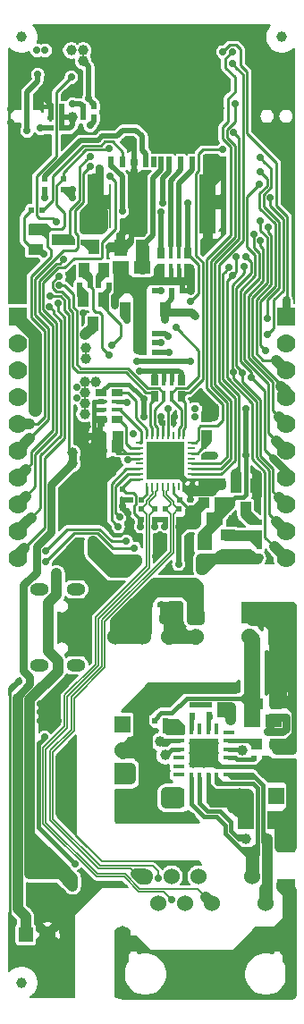
<source format=gbr>
G04 #@! TF.GenerationSoftware,KiCad,Pcbnew,6.0.0-rc1-unknown-69d90a4~84~ubuntu18.04.1*
G04 #@! TF.CreationDate,2019-01-16T16:00:12+02:00
G04 #@! TF.ProjectId,ESP32-PoE-ISO_Rev_A,45535033-322d-4506-9f45-2d49534f5f52,A*
G04 #@! TF.SameCoordinates,Original*
G04 #@! TF.FileFunction,Copper,L4,Bot*
G04 #@! TF.FilePolarity,Positive*
%FSLAX46Y46*%
G04 Gerber Fmt 4.6, Leading zero omitted, Abs format (unit mm)*
G04 Created by KiCad (PCBNEW 6.0.0-rc1-unknown-69d90a4~84~ubuntu18.04.1) date 16.01.2019 (ср) 16:00:12 EET*
%MOMM*%
%LPD*%
G04 APERTURE LIST*
%ADD10C,1.524000*%
%ADD11R,1.524000X1.524000*%
%ADD12R,0.400000X1.000000*%
%ADD13R,1.000000X0.400000*%
%ADD14R,2.799999X2.799999*%
%ADD15C,0.800000*%
%ADD16R,1.016000X0.381000*%
%ADD17R,1.016000X0.635000*%
%ADD18R,1.016000X1.778000*%
%ADD19R,0.381000X1.016000*%
%ADD20R,0.635000X1.016000*%
%ADD21C,1.300000*%
%ADD22C,2.000000*%
%ADD23R,1.000000X1.400000*%
%ADD24R,1.400000X1.000000*%
%ADD25R,1.016000X1.016000*%
%ADD26R,0.500000X0.550000*%
%ADD27R,3.600000X3.600000*%
%ADD28R,0.400000X0.400000*%
%ADD29R,1.422400X1.422400*%
%ADD30R,0.250000X0.800000*%
%ADD31R,0.800000X0.250000*%
%ADD32R,1.524000X1.270000*%
%ADD33O,1.800000X1.200000*%
%ADD34R,0.500000X1.000000*%
%ADD35R,1.500000X1.200000*%
%ADD36R,1.500000X4.500000*%
%ADD37R,1.778000X1.016000*%
%ADD38R,1.524000X1.778000*%
%ADD39C,1.778000*%
%ADD40R,1.778000X1.778000*%
%ADD41R,0.550000X0.500000*%
%ADD42C,1.000000*%
%ADD43R,1.400000X1.400000*%
%ADD44C,1.400000*%
%ADD45R,1.270000X1.524000*%
%ADD46O,1.600000X2.999999*%
%ADD47R,1.016000X2.032000*%
%ADD48C,0.700000*%
%ADD49C,1.016000*%
%ADD50C,1.270000*%
%ADD51C,0.762000*%
%ADD52C,1.524000*%
%ADD53C,0.254000*%
%ADD54C,0.508000*%
%ADD55C,0.406400*%
%ADD56C,0.635000*%
%ADD57C,0.127000*%
G04 APERTURE END LIST*
D10*
X113411000Y-153543000D03*
D11*
X115951000Y-153543000D03*
D10*
X108331000Y-153543000D03*
X105791000Y-153543000D03*
X100711000Y-153543000D03*
X103251000Y-153543000D03*
D11*
X115923000Y-168656000D03*
D10*
X112423000Y-168656000D03*
D11*
X101346000Y-161818000D03*
D10*
X101346000Y-164318000D03*
D12*
X107877000Y-162242000D03*
X108677000Y-162242000D03*
X109477000Y-162242000D03*
X110277000Y-162242000D03*
D13*
X111427000Y-162592000D03*
X111427000Y-163392000D03*
X111427000Y-164192000D03*
X111427000Y-164992000D03*
X111427000Y-165792000D03*
X111427000Y-166592000D03*
D12*
X110277000Y-166942000D03*
X109477000Y-166942000D03*
X108677000Y-166942000D03*
X107877000Y-166942000D03*
D13*
X106727000Y-166592000D03*
X106727000Y-165792000D03*
X106727000Y-164992000D03*
X106727000Y-164192000D03*
X106727000Y-163392000D03*
X106727000Y-162592000D03*
D14*
X109077000Y-164592000D03*
D15*
X108077000Y-163592000D03*
X108077000Y-164592000D03*
X108077000Y-165592000D03*
X109077000Y-163592000D03*
X109077000Y-164592000D03*
X109077000Y-165592000D03*
X110077000Y-164592000D03*
X110077000Y-163592000D03*
X110077000Y-165592000D03*
D16*
X99314000Y-131318000D03*
X99314000Y-132080000D03*
X100838000Y-131318000D03*
X100838000Y-132080000D03*
D17*
X99314000Y-130429000D03*
X100838000Y-130429000D03*
X99314000Y-132969000D03*
X100838000Y-132969000D03*
D18*
X106680000Y-168783000D03*
X110236000Y-168783000D03*
D19*
X106680000Y-117221000D03*
X105918000Y-117221000D03*
X106680000Y-118745000D03*
X105918000Y-118745000D03*
D20*
X107569000Y-117221000D03*
X107569000Y-118745000D03*
X105029000Y-117221000D03*
X105029000Y-118745000D03*
D21*
X106773200Y-104371000D03*
X102099600Y-104371000D03*
X104411000Y-106834800D03*
X104411000Y-102135800D03*
X106773200Y-102135800D03*
X102099600Y-102135800D03*
X106773200Y-106834800D03*
D22*
X104411000Y-104498000D03*
D21*
X102099600Y-106834800D03*
D23*
X112080040Y-139227560D03*
X113982500Y-139227560D03*
X113027460Y-141437360D03*
D24*
X95334000Y-115951000D03*
X93134000Y-115001000D03*
X93134000Y-116901000D03*
D25*
X115824000Y-163703000D03*
X114046000Y-163703000D03*
D26*
X97282000Y-120269000D03*
X98298000Y-120269000D03*
X99060000Y-120269000D03*
X100076000Y-120269000D03*
D27*
X105410000Y-136906000D03*
D28*
X106710000Y-137406000D03*
X106710000Y-136406000D03*
X105910000Y-135606000D03*
X104910000Y-135606000D03*
X104110000Y-136406000D03*
X104110000Y-137406000D03*
X104910000Y-138206000D03*
X105910000Y-138206000D03*
D29*
X105410000Y-136906000D03*
D30*
X103660000Y-139356000D03*
X104160000Y-139356000D03*
X104660000Y-139356000D03*
X105160000Y-139356000D03*
X105660000Y-139356000D03*
X106160000Y-139356000D03*
X106660000Y-139356000D03*
X107160000Y-139356000D03*
D31*
X107860000Y-138656000D03*
X107860000Y-138156000D03*
X107860000Y-137656000D03*
X107860000Y-137156000D03*
X107860000Y-136656000D03*
X107860000Y-136156000D03*
X107860000Y-135656000D03*
X107860000Y-135156000D03*
D30*
X107160000Y-134456000D03*
X106660000Y-134456000D03*
X106160000Y-134456000D03*
X105660000Y-134456000D03*
X105160000Y-134456000D03*
X104660000Y-134456000D03*
X104160000Y-134456000D03*
X103660000Y-134456000D03*
D31*
X102960000Y-135156000D03*
X102960000Y-135656000D03*
X102960000Y-136156000D03*
X102960000Y-136656000D03*
X102960000Y-137156000D03*
X102960000Y-137656000D03*
X102960000Y-138156000D03*
X102960000Y-138656000D03*
D26*
X106045000Y-120777000D03*
X107061000Y-120777000D03*
D23*
X105405000Y-122555000D03*
X101605000Y-122555000D03*
D26*
X97663000Y-103378000D03*
X98679000Y-103378000D03*
X98679000Y-104394000D03*
X97663000Y-104394000D03*
D32*
X110109000Y-142367000D03*
X108077000Y-142367000D03*
D23*
X97663000Y-121666000D03*
X99565460Y-121666000D03*
X98610420Y-123875800D03*
D19*
X106045000Y-129286000D03*
X105283000Y-129286000D03*
X106045000Y-130810000D03*
X105283000Y-130810000D03*
D20*
X106934000Y-129286000D03*
X106934000Y-130810000D03*
X104394000Y-129286000D03*
X104394000Y-130810000D03*
D33*
X93476000Y-149054000D03*
X96946000Y-149054000D03*
X96946000Y-156254000D03*
X93476000Y-156254000D03*
D25*
X110617000Y-139065000D03*
X110617000Y-140843000D03*
X109093000Y-139065000D03*
X109093000Y-140843000D03*
X99187000Y-134620000D03*
X100965000Y-134620000D03*
X109347000Y-134493000D03*
X109347000Y-132715000D03*
D32*
X115697000Y-161544000D03*
X113665000Y-161544000D03*
D34*
X100290000Y-108587000D03*
X101390000Y-108587000D03*
X102490000Y-108587000D03*
X103590000Y-108587000D03*
X104340000Y-108587000D03*
X105040000Y-108587000D03*
X105790000Y-108587000D03*
X106890000Y-108587000D03*
X107990000Y-108587000D03*
D35*
X109440000Y-110337000D03*
X98840000Y-110337000D03*
X109440000Y-114787000D03*
X98840000Y-114787000D03*
D36*
X98840000Y-112387000D03*
X109440000Y-112387000D03*
D37*
X116840000Y-177038000D03*
X116840000Y-173482000D03*
D38*
X115824000Y-170942000D03*
X113030000Y-170942000D03*
D32*
X101219000Y-118618000D03*
X103251000Y-118618000D03*
D23*
X99628960Y-118836440D03*
X97726500Y-118836440D03*
X98681540Y-116626640D03*
D39*
X91440000Y-130840000D03*
X91440000Y-128300000D03*
X91440000Y-125760000D03*
D40*
X91440000Y-123220000D03*
D39*
X91440000Y-133380000D03*
X91440000Y-135920000D03*
X91440000Y-141000000D03*
X91440000Y-138460000D03*
X91440000Y-143540000D03*
X91440000Y-146080000D03*
X116840000Y-130840000D03*
X116840000Y-128300000D03*
X116840000Y-125760000D03*
D40*
X116840000Y-123220000D03*
D39*
X116840000Y-133380000D03*
X116840000Y-135920000D03*
X116840000Y-141000000D03*
X116840000Y-138460000D03*
X116840000Y-143540000D03*
X116840000Y-146080000D03*
D24*
X111343440Y-143891000D03*
X111343440Y-145793460D03*
X109133640Y-144838420D03*
D26*
X96647000Y-116205000D03*
X97663000Y-116205000D03*
X105029000Y-150495000D03*
X104013000Y-150495000D03*
D41*
X114300000Y-145034000D03*
X114300000Y-146050000D03*
X104394000Y-141478000D03*
X104394000Y-142494000D03*
X103124000Y-141478000D03*
X103124000Y-142494000D03*
X106680000Y-141478000D03*
X106680000Y-142494000D03*
X105410000Y-141478000D03*
X105410000Y-142494000D03*
X109093000Y-136525000D03*
X109093000Y-135509000D03*
D26*
X102108000Y-140589000D03*
X103124000Y-140589000D03*
X104394000Y-125730000D03*
X103378000Y-125730000D03*
D41*
X107950000Y-161036000D03*
X107950000Y-160020000D03*
D26*
X113792000Y-165100000D03*
X114808000Y-165100000D03*
X104394000Y-120777000D03*
X103378000Y-120777000D03*
X104394000Y-124841000D03*
X103378000Y-124841000D03*
X104394000Y-126619000D03*
X103378000Y-126619000D03*
D41*
X93980000Y-110236000D03*
X93980000Y-111252000D03*
D26*
X105410000Y-162433000D03*
X104394000Y-162433000D03*
X104394000Y-161544000D03*
X105410000Y-161544000D03*
D41*
X95758000Y-111252000D03*
X95758000Y-110236000D03*
D26*
X93726000Y-113157000D03*
X92710000Y-113157000D03*
X107823000Y-140589000D03*
X106807000Y-140589000D03*
D41*
X101346000Y-140589000D03*
X101346000Y-139573000D03*
D26*
X99568000Y-135890000D03*
X100584000Y-135890000D03*
X106172000Y-133350000D03*
X105156000Y-133350000D03*
D38*
X113665000Y-157988000D03*
X116459000Y-157988000D03*
X113665000Y-155575000D03*
X116459000Y-155575000D03*
D25*
X114173000Y-159893000D03*
X115951000Y-159893000D03*
D42*
X91821000Y-96774000D03*
X116459000Y-96774000D03*
X91821000Y-186309000D03*
D43*
X92209620Y-181759860D03*
D44*
X94221300Y-181757320D03*
D45*
X101219000Y-116713000D03*
X103251000Y-116713000D03*
D26*
X110617000Y-160909000D03*
X109601000Y-160909000D03*
D25*
X113030000Y-144018000D03*
X113030000Y-145796000D03*
D41*
X114300000Y-142748000D03*
X114300000Y-143764000D03*
D25*
X105410000Y-151765000D03*
X103632000Y-151765000D03*
D46*
X117000000Y-182393000D03*
X101400000Y-182393000D03*
D10*
X114915000Y-178793000D03*
X113645000Y-176253000D03*
X109835000Y-178793000D03*
X108565000Y-176253000D03*
X107295000Y-178793000D03*
X106025000Y-176253000D03*
X104755000Y-178793000D03*
X103485000Y-176253000D03*
D47*
X113157000Y-151257000D03*
X108585000Y-151257000D03*
X101092000Y-166497000D03*
X96520000Y-166497000D03*
D26*
X110617000Y-160020000D03*
X109601000Y-160020000D03*
X95631000Y-105410000D03*
X94615000Y-105410000D03*
X94615000Y-103378000D03*
X95631000Y-103378000D03*
X94615000Y-104394000D03*
X95631000Y-104394000D03*
D48*
X96647000Y-177165000D03*
X96647000Y-176403000D03*
X92583000Y-170307000D03*
X92583000Y-171069000D03*
X92583000Y-175260000D03*
X92583000Y-176022000D03*
D42*
X95123000Y-147574000D03*
X93091000Y-132080000D03*
X107061000Y-153543000D03*
D48*
X105664000Y-150749000D03*
D42*
X106553000Y-151892000D03*
X106553000Y-150749000D03*
X96520000Y-164973000D03*
X95504000Y-164973000D03*
X95504000Y-165989000D03*
X95504000Y-167005000D03*
X95504000Y-168021000D03*
X96520000Y-168021000D03*
D48*
X94996000Y-178054000D03*
X95885000Y-178054000D03*
X94107000Y-178054000D03*
X94996000Y-177165000D03*
X94234000Y-184150000D03*
X92202000Y-184150000D03*
X91186000Y-184150000D03*
X93218000Y-184150000D03*
X96647000Y-154813000D03*
X97409000Y-154813000D03*
X98171000Y-154813000D03*
X98171000Y-154051000D03*
X94424500Y-161480500D03*
X93599000Y-161480500D03*
X93599000Y-159893000D03*
D42*
X96520000Y-171196000D03*
X96520000Y-169037000D03*
X96520000Y-170053000D03*
X95504000Y-169037000D03*
X95504000Y-170053000D03*
X96520000Y-163957000D03*
D48*
X93599000Y-160655000D03*
X91567000Y-157797496D03*
D42*
X111760000Y-142494000D03*
D48*
X115316000Y-146304000D03*
X114173000Y-138176000D03*
X114173000Y-140208000D03*
X106299000Y-132715000D03*
X110109000Y-131826000D03*
X110109000Y-132588000D03*
X101854000Y-141859000D03*
X101346000Y-141224000D03*
X95250000Y-161480500D03*
D42*
X98679000Y-135572500D03*
D48*
X100457000Y-138049000D03*
X99060000Y-138049000D03*
X97663000Y-122936000D03*
X92075000Y-100228400D03*
X92075000Y-100965000D03*
X93472000Y-102108000D03*
X93853000Y-96774000D03*
X114427000Y-96774000D03*
X90805000Y-104902000D03*
X90805000Y-103632000D03*
X90932000Y-121666000D03*
X109855000Y-139785743D03*
X107696000Y-139785743D03*
X108458000Y-139785743D03*
D42*
X96520000Y-96774000D03*
D48*
X95123000Y-96012000D03*
D42*
X109474000Y-108585000D03*
D48*
X115189000Y-98679000D03*
X99187000Y-112649000D03*
X96393000Y-119507000D03*
X99949000Y-112649000D03*
X99568000Y-113284000D03*
X98806000Y-113284000D03*
X98425000Y-112649000D03*
X99187000Y-109220000D03*
X100076000Y-116600350D03*
X102044500Y-116141500D03*
X102489000Y-109474000D03*
D42*
X97790000Y-96139000D03*
X100330000Y-96139000D03*
X102870000Y-96139000D03*
X105410000Y-96139000D03*
X107950000Y-96139000D03*
X110490000Y-96139000D03*
D48*
X113030000Y-96012000D03*
X93853000Y-96012000D03*
D42*
X99060000Y-97155000D03*
X101600000Y-97155000D03*
X104140000Y-97155000D03*
X106680000Y-97155000D03*
X109220000Y-97155000D03*
D48*
X114427000Y-96012000D03*
X97663000Y-113538000D03*
X97663000Y-114300000D03*
X97663000Y-115062000D03*
X102235000Y-112522000D03*
X117348000Y-98679000D03*
X117348000Y-99695000D03*
X117348000Y-100965000D03*
X117348000Y-102235000D03*
X117348000Y-103251000D03*
X117348000Y-105283000D03*
X117348000Y-106299000D03*
X117348000Y-107315000D03*
X117348000Y-108585000D03*
X117348000Y-109855000D03*
X117348000Y-111125000D03*
X117348000Y-112395000D03*
D42*
X100330000Y-100965000D03*
X101600000Y-99695000D03*
X104140000Y-99695000D03*
X106680000Y-99695000D03*
X109220000Y-99695000D03*
X102870000Y-100965000D03*
X105410000Y-100965000D03*
X107950000Y-100965000D03*
X110490000Y-100965000D03*
X109220000Y-102235000D03*
X110490000Y-103505000D03*
X107950000Y-103505000D03*
X109220000Y-104775000D03*
X107950000Y-106045000D03*
X100330000Y-103505000D03*
D48*
X116205000Y-103251000D03*
X114935000Y-103251000D03*
X116205000Y-105283000D03*
X114935000Y-105283000D03*
D42*
X110617000Y-108585000D03*
X110617000Y-109728000D03*
D48*
X91948000Y-120142000D03*
X104521000Y-145923000D03*
X105664000Y-147193000D03*
X107632500Y-147193000D03*
X107632500Y-146177000D03*
X104902000Y-143891000D03*
D42*
X96647000Y-136144000D03*
X96647000Y-137160000D03*
D48*
X93599000Y-105410000D03*
X94477435Y-121303850D03*
X96647000Y-103124000D03*
X114427000Y-114203990D03*
D42*
X108839000Y-146177000D03*
X108839000Y-147193000D03*
D48*
X108204000Y-131953000D03*
X108204000Y-132715000D03*
D42*
X97790000Y-129413000D03*
X97790000Y-130429000D03*
X97790000Y-131445000D03*
X97790000Y-132461000D03*
D48*
X102362000Y-134366000D03*
D42*
X98806000Y-129413000D03*
X97917000Y-127254000D03*
X97917000Y-126238000D03*
D48*
X97028000Y-129921000D03*
X97028000Y-130937000D03*
X107823000Y-119888000D03*
X107823000Y-120777000D03*
X105537000Y-119888000D03*
X100584000Y-121412000D03*
X100584000Y-122174000D03*
X93281500Y-98044000D03*
D42*
X96520000Y-98044000D03*
D48*
X94043500Y-98044000D03*
D42*
X97663000Y-98044000D03*
D48*
X102743000Y-125603000D03*
X102743000Y-126365000D03*
D42*
X97663000Y-99060000D03*
D48*
X96647000Y-111252000D03*
X96647000Y-112014000D03*
X98171000Y-102616000D03*
X104426511Y-143129000D03*
X106712509Y-143129000D03*
X105377498Y-143129000D03*
X103091479Y-143129000D03*
X96878939Y-175028061D03*
X93980000Y-163067994D03*
X106680000Y-146685000D03*
X94107000Y-146431000D03*
X102489000Y-145161022D03*
X100203000Y-109982000D03*
D42*
X97853500Y-124968000D03*
D48*
X93345000Y-100330000D03*
X92329000Y-105664000D03*
X95377000Y-120269000D03*
X111887000Y-105791000D03*
X95367917Y-119442038D03*
X94107000Y-145415000D03*
X101727000Y-144526000D03*
X98298000Y-109029522D03*
X111760000Y-99314000D03*
X112014000Y-103124000D03*
X108204000Y-123190000D03*
X96520000Y-100584000D03*
X105332150Y-123474968D03*
X95123000Y-114300000D03*
X111759998Y-98171000D03*
X106410622Y-124236990D03*
X115062000Y-124968000D03*
X102743000Y-127508000D03*
X94466418Y-122311477D03*
X107823000Y-127508000D03*
X115316000Y-112013994D03*
X107823000Y-121793000D03*
X93929098Y-117348014D03*
X95758000Y-117856000D03*
X107569000Y-112522000D03*
X105029000Y-120777000D03*
X112123745Y-117549945D03*
X111800119Y-119360801D03*
X111887000Y-128523990D03*
X93980000Y-112014000D03*
X112903011Y-118514828D03*
X105791000Y-126619000D03*
X113030000Y-117602000D03*
X105199003Y-112474650D03*
X112747155Y-128552845D03*
X113538000Y-129032000D03*
X105029000Y-125730000D03*
X114351314Y-110691734D03*
X110871000Y-107442000D03*
X101346000Y-113284000D03*
X105020097Y-113292903D03*
X98298000Y-105156000D03*
X98287212Y-108068370D03*
D42*
X117284500Y-172466000D03*
X116268500Y-172466000D03*
X117284500Y-171450000D03*
X102108000Y-165989000D03*
X102108000Y-167005000D03*
X98552000Y-144526000D03*
X98552000Y-145669000D03*
X101727000Y-147447000D03*
X101727000Y-146304000D03*
X102743000Y-146304000D03*
X101727000Y-151130000D03*
X102489000Y-150368000D03*
X113030000Y-172720000D03*
X115062000Y-172720000D03*
D48*
X114427000Y-116078000D03*
X113792000Y-115443000D03*
X110871000Y-98171000D03*
X116840000Y-161163000D03*
X115049300Y-162560000D03*
X115785900Y-162560000D03*
X116522500Y-162560000D03*
X116840000Y-161899600D03*
X101790500Y-123571000D03*
D42*
X105409989Y-164719000D03*
D48*
X100330005Y-125984000D03*
X100076000Y-126873000D03*
X109982000Y-136398000D03*
X105029000Y-132715000D03*
X103378000Y-132715000D03*
X113030000Y-136398000D03*
X102997000Y-128397000D03*
X103378000Y-131064000D03*
X113030000Y-131953000D03*
X100076000Y-107315000D03*
X105664000Y-125095000D03*
X115062000Y-123444000D03*
X95250000Y-121950986D03*
X114427006Y-108204000D03*
D42*
X96647000Y-104394000D03*
D48*
X115189000Y-114808000D03*
X105664000Y-131953000D03*
X101776150Y-131332350D03*
X101854000Y-136779000D03*
X114935000Y-126492000D03*
X114427000Y-109537500D03*
X111441342Y-118615666D03*
X100965006Y-143129000D03*
X104775000Y-176402960D03*
X106044996Y-178435000D03*
D42*
X112712500Y-164274500D03*
X105537000Y-168275000D03*
X105537000Y-169291000D03*
X104902000Y-163449000D03*
X111633000Y-161417000D03*
X111633000Y-160274000D03*
D48*
X111252000Y-168275000D03*
X111252000Y-169291000D03*
X113411000Y-169799000D03*
X111887000Y-169799000D03*
X112649000Y-169799000D03*
X114300000Y-150622000D03*
X114300000Y-151384000D03*
X115316000Y-152146000D03*
X115316000Y-151384000D03*
X115316000Y-150622000D03*
X116332000Y-152146000D03*
X116332000Y-151384000D03*
X116332000Y-150622000D03*
X114300000Y-152146000D03*
X117348000Y-151384000D03*
X117348000Y-150622000D03*
X117348000Y-152146000D03*
X115570000Y-156781500D03*
X116459000Y-156781500D03*
X117348000Y-153543000D03*
X117348000Y-154940000D03*
X117348000Y-156781500D03*
X117475000Y-163449000D03*
X117475000Y-164211000D03*
D42*
X106680000Y-170688000D03*
X105537000Y-170688000D03*
X107823000Y-170688000D03*
X104394000Y-170688000D03*
X112013990Y-158496010D03*
X110871000Y-158496010D03*
X109728000Y-158496000D03*
X108585000Y-158496000D03*
X102997000Y-159766000D03*
X102977000Y-164318000D03*
X106045000Y-184150000D03*
X106045000Y-186690000D03*
X107315000Y-185420000D03*
X108585000Y-184150000D03*
X108585000Y-186690000D03*
X111125000Y-186690000D03*
X117387990Y-187387990D03*
X117387990Y-185420000D03*
X109855000Y-185420000D03*
X111125000Y-184150000D03*
X112395000Y-185420000D03*
X113538000Y-182880000D03*
X114935000Y-182880000D03*
X102870000Y-182880000D03*
X101092000Y-187325000D03*
X101092000Y-185420000D03*
X114935000Y-181483000D03*
D48*
X101092000Y-142240000D03*
D49*
X96647000Y-176403000D02*
X96647000Y-177165000D01*
X92583000Y-170307000D02*
X92583000Y-171069000D01*
X95504000Y-175260000D02*
X96647000Y-176403000D01*
X95504000Y-176022000D02*
X96647000Y-177165000D01*
X92583000Y-176022000D02*
X95504000Y-176022000D01*
X94234000Y-175260000D02*
X95504000Y-175260000D01*
X92583000Y-175260000D02*
X94234000Y-175260000D01*
X92583000Y-173609000D02*
X94234000Y-175260000D01*
X92583000Y-173609000D02*
X92583000Y-176022000D01*
X95504000Y-175260000D02*
X92583000Y-172339000D01*
X92583000Y-171069000D02*
X92583000Y-172339000D01*
X92583000Y-172339000D02*
X92583000Y-173609000D01*
X95123000Y-149606000D02*
X95123000Y-147574000D01*
X92583000Y-159488200D02*
X95250000Y-156821200D01*
X92583000Y-170307000D02*
X92583000Y-159488200D01*
X95250000Y-156821200D02*
X95250000Y-155829000D01*
X95250000Y-155829000D02*
X94361000Y-154940000D01*
X94361000Y-154940000D02*
X94361000Y-150368000D01*
X94361000Y-150368000D02*
X95123000Y-149606000D01*
D50*
X93091000Y-132080000D02*
X93091000Y-125031500D01*
X93091000Y-125031500D02*
X91440000Y-123380500D01*
X91440000Y-123380500D02*
X91440000Y-123190000D01*
X105791000Y-153543000D02*
X107061000Y-153543000D01*
D49*
X105791000Y-153543000D02*
X105791000Y-152146000D01*
X105791000Y-152146000D02*
X105410000Y-151765000D01*
D50*
X107061000Y-153543000D02*
X108269354Y-153543000D01*
D49*
X105410000Y-151765000D02*
X105410000Y-150749000D01*
X105410000Y-150749000D02*
X106553000Y-150749000D01*
X106553000Y-150749000D02*
X106553000Y-151892000D01*
X106553000Y-153035000D02*
X107061000Y-153543000D01*
X106553000Y-151892000D02*
X106553000Y-153035000D01*
X106553000Y-151892000D02*
X105410000Y-150749000D01*
X106553000Y-152599106D02*
X107496894Y-153543000D01*
X106553000Y-151892000D02*
X106553000Y-152599106D01*
X107496894Y-153543000D02*
X108204000Y-153543000D01*
X96520000Y-166497000D02*
X96520000Y-164973000D01*
X96520000Y-166497000D02*
X96520000Y-168021000D01*
D51*
X96520000Y-168021000D02*
X95504000Y-168021000D01*
X96520000Y-164973000D02*
X95504000Y-164973000D01*
D49*
X95504000Y-164973000D02*
X95504000Y-168021000D01*
X95504000Y-164973000D02*
X96392990Y-164973000D01*
X95504000Y-168021000D02*
X96392990Y-168021000D01*
D51*
X94221300Y-184137300D02*
X94234000Y-184150000D01*
D52*
X94221300Y-181757320D02*
X94221300Y-184137300D01*
D51*
X94234000Y-184150000D02*
X92202000Y-184150000D01*
X92202000Y-184150000D02*
X91186000Y-184150000D01*
D49*
X95504000Y-170243500D02*
X96393000Y-171132500D01*
X95504000Y-168021000D02*
X95504000Y-170243500D01*
X96520000Y-168021000D02*
X96520000Y-171196000D01*
X96520000Y-163957000D02*
X96520000Y-164973000D01*
X96520000Y-163957000D02*
X95504000Y-164973000D01*
D53*
X91186000Y-184150000D02*
X90678000Y-183642000D01*
X90678000Y-183642000D02*
X90678000Y-158686496D01*
X91217001Y-158147495D02*
X91567000Y-157797496D01*
X90678000Y-158686496D02*
X91217001Y-158147495D01*
X107160000Y-138656000D02*
X105410000Y-136906000D01*
X107160000Y-138656000D02*
X107124500Y-138620500D01*
X107378500Y-138656000D02*
X107160000Y-138656000D01*
X107378500Y-138656000D02*
X107378500Y-138620500D01*
X107860000Y-138656000D02*
X107378500Y-138656000D01*
X107378500Y-138620500D02*
X106997500Y-138239500D01*
X107160000Y-138938000D02*
X107160000Y-138846500D01*
X107160000Y-138938000D02*
X107160000Y-138656000D01*
X107160000Y-139356000D02*
X107160000Y-138938000D01*
X107160000Y-138846500D02*
X106743500Y-138430000D01*
X107160000Y-138874500D02*
X107378500Y-138656000D01*
X107160000Y-138938000D02*
X107160000Y-138874500D01*
X107160000Y-139356000D02*
X107160000Y-139672000D01*
X107160000Y-139672000D02*
X107442000Y-139954000D01*
X107442000Y-139954000D02*
X107823000Y-140335000D01*
X107823000Y-140335000D02*
X107823000Y-140525500D01*
X107823000Y-139356000D02*
X107860000Y-139319000D01*
X107160000Y-139356000D02*
X107823000Y-139356000D01*
D49*
X110617000Y-139065000D02*
X109093000Y-139065000D01*
D53*
X108684000Y-138656000D02*
X109093000Y-139065000D01*
D54*
X107823000Y-140081000D02*
X107696000Y-139954000D01*
X107823000Y-140589000D02*
X107823000Y-140081000D01*
D53*
X107160000Y-139356000D02*
X107160000Y-139418000D01*
X107823000Y-139573000D02*
X107950000Y-139700000D01*
X107315000Y-139573000D02*
X107823000Y-139573000D01*
X107315000Y-139573000D02*
X107696000Y-139954000D01*
X107160000Y-139418000D02*
X107315000Y-139573000D01*
X107160000Y-139164000D02*
X107315000Y-139319000D01*
X107160000Y-138938000D02*
X107160000Y-139164000D01*
X107315000Y-139319000D02*
X107188000Y-139319000D01*
X107860000Y-139155000D02*
X107696000Y-139319000D01*
X107860000Y-139065000D02*
X107860000Y-139155000D01*
X107696000Y-139319000D02*
X107315000Y-139319000D01*
X107860000Y-139319000D02*
X107696000Y-139319000D01*
X107860000Y-139319000D02*
X107860000Y-139065000D01*
X107860000Y-138938000D02*
X107860000Y-138848000D01*
X107860000Y-138938000D02*
X107860000Y-138656000D01*
X107860000Y-139065000D02*
X107860000Y-138938000D01*
X107860000Y-138848000D02*
X107696000Y-138684000D01*
X107860000Y-138938000D02*
X107860000Y-138901000D01*
X107860000Y-138901000D02*
X108077000Y-138684000D01*
X107860000Y-139102000D02*
X108077000Y-139319000D01*
X107860000Y-139065000D02*
X107860000Y-139102000D01*
X107860000Y-139319000D02*
X108077000Y-139319000D01*
X108331000Y-138656000D02*
X108232000Y-138656000D01*
X108232000Y-138656000D02*
X108077000Y-138811000D01*
X108077000Y-138684000D02*
X108077000Y-138811000D01*
X107860000Y-138656000D02*
X108331000Y-138656000D01*
X108077000Y-139065000D02*
X108077000Y-139192000D01*
X108077000Y-139319000D02*
X108204000Y-139319000D01*
X108077000Y-139065000D02*
X108077000Y-139319000D01*
X108077000Y-139192000D02*
X108204000Y-139319000D01*
X108077000Y-138811000D02*
X108077000Y-139065000D01*
X108458000Y-138656000D02*
X108557000Y-138656000D01*
X108458000Y-138656000D02*
X108684000Y-138656000D01*
X108331000Y-138656000D02*
X108458000Y-138656000D01*
X108557000Y-138656000D02*
X108712000Y-138811000D01*
X108839000Y-139065000D02*
X108585000Y-139319000D01*
X109093000Y-139065000D02*
X108839000Y-139065000D01*
X108204000Y-139319000D02*
X108585000Y-139319000D01*
X108585000Y-139319000D02*
X109093000Y-139319000D01*
D51*
X107823000Y-139827000D02*
X107696000Y-139827000D01*
X107950000Y-139700000D02*
X107823000Y-139827000D01*
X114173000Y-138176000D02*
X114173000Y-140208000D01*
D54*
X106172000Y-132842000D02*
X106299000Y-132715000D01*
X106172000Y-133350000D02*
X106172000Y-132842000D01*
D51*
X109982000Y-132715000D02*
X110109000Y-132588000D01*
X109347000Y-132715000D02*
X109982000Y-132715000D01*
X110109000Y-132588000D02*
X110109000Y-131826000D01*
X110109000Y-131826000D02*
X109614026Y-131826000D01*
X109614026Y-131826000D02*
X109220000Y-131826000D01*
X109220000Y-131826000D02*
X109220000Y-132715000D01*
D54*
X101346000Y-140589000D02*
X101346000Y-141224000D01*
X101350000Y-140589000D02*
X101346000Y-140585000D01*
X102108000Y-140589000D02*
X101350000Y-140589000D01*
X105410000Y-150495000D02*
X105664000Y-150749000D01*
X105029000Y-150495000D02*
X105410000Y-150495000D01*
X99187000Y-134620000D02*
X99441000Y-134874000D01*
X99441000Y-134874000D02*
X99441000Y-135890000D01*
D55*
X98806000Y-132969000D02*
X99314000Y-132969000D01*
D54*
X101346000Y-141351000D02*
X101854000Y-141859000D01*
X101346000Y-141224000D02*
X101346000Y-141351000D01*
X98996500Y-135890000D02*
X98679000Y-135572500D01*
D55*
X99187000Y-134620000D02*
X99187000Y-135890000D01*
D54*
X99568000Y-135890000D02*
X99187000Y-135890000D01*
X99187000Y-135890000D02*
X98996500Y-135890000D01*
X98679000Y-134620000D02*
X99187000Y-134620000D01*
X98679000Y-135572500D02*
X98679000Y-134620000D01*
D55*
X99187000Y-135064500D02*
X98679000Y-135572500D01*
X99187000Y-134620000D02*
X99187000Y-135064500D01*
X98679000Y-132969000D02*
X98806000Y-132969000D01*
X98679000Y-134620000D02*
X98679000Y-132969000D01*
X98679000Y-131953000D02*
X98679000Y-132969000D01*
X98806000Y-132080000D02*
X98679000Y-131953000D01*
X99314000Y-132080000D02*
X98806000Y-132080000D01*
D51*
X99060000Y-135953500D02*
X98679000Y-135572500D01*
X99060000Y-138049000D02*
X99060000Y-135953500D01*
D54*
X99568000Y-138049000D02*
X99060000Y-138049000D01*
X99568000Y-137160000D02*
X99568000Y-137033000D01*
X100457000Y-138049000D02*
X99568000Y-137160000D01*
X99568000Y-135890000D02*
X99568000Y-137033000D01*
X99568000Y-137033000D02*
X99568000Y-138049000D01*
X99822000Y-137414000D02*
X99568000Y-137160000D01*
X99822000Y-138049000D02*
X99822000Y-137414000D01*
X100457000Y-138049000D02*
X99822000Y-138049000D01*
X99822000Y-138049000D02*
X99060000Y-138049000D01*
X99568000Y-135890000D02*
X99568000Y-134366000D01*
D49*
X98679000Y-137668000D02*
X99060000Y-138049000D01*
X98679000Y-135572500D02*
X98679000Y-137668000D01*
D51*
X109855000Y-139785743D02*
X108458000Y-139785743D01*
X107963026Y-139785743D02*
X108458000Y-139785743D01*
X107950000Y-139772717D02*
X107963026Y-139785743D01*
X110448743Y-139192000D02*
X110204999Y-139435744D01*
X110204999Y-139435744D02*
X109855000Y-139785743D01*
X110744000Y-139192000D02*
X110448743Y-139192000D01*
X107950000Y-139700000D02*
X107950000Y-139772717D01*
D54*
X94615000Y-103378000D02*
X94615000Y-104394000D01*
X94615000Y-103251000D02*
X93472000Y-102108000D01*
X94615000Y-103378000D02*
X94615000Y-103251000D01*
X102489000Y-107569000D02*
X102489000Y-108585000D01*
X102099600Y-106834800D02*
X102099600Y-107179600D01*
X102099600Y-107179600D02*
X102489000Y-107569000D01*
D51*
X109440000Y-114787000D02*
X109440000Y-112488000D01*
X109440000Y-112387000D02*
X109440000Y-113445000D01*
D49*
X98840000Y-112387000D02*
X98840000Y-113377000D01*
X98840000Y-113377000D02*
X98806000Y-113411000D01*
X109474000Y-111760000D02*
X109474000Y-108585000D01*
X109440000Y-112387000D02*
X109440000Y-111794000D01*
X109440000Y-111794000D02*
X109474000Y-111760000D01*
D51*
X99187000Y-109220000D02*
X99187000Y-112649000D01*
X98840000Y-114787000D02*
X98840000Y-113318000D01*
X98840000Y-113318000D02*
X98806000Y-113284000D01*
X100076000Y-116600350D02*
X101106350Y-116600350D01*
X101106350Y-116600350D02*
X101219000Y-116713000D01*
X102044500Y-116141500D02*
X101473000Y-116713000D01*
X101473000Y-116713000D02*
X101219000Y-116713000D01*
X97663000Y-113538000D02*
X97663000Y-114300000D01*
X97663000Y-114300000D02*
X97663000Y-115062000D01*
X99568000Y-114808000D02*
X99568000Y-113284000D01*
X99314000Y-115062000D02*
X99568000Y-114808000D01*
X97663000Y-113538000D02*
X97663000Y-113411000D01*
X98044000Y-115062000D02*
X99314000Y-115062000D01*
X97663000Y-115062000D02*
X98044000Y-115062000D01*
X98044000Y-113030000D02*
X98044000Y-115062000D01*
X97663000Y-113411000D02*
X98044000Y-113030000D01*
X98044000Y-113030000D02*
X98425000Y-112649000D01*
D54*
X102235000Y-115951000D02*
X101473000Y-116713000D01*
X102235000Y-112522000D02*
X102235000Y-115951000D01*
X102235000Y-110744000D02*
X102235000Y-112522000D01*
X102490000Y-108587000D02*
X102490000Y-110489000D01*
X102490000Y-110489000D02*
X102235000Y-110744000D01*
D49*
X110617000Y-108585000D02*
X110617000Y-109728000D01*
X110109000Y-108585000D02*
X110109000Y-109220000D01*
X109474000Y-108585000D02*
X110109000Y-108585000D01*
X110109000Y-108585000D02*
X110617000Y-108585000D01*
X110109000Y-109220000D02*
X110109000Y-110236000D01*
X109601000Y-110744000D02*
X110617000Y-109728000D01*
D55*
X98679000Y-131318000D02*
X98679000Y-131953000D01*
X99314000Y-131318000D02*
X98679000Y-131318000D01*
D49*
X91440000Y-161417000D02*
X91440000Y-159385000D01*
X91440000Y-179274240D02*
X91440000Y-161417000D01*
X92209620Y-181759860D02*
X92209620Y-180043860D01*
X92209620Y-180043860D02*
X91440000Y-179274240D01*
D51*
X96647000Y-137160000D02*
X96647000Y-136144000D01*
D54*
X93599000Y-105410000D02*
X94615000Y-105410000D01*
D53*
X94972409Y-121303850D02*
X94477435Y-121303850D01*
X96647000Y-136144000D02*
X96266000Y-135763000D01*
X96266000Y-135763000D02*
X96266000Y-123063000D01*
X96266000Y-123063000D02*
X95885000Y-122682000D01*
X95885000Y-122682000D02*
X95885000Y-121696990D01*
X95885000Y-121696990D02*
X95491860Y-121303850D01*
X95491860Y-121303850D02*
X94972409Y-121303850D01*
D51*
X92011500Y-156781500D02*
X92011500Y-148651538D01*
X94615000Y-139192000D02*
X96647000Y-137160000D01*
X92583000Y-157353000D02*
X92011500Y-156781500D01*
X92011500Y-148651538D02*
X93218000Y-147445038D01*
X92583000Y-158051344D02*
X92583000Y-157353000D01*
X91440000Y-159385000D02*
X91440000Y-159194344D01*
X91440000Y-159194344D02*
X92583000Y-158051344D01*
X93218000Y-147445038D02*
X93218000Y-145034000D01*
X93218000Y-145034000D02*
X94615000Y-143637000D01*
X94615000Y-143637000D02*
X94615000Y-139192000D01*
D54*
X96647000Y-103124000D02*
X97409000Y-103124000D01*
X97409000Y-103124000D02*
X97663000Y-103378000D01*
X97663000Y-103378000D02*
X97663000Y-104394000D01*
D49*
X116840000Y-130840000D02*
X116840000Y-130302000D01*
X116840000Y-130302000D02*
X116362001Y-129824001D01*
D53*
X116840000Y-130175000D02*
X113664978Y-126999978D01*
X113664978Y-121442848D02*
X115061967Y-120045859D01*
X115061967Y-115727797D02*
X114427000Y-115092830D01*
X115061967Y-120045859D02*
X115061967Y-115727797D01*
X114427000Y-114698964D02*
X114427000Y-114203990D01*
X116840000Y-130302000D02*
X116840000Y-130175000D01*
X114427000Y-115092830D02*
X114427000Y-114698964D01*
X113664978Y-126999978D02*
X113664978Y-121442848D01*
D49*
X111125000Y-146177000D02*
X110109000Y-146177000D01*
X114173000Y-146177000D02*
X111125000Y-146177000D01*
D51*
X114300000Y-146050000D02*
X114173000Y-146177000D01*
X111343440Y-145793460D02*
X111343440Y-145958560D01*
X111343440Y-145958560D02*
X111125000Y-146177000D01*
X113030000Y-145796000D02*
X113030000Y-146177000D01*
D49*
X111343440Y-145793460D02*
X113027460Y-145793460D01*
X113027460Y-145793460D02*
X113030000Y-145796000D01*
D51*
X110109000Y-146177000D02*
X110617000Y-145669000D01*
D49*
X108839000Y-147193000D02*
X108839000Y-146177000D01*
D51*
X109601000Y-146558000D02*
X109601000Y-146177000D01*
D49*
X109601000Y-146177000D02*
X110109000Y-146177000D01*
X108966000Y-147193000D02*
X109982000Y-146177000D01*
D51*
X112268000Y-145669000D02*
X112776000Y-145669000D01*
X110617000Y-145669000D02*
X112268000Y-145669000D01*
X113474500Y-145669000D02*
X113728500Y-145923000D01*
X112268000Y-145669000D02*
X113474500Y-145669000D01*
D49*
X108839000Y-146177000D02*
X109855000Y-146177000D01*
D51*
X102108000Y-119888000D02*
X102616000Y-119888000D01*
X101219000Y-118618000D02*
X101219000Y-118999000D01*
X101219000Y-118999000D02*
X102108000Y-119888000D01*
X102616000Y-119888000D02*
X102616000Y-120269000D01*
X102616000Y-120269000D02*
X102616000Y-120650000D01*
X102616000Y-120650000D02*
X103378000Y-119888000D01*
X102616000Y-119888000D02*
X103378000Y-119888000D01*
D56*
X105029000Y-118745000D02*
X105029000Y-119888000D01*
D54*
X107569000Y-119634000D02*
X107823000Y-119888000D01*
D56*
X107569000Y-118745000D02*
X107569000Y-119634000D01*
D55*
X106680000Y-118745000D02*
X106680000Y-119888000D01*
X105918000Y-118745000D02*
X105918000Y-119888000D01*
D51*
X105918000Y-119888000D02*
X106680000Y-119888000D01*
D54*
X103378000Y-120777000D02*
X103378000Y-119888000D01*
X103378000Y-120777000D02*
X103378000Y-120523000D01*
X103378000Y-120523000D02*
X104013000Y-119888000D01*
D51*
X103378000Y-119888000D02*
X104013000Y-119888000D01*
D54*
X103378000Y-120777000D02*
X103124000Y-120777000D01*
D51*
X103110974Y-120650000D02*
X103124000Y-120636974D01*
X102616000Y-120650000D02*
X103110974Y-120650000D01*
X103124000Y-120636974D02*
X103124000Y-120523000D01*
D54*
X107061000Y-120777000D02*
X107061000Y-119888000D01*
D51*
X106680000Y-119888000D02*
X107061000Y-119888000D01*
X107061000Y-119888000D02*
X107823000Y-119888000D01*
D54*
X107061000Y-120777000D02*
X107823000Y-120777000D01*
D51*
X107823000Y-120777000D02*
X107823000Y-119888000D01*
X107823000Y-119888000D02*
X107823000Y-118745000D01*
X107823000Y-118745000D02*
X107696000Y-118618000D01*
X105537000Y-119888000D02*
X105029000Y-119888000D01*
X105918000Y-119888000D02*
X105537000Y-119888000D01*
X104013000Y-119888000D02*
X104584500Y-119888000D01*
X104584500Y-119888000D02*
X105029000Y-119888000D01*
X104711500Y-118745000D02*
X104838500Y-118618000D01*
X104584500Y-119888000D02*
X104711500Y-119761000D01*
X104711500Y-119761000D02*
X104711500Y-118745000D01*
X104203500Y-119888000D02*
X104013000Y-119888000D01*
X104838500Y-119253000D02*
X104203500Y-119888000D01*
X100838000Y-120650000D02*
X100838000Y-118618000D01*
X101219000Y-120269000D02*
X100838000Y-120650000D01*
D54*
X101600000Y-120142000D02*
X101600000Y-120269000D01*
X101219000Y-119761000D02*
X101600000Y-120142000D01*
X101219000Y-118618000D02*
X101219000Y-119761000D01*
D51*
X102616000Y-120269000D02*
X101600000Y-120269000D01*
X101600000Y-120269000D02*
X101219000Y-120269000D01*
X100838000Y-121158000D02*
X100584000Y-121412000D01*
X100838000Y-120650000D02*
X100838000Y-121158000D01*
X100584000Y-122174000D02*
X100584000Y-121412000D01*
X100584000Y-121412000D02*
X101346000Y-120650000D01*
X101346000Y-120650000D02*
X100838000Y-120650000D01*
D54*
X102616000Y-120650000D02*
X103378000Y-121412000D01*
X103378000Y-121412000D02*
X103378000Y-120777000D01*
X103378000Y-125603000D02*
X102743000Y-125603000D01*
X103378000Y-125730000D02*
X102743000Y-126365000D01*
X103378000Y-125603000D02*
X103378000Y-125730000D01*
X103378000Y-121412000D02*
X103378000Y-125603000D01*
D51*
X102743000Y-120777000D02*
X102616000Y-120650000D01*
X102743000Y-125603000D02*
X102743000Y-126365000D01*
X102108000Y-120650000D02*
X102743000Y-121285000D01*
X102743000Y-121285000D02*
X102743000Y-120777000D01*
X102616000Y-120650000D02*
X102108000Y-120650000D01*
X102108000Y-120650000D02*
X101346000Y-120650000D01*
D54*
X103378000Y-126619000D02*
X103378000Y-125603000D01*
X102997000Y-126619000D02*
X102743000Y-126365000D01*
X103378000Y-126619000D02*
X102997000Y-126619000D01*
X103378000Y-124841000D02*
X102743000Y-124841000D01*
D51*
X102743000Y-125603000D02*
X102743000Y-124841000D01*
X102743000Y-124841000D02*
X102743000Y-121285000D01*
D54*
X95758000Y-111252000D02*
X96647000Y-111252000D01*
X96647000Y-111252000D02*
X96647000Y-112014000D01*
X96647000Y-112014000D02*
X95885000Y-111252000D01*
X98171000Y-99568000D02*
X98171000Y-102121026D01*
X98171000Y-102121026D02*
X98171000Y-102616000D01*
X98679000Y-103124000D02*
X98520999Y-102965999D01*
X98520999Y-102965999D02*
X98171000Y-102616000D01*
X98679000Y-103378000D02*
X98679000Y-103124000D01*
X97663000Y-99060000D02*
X98171000Y-99568000D01*
X104394000Y-143096489D02*
X104426511Y-143129000D01*
X104394000Y-142494000D02*
X104394000Y-143096489D01*
X104394000Y-142494000D02*
X105410000Y-142494000D01*
X105410000Y-143096498D02*
X105377498Y-143129000D01*
X105410000Y-142494000D02*
X105410000Y-143096498D01*
X106680000Y-143096491D02*
X106712509Y-143129000D01*
X103091479Y-142634026D02*
X103091479Y-143129000D01*
X103091479Y-142526521D02*
X103091479Y-142634026D01*
X103124000Y-142494000D02*
X103091479Y-142526521D01*
D53*
X106160000Y-139356000D02*
X106160000Y-139942000D01*
X106160000Y-139942000D02*
X106807000Y-140589000D01*
D54*
X108331000Y-143129000D02*
X108585000Y-142875000D01*
X108077000Y-142367000D02*
X108077000Y-143129000D01*
X108077000Y-143129000D02*
X108331000Y-143129000D01*
D53*
X106807000Y-140614000D02*
X107442000Y-141249000D01*
X106807000Y-140589000D02*
X106807000Y-140614000D01*
X107442000Y-141249000D02*
X107442000Y-142367000D01*
D49*
X108331000Y-141605000D02*
X108331000Y-142367000D01*
X108331000Y-142367000D02*
X108077000Y-142367000D01*
X108331000Y-141605000D02*
X107823000Y-141605000D01*
D53*
X108687000Y-141249000D02*
X108839000Y-141097000D01*
X107442000Y-141249000D02*
X108687000Y-141249000D01*
D49*
X109093000Y-140843000D02*
X108839000Y-141097000D01*
X108839000Y-141097000D02*
X108331000Y-141605000D01*
D54*
X107188000Y-142494000D02*
X106680000Y-142494000D01*
X107950000Y-142494000D02*
X107188000Y-142494000D01*
X108077000Y-142367000D02*
X107950000Y-142494000D01*
X107696000Y-141986000D02*
X107696000Y-141859000D01*
X107188000Y-142494000D02*
X107696000Y-141986000D01*
X106680000Y-142748000D02*
X106680000Y-143096491D01*
X106680000Y-142748000D02*
X107823000Y-142748000D01*
X106680000Y-142494000D02*
X106680000Y-142748000D01*
D55*
X93439500Y-163608494D02*
X93630001Y-163417993D01*
X93439500Y-171588622D02*
X93439500Y-163608494D01*
X96878939Y-175028061D02*
X93439500Y-171588622D01*
X93630001Y-163417993D02*
X93980000Y-163067994D01*
D53*
X102489000Y-141884000D02*
X103099000Y-142494000D01*
X101727000Y-139954000D02*
X102362000Y-139954000D01*
X101346000Y-139573000D02*
X101727000Y-139954000D01*
X102616000Y-141003798D02*
X102489000Y-141130798D01*
X103099000Y-142494000D02*
X103124000Y-142494000D01*
X102489000Y-141130798D02*
X102489000Y-141884000D01*
X102362000Y-139954000D02*
X102616000Y-140208000D01*
X102616000Y-140208000D02*
X102616000Y-141003798D01*
X101371000Y-139573000D02*
X101346000Y-139573000D01*
X101346000Y-139548000D02*
X101371000Y-139573000D01*
X101346000Y-139446000D02*
X101346000Y-139548000D01*
X102960000Y-138656000D02*
X102136000Y-138656000D01*
X102136000Y-138656000D02*
X101346000Y-139446000D01*
D54*
X106712509Y-143794991D02*
X107378500Y-143129000D01*
X106712509Y-143129000D02*
X106712509Y-143827500D01*
X106712509Y-143827500D02*
X106712509Y-143794991D01*
X107378500Y-143129000D02*
X108077000Y-143129000D01*
X106712509Y-143129000D02*
X107378500Y-143129000D01*
X106712509Y-143827500D02*
X106712509Y-146590509D01*
D53*
X94107000Y-146431000D02*
X96774000Y-143764000D01*
X101994026Y-145161022D02*
X102489000Y-145161022D01*
X96774000Y-143764000D02*
X99029170Y-143764000D01*
X100426192Y-145161022D02*
X101994026Y-145161022D01*
X99029170Y-143764000D02*
X100426192Y-145161022D01*
D49*
X91440000Y-141000000D02*
X92202000Y-140238000D01*
D53*
X93091000Y-136271000D02*
X93091000Y-139349000D01*
X95123000Y-123825000D02*
X95123000Y-134239000D01*
X95123000Y-134239000D02*
X93091000Y-136271000D01*
X93853000Y-122555000D02*
X95123000Y-123825000D01*
X95250000Y-118618000D02*
X93853000Y-120015000D01*
X96769076Y-117729000D02*
X95880076Y-118618000D01*
X100711000Y-110490000D02*
X100711000Y-114935000D01*
X93091000Y-139349000D02*
X92202000Y-140238000D01*
X93853000Y-120015000D02*
X93853000Y-122555000D01*
X100711000Y-114935000D02*
X99441000Y-116205000D01*
X99441000Y-116205000D02*
X99441000Y-117602000D01*
X100203000Y-109982000D02*
X100711000Y-110490000D01*
X99441000Y-117602000D02*
X99314000Y-117729000D01*
X95880076Y-118618000D02*
X95250000Y-118618000D01*
X99314000Y-117729000D02*
X96769076Y-117729000D01*
D49*
X98610420Y-124211080D02*
X97853500Y-124968000D01*
X98610420Y-123875800D02*
X98610420Y-124211080D01*
D54*
X92329000Y-101981000D02*
X92329000Y-105664000D01*
X93345000Y-100330000D02*
X93345000Y-100965000D01*
X93345000Y-100965000D02*
X92329000Y-101981000D01*
D53*
X104660000Y-133712170D02*
X104394011Y-133446181D01*
X104394011Y-133446181D02*
X104394011Y-132016489D01*
X104660000Y-134456000D02*
X104660000Y-133712170D01*
X105283000Y-131127500D02*
X105283000Y-130810000D01*
X104394011Y-132016489D02*
X105283000Y-131127500D01*
X104838500Y-130048000D02*
X103759000Y-130048000D01*
X97028010Y-127762010D02*
X97028010Y-122682010D01*
X101854000Y-128143000D02*
X97409000Y-128143000D01*
X96742999Y-122396999D02*
X96742999Y-121140025D01*
X96742999Y-121140025D02*
X95871974Y-120269000D01*
X105283000Y-130810000D02*
X105283000Y-130492500D01*
X103759000Y-130048000D02*
X101854000Y-128143000D01*
X97409000Y-128143000D02*
X97028010Y-127762010D01*
X97028010Y-122682010D02*
X96742999Y-122396999D01*
X105283000Y-130492500D02*
X104838500Y-130048000D01*
X95871974Y-120269000D02*
X95377000Y-120269000D01*
X112395022Y-115885638D02*
X112395022Y-106299022D01*
X111632989Y-136682841D02*
X111632989Y-131190989D01*
X112395022Y-106299022D02*
X112236999Y-106140999D01*
X111632989Y-131190989D02*
X110109044Y-129667044D01*
X110659830Y-137656000D02*
X111632989Y-136682841D01*
X107860000Y-137656000D02*
X110659830Y-137656000D01*
X112236999Y-106140999D02*
X111887000Y-105791000D01*
X110109044Y-118171616D02*
X112395022Y-115885638D01*
X110109044Y-129667044D02*
X110109044Y-118171616D01*
X104394000Y-131064000D02*
X104394000Y-130810000D01*
X104013000Y-131445000D02*
X104394000Y-131064000D01*
X104013000Y-133604000D02*
X104013000Y-131445000D01*
X104160000Y-133751000D02*
X104013000Y-133604000D01*
X104160000Y-134456000D02*
X104160000Y-133751000D01*
X94772998Y-119979078D02*
X95310038Y-119442038D01*
X94772998Y-120558922D02*
X94772998Y-119979078D01*
X96266000Y-121525980D02*
X95613022Y-120873002D01*
X95087078Y-120873002D02*
X94772998Y-120558922D01*
X96266000Y-122458830D02*
X96266000Y-121525980D01*
X95310038Y-119442038D02*
X95367917Y-119442038D01*
X95613022Y-120873002D02*
X95087078Y-120873002D01*
X96646999Y-122839829D02*
X96266000Y-122458830D01*
X96647000Y-128016000D02*
X96646999Y-122839829D01*
X104394000Y-130683000D02*
X104140000Y-130429000D01*
X104394000Y-130810000D02*
X104394000Y-130683000D01*
X103601170Y-130429000D02*
X101696170Y-128524000D01*
X101696170Y-128524000D02*
X97155000Y-128524000D01*
X97155000Y-128524000D02*
X96647000Y-128016000D01*
X104013000Y-130429000D02*
X104394000Y-130810000D01*
X104140000Y-130429000D02*
X104013000Y-130429000D01*
X104013000Y-130429000D02*
X103601170Y-130429000D01*
X101727000Y-144526000D02*
X100330000Y-144526000D01*
X100330000Y-144526000D02*
X99187000Y-143383000D01*
X96139000Y-143383000D02*
X94107000Y-145415000D01*
X99187000Y-143383000D02*
X96139000Y-143383000D01*
D49*
X91440000Y-135920000D02*
X92583000Y-134777000D01*
D53*
X97948001Y-109379521D02*
X98298000Y-109029522D01*
X92583000Y-134777000D02*
X94361000Y-132999000D01*
X94361000Y-124333000D02*
X93091000Y-123063000D01*
X97663011Y-112394989D02*
X97663011Y-109664511D01*
X93091000Y-119647026D02*
X95771026Y-116967000D01*
X96901000Y-113157000D02*
X97663011Y-112394989D01*
X94361000Y-132999000D02*
X94361000Y-124333000D01*
X93091000Y-123063000D02*
X93091000Y-119647026D01*
X97663011Y-109664511D02*
X97948001Y-109379521D01*
X95771026Y-116967000D02*
X96867202Y-116967000D01*
X96901000Y-115316000D02*
X96901000Y-113157000D01*
X96867202Y-116967000D02*
X97155000Y-116679202D01*
X97155000Y-116679202D02*
X97155000Y-115570000D01*
X97155000Y-115570000D02*
X96901000Y-115316000D01*
D54*
X97282000Y-120269000D02*
X97282000Y-121285000D01*
X97282000Y-121285000D02*
X97663000Y-121666000D01*
X97282000Y-120269000D02*
X97282000Y-120523000D01*
X97282000Y-120523000D02*
X97917000Y-121158000D01*
X97917000Y-121158000D02*
X97917000Y-121539000D01*
D53*
X112776000Y-106141170D02*
X112776000Y-100330000D01*
X112776000Y-100330000D02*
X112109999Y-99663999D01*
X112109999Y-99663999D02*
X111760000Y-99314000D01*
X112014000Y-136840660D02*
X112014000Y-130937000D01*
X112014000Y-130937000D02*
X110490055Y-129413055D01*
X110490055Y-118329435D02*
X112776033Y-116043457D01*
X112776033Y-106141203D02*
X112776000Y-106141170D01*
X112776033Y-116043457D02*
X112776033Y-106141203D01*
X110490055Y-129413055D02*
X110490055Y-118329435D01*
X110698660Y-138156000D02*
X112014000Y-136840660D01*
X107860000Y-138156000D02*
X110698660Y-138156000D01*
X111251978Y-136525022D02*
X110621000Y-137156000D01*
X112014011Y-107030181D02*
X112014011Y-115727819D01*
X112014000Y-103124000D02*
X112014000Y-104775000D01*
X109728033Y-129824863D02*
X111251978Y-131348808D01*
X111251978Y-131348808D02*
X111251978Y-136525022D01*
X109728033Y-118013797D02*
X109728033Y-129824863D01*
X112014000Y-104775000D02*
X111252011Y-105536989D01*
X111252011Y-105536989D02*
X111252011Y-106268181D01*
X112014011Y-115727819D02*
X109728033Y-118013797D01*
X108514000Y-137156000D02*
X107860000Y-137156000D01*
X111252011Y-106268181D02*
X112014011Y-107030181D01*
X110621000Y-137156000D02*
X108514000Y-137156000D01*
D54*
X97409000Y-106553000D02*
X93980000Y-109982000D01*
X93980000Y-109982000D02*
X93980000Y-110236000D01*
X99441000Y-106172000D02*
X99060000Y-106553000D01*
X100838000Y-106172000D02*
X99441000Y-106172000D01*
X99060000Y-106553000D02*
X97409000Y-106553000D01*
X103590000Y-107844500D02*
X103251000Y-107505500D01*
X103251000Y-107505500D02*
X103251000Y-106172000D01*
X101409500Y-105600500D02*
X100838000Y-106172000D01*
X103251000Y-106172000D02*
X102679500Y-105600500D01*
X103590000Y-108587000D02*
X103590000Y-107844500D01*
X102679500Y-105600500D02*
X101409500Y-105600500D01*
X105405000Y-122555000D02*
X105405000Y-122179000D01*
X105426000Y-122179000D02*
X106045000Y-121560000D01*
X105405000Y-122179000D02*
X105426000Y-122179000D01*
X106045000Y-121560000D02*
X106045000Y-120777000D01*
D51*
X105695001Y-122840001D02*
X105410000Y-122555000D01*
X107900101Y-122840001D02*
X105695001Y-122840001D01*
X108250100Y-123190000D02*
X107900101Y-122840001D01*
X105405000Y-122555000D02*
X105332150Y-122627850D01*
X105332150Y-122627850D02*
X105332150Y-122979994D01*
X105332150Y-122979994D02*
X105332150Y-123474968D01*
D53*
X95123000Y-101981000D02*
X95123000Y-108077000D01*
X94773001Y-113950001D02*
X95123000Y-114300000D01*
X96520000Y-100584000D02*
X95123000Y-101981000D01*
X95123000Y-108077000D02*
X93218000Y-109982000D01*
X93218000Y-109982000D02*
X93218000Y-113665000D01*
X93503001Y-113950001D02*
X94773001Y-113950001D01*
X93218000Y-113665000D02*
X93503001Y-113950001D01*
X108303000Y-135156000D02*
X107860000Y-135156000D01*
X108775500Y-133604000D02*
X108585000Y-133794500D01*
X110870967Y-133096033D02*
X110363000Y-133604000D01*
X110870967Y-131506627D02*
X110870967Y-133096033D01*
X109347022Y-117855978D02*
X109347022Y-129982682D01*
X110871000Y-105283000D02*
X110871000Y-106426000D01*
X111379000Y-102616000D02*
X111379000Y-104775000D01*
X109347022Y-129982682D02*
X110870967Y-131506627D01*
X110871000Y-106426000D02*
X111633000Y-107188000D01*
X111633000Y-107188000D02*
X111633000Y-115570000D01*
X111124998Y-99694998D02*
X112014000Y-100584000D01*
X111379000Y-104775000D02*
X110871000Y-105283000D01*
X112014000Y-101981000D02*
X111379000Y-102616000D01*
X108585000Y-133794500D02*
X108585000Y-134874000D01*
X110363000Y-133604000D02*
X108775500Y-133604000D01*
X108585000Y-134874000D02*
X108303000Y-135156000D01*
X112014000Y-100584000D02*
X112014000Y-101981000D01*
X111124998Y-98806000D02*
X111124998Y-99694998D01*
X111633000Y-115570000D02*
X109347022Y-117855978D01*
X111759998Y-98171000D02*
X111124998Y-98806000D01*
X106045000Y-131127500D02*
X106934000Y-132016500D01*
X106660000Y-133802000D02*
X106660000Y-134456000D01*
X106934000Y-133528000D02*
X106660000Y-133802000D01*
X106045000Y-130810000D02*
X106045000Y-131127500D01*
X106934000Y-132016500D02*
X106934000Y-133528000D01*
X108585000Y-128905000D02*
X108585000Y-126411368D01*
X106045000Y-130492500D02*
X106489500Y-130048000D01*
X106489500Y-130048000D02*
X107442000Y-130048000D01*
X108585000Y-126411368D02*
X106760621Y-124586989D01*
X106760621Y-124586989D02*
X106410622Y-124236990D01*
X106045000Y-130810000D02*
X106045000Y-130492500D01*
X107442000Y-130048000D02*
X108585000Y-128905000D01*
D49*
X92328999Y-142651001D02*
X92710000Y-142270000D01*
X91440000Y-143540000D02*
X92328999Y-142651001D01*
D54*
X102743000Y-127508000D02*
X107823000Y-127508000D01*
D53*
X94816417Y-122661476D02*
X94466418Y-122311477D01*
X93599000Y-141381000D02*
X93599000Y-136398000D01*
X93599000Y-136398000D02*
X95504000Y-134493000D01*
X92710000Y-142270000D02*
X93599000Y-141381000D01*
X95504000Y-123619569D02*
X94816417Y-122931986D01*
X95504000Y-134493000D02*
X95504000Y-123619569D01*
X94816417Y-122931986D02*
X94816417Y-122661476D01*
X115316000Y-112776000D02*
X115316000Y-112508968D01*
X116586000Y-120777000D02*
X116586000Y-114046000D01*
X115697000Y-121666000D02*
X116586000Y-120777000D01*
X115697000Y-124333000D02*
X115697000Y-121666000D01*
X116586000Y-114046000D02*
X115316000Y-112776000D01*
X115316000Y-112508968D02*
X115316000Y-112013994D01*
X115062000Y-124968000D02*
X115697000Y-124333000D01*
D49*
X91440000Y-138460000D02*
X92202000Y-137698000D01*
D53*
X107569000Y-117348000D02*
X107569000Y-117221000D01*
X108585000Y-118364000D02*
X107569000Y-117348000D01*
X107823000Y-121793000D02*
X108585000Y-121031000D01*
X108585000Y-121031000D02*
X108585000Y-118364000D01*
D54*
X93482084Y-116901000D02*
X93929098Y-117348014D01*
X93134000Y-116901000D02*
X93482084Y-116901000D01*
D53*
X92898000Y-116901000D02*
X93134000Y-116901000D01*
X92075000Y-113817000D02*
X92075000Y-116078000D01*
X92710000Y-113182000D02*
X92075000Y-113817000D01*
X92075000Y-116078000D02*
X92898000Y-116901000D01*
X92710000Y-113157000D02*
X92710000Y-113182000D01*
D54*
X107569000Y-117221000D02*
X107569000Y-112522000D01*
D53*
X95408001Y-118205999D02*
X95758000Y-117856000D01*
X95123171Y-118205999D02*
X95408001Y-118205999D01*
X92710000Y-137190000D02*
X92710000Y-136017000D01*
X92710000Y-136017000D02*
X94742000Y-133985000D01*
X92232000Y-137668000D02*
X92710000Y-137190000D01*
X93472000Y-119857170D02*
X95123171Y-118205999D01*
X94742000Y-133985000D02*
X94742000Y-124079000D01*
X94742000Y-124079000D02*
X93472000Y-122809000D01*
X93472000Y-122809000D02*
X93472000Y-119857170D01*
D54*
X104394000Y-120777000D02*
X105029000Y-120777000D01*
D51*
X116840000Y-146080000D02*
X116840000Y-146050000D01*
D49*
X116810000Y-146050000D02*
X115794000Y-145034000D01*
X116840000Y-146050000D02*
X116810000Y-146050000D01*
D53*
X116840000Y-146080000D02*
X115794000Y-145034000D01*
X115794000Y-145034000D02*
X114871489Y-144111489D01*
X111450120Y-119710800D02*
X111800119Y-119360801D01*
X114871489Y-144111489D02*
X114871489Y-137929189D01*
X114871489Y-137929189D02*
X113664945Y-136722645D01*
X112123745Y-119037175D02*
X111800119Y-119360801D01*
X112123745Y-117549945D02*
X112123745Y-119037175D01*
X111282997Y-129028485D02*
X111282997Y-119877923D01*
X113664945Y-136722645D02*
X113664945Y-131410435D01*
X111282997Y-119877923D02*
X111450120Y-119710800D01*
X113664945Y-131410435D02*
X111282997Y-129028485D01*
D54*
X93980000Y-111252000D02*
X93980000Y-112014000D01*
D53*
X111759934Y-128396924D02*
X111759934Y-120269066D01*
X112903011Y-119009802D02*
X112903011Y-118514828D01*
X111887000Y-128523990D02*
X111759934Y-128396924D01*
X111759934Y-120269066D02*
X112903011Y-119125989D01*
X112903011Y-119125989D02*
X112903011Y-119009802D01*
X114045956Y-136564826D02*
X114045956Y-131252616D01*
X111887000Y-129018964D02*
X111887000Y-128523990D01*
X111887000Y-129093660D02*
X111887000Y-129018964D01*
X114045956Y-131252616D02*
X111887000Y-129093660D01*
X115252500Y-137771370D02*
X114045956Y-136564826D01*
X115252500Y-141952500D02*
X115252500Y-137771370D01*
D49*
X116840000Y-143540000D02*
X115921000Y-142621000D01*
D53*
X115921000Y-142621000D02*
X115252500Y-141952500D01*
D54*
X104394000Y-126619000D02*
X105791000Y-126619000D01*
X105790000Y-109484040D02*
X105199003Y-110075037D01*
X105199003Y-111979676D02*
X105199003Y-112474650D01*
X105199003Y-110075037D02*
X105199003Y-111979676D01*
X105790000Y-108587000D02*
X105790000Y-109484040D01*
D53*
X115633510Y-137613550D02*
X114426967Y-136407007D01*
X112747155Y-129047819D02*
X112747155Y-128552845D01*
X114426967Y-136407007D02*
X114426967Y-131094797D01*
X112747155Y-129414985D02*
X112747155Y-129047819D01*
X114426967Y-131094797D02*
X112747155Y-129414985D01*
X115633510Y-139793510D02*
X115633510Y-137613550D01*
D49*
X116840000Y-141000000D02*
X116175000Y-140335000D01*
D53*
X116175000Y-140335000D02*
X115633510Y-139793510D01*
X113537923Y-118109923D02*
X113537923Y-119126077D01*
X112747155Y-128522015D02*
X112747155Y-128552845D01*
X113030000Y-117602000D02*
X113537923Y-118109923D01*
X113537923Y-119126077D02*
X112140945Y-120523055D01*
X112140945Y-127915805D02*
X112747155Y-128522015D01*
X112140945Y-120523055D02*
X112140945Y-127915805D01*
D54*
X104394000Y-125730000D02*
X105029000Y-125730000D01*
D53*
X114807978Y-130301978D02*
X113538000Y-129032000D01*
X114807978Y-135889978D02*
X114807978Y-130301978D01*
D51*
X116840000Y-137922000D02*
X115570000Y-136652000D01*
X116840000Y-138460000D02*
X116840000Y-137922000D01*
D53*
X115570000Y-136652000D02*
X114807978Y-135889978D01*
X113918934Y-117378764D02*
X113157033Y-116616863D01*
X114001315Y-111041733D02*
X114351314Y-110691734D01*
X113538000Y-129032000D02*
X113538000Y-128489490D01*
X113918934Y-119380066D02*
X113918934Y-117378764D01*
X112521956Y-127473446D02*
X112521956Y-120777044D01*
X113157033Y-111886015D02*
X114001315Y-111041733D01*
X113157033Y-116616863D02*
X113157033Y-111886015D01*
X112521956Y-120777044D02*
X113918934Y-119380066D01*
X113538000Y-128489490D02*
X112521956Y-127473446D01*
X106934000Y-131000500D02*
X106934000Y-130810000D01*
X107315000Y-133731000D02*
X107315000Y-131381500D01*
X107160000Y-134456000D02*
X107160000Y-133886000D01*
X107315000Y-131381500D02*
X106934000Y-131000500D01*
X107160000Y-133886000D02*
X107315000Y-133731000D01*
X106934000Y-130810000D02*
X106934000Y-130683000D01*
X106934000Y-130683000D02*
X107188000Y-130429000D01*
X107442000Y-130429000D02*
X107061000Y-130810000D01*
X107188000Y-130429000D02*
X107442000Y-130429000D01*
X108966011Y-129158989D02*
X108966011Y-118110011D01*
X107442000Y-130429000D02*
X107696000Y-130429000D01*
X107696000Y-130429000D02*
X108966011Y-129158989D01*
X110376026Y-107442000D02*
X110871000Y-107442000D01*
X108966000Y-107442000D02*
X110376026Y-107442000D01*
X108585000Y-109430436D02*
X108585000Y-107823000D01*
X108331000Y-109684436D02*
X108585000Y-109430436D01*
X108585000Y-107823000D02*
X108966000Y-107442000D01*
X108331000Y-117475000D02*
X108331000Y-109684436D01*
X108966011Y-118110011D02*
X108331000Y-117475000D01*
X106680000Y-117221000D02*
X106680000Y-116586000D01*
D54*
X106680000Y-115316000D02*
X106680000Y-116586000D01*
X106680000Y-110617000D02*
X106680000Y-115316000D01*
X107990000Y-109307000D02*
X106680000Y-110617000D01*
X107990000Y-108587000D02*
X107990000Y-109307000D01*
D53*
X105918000Y-117221000D02*
X105918000Y-116713000D01*
X105918000Y-117221000D02*
X105918000Y-116586000D01*
D54*
X106890000Y-108587000D02*
X106890000Y-109381960D01*
X106890000Y-109381960D02*
X105930005Y-110341955D01*
X105930005Y-116573995D02*
X105918000Y-116586000D01*
X105930005Y-110341955D02*
X105930005Y-116573995D01*
X101346000Y-109982000D02*
X101346000Y-113284000D01*
X100290000Y-108587000D02*
X100290000Y-108926000D01*
X100290000Y-108926000D02*
X101346000Y-109982000D01*
X105029000Y-117221000D02*
X105029000Y-113301806D01*
X105029000Y-113301806D02*
X105020097Y-113292903D01*
D53*
X94742000Y-112268000D02*
X93853000Y-113157000D01*
X101390000Y-107613000D02*
X100457000Y-106680000D01*
X93853000Y-113157000D02*
X93726000Y-113157000D01*
X101390000Y-108587000D02*
X101390000Y-107613000D01*
X97663000Y-107061000D02*
X94742000Y-109982000D01*
X94742000Y-109982000D02*
X94742000Y-112268000D01*
X100457000Y-106680000D02*
X99695000Y-106680000D01*
X99695000Y-106680000D02*
X99314000Y-107061000D01*
X99314000Y-107061000D02*
X97663000Y-107061000D01*
D54*
X95504000Y-115781000D02*
X95928000Y-116205000D01*
X95928000Y-116205000D02*
X96647000Y-116205000D01*
D53*
X95334000Y-115951000D02*
X95334000Y-115867000D01*
D54*
X98679000Y-104394000D02*
X98679000Y-104775000D01*
X98679000Y-104775000D02*
X98647999Y-104806001D01*
X98647999Y-104806001D02*
X98298000Y-105156000D01*
X96393000Y-115697000D02*
X94996000Y-115697000D01*
X96647000Y-116205000D02*
X96647000Y-115951000D01*
X96647000Y-115951000D02*
X96393000Y-115697000D01*
D53*
X96393000Y-115824000D02*
X96393000Y-113126170D01*
X96393000Y-113126170D02*
X97282000Y-112237170D01*
X97937213Y-108418369D02*
X98287212Y-108068370D01*
X97282000Y-109073582D02*
X97937213Y-108418369D01*
X97282000Y-112237170D02*
X97282000Y-109073582D01*
D49*
X116840000Y-173482000D02*
X116332000Y-173482000D01*
X116332000Y-171450000D02*
X115824000Y-170942000D01*
X117221000Y-170942000D02*
X117221000Y-172466000D01*
X115824000Y-170942000D02*
X117221000Y-170942000D01*
X117221000Y-170942000D02*
X117348000Y-170815000D01*
X117348000Y-170815000D02*
X117348000Y-173482000D01*
X116332000Y-170942000D02*
X117348000Y-169926000D01*
X115824000Y-170942000D02*
X116332000Y-170942000D01*
X117348000Y-170815000D02*
X117348000Y-169926000D01*
D55*
X110293000Y-165792000D02*
X110109000Y-165608000D01*
X110871000Y-165792000D02*
X110674000Y-165792000D01*
X111427000Y-165792000D02*
X110871000Y-165792000D01*
X110871000Y-165792000D02*
X110293000Y-165792000D01*
X110674000Y-165792000D02*
X110109000Y-165227000D01*
X110109000Y-165227000D02*
X110109000Y-164592000D01*
X117037000Y-165792000D02*
X117348000Y-165481000D01*
X114116000Y-165792000D02*
X117037000Y-165792000D01*
X117221000Y-165354000D02*
X117348000Y-165481000D01*
X114554000Y-165354000D02*
X117221000Y-165354000D01*
X114554000Y-165354000D02*
X114808000Y-165100000D01*
X116853000Y-165608000D02*
X117037000Y-165792000D01*
X114300000Y-165608000D02*
X116853000Y-165608000D01*
X114116000Y-165792000D02*
X114300000Y-165608000D01*
X114300000Y-165608000D02*
X114554000Y-165354000D01*
X117348000Y-165227000D02*
X117348000Y-165481000D01*
X114808000Y-165100000D02*
X114935000Y-165227000D01*
D49*
X117221000Y-172466000D02*
X117221000Y-173482000D01*
X116268500Y-171386500D02*
X116268500Y-172466000D01*
X115824000Y-170942000D02*
X116268500Y-171386500D01*
X116268500Y-172466000D02*
X116268500Y-173418500D01*
X116268500Y-173418500D02*
X116332000Y-173482000D01*
X117284500Y-172466000D02*
X116268500Y-172466000D01*
D55*
X111427000Y-165792000D02*
X113792000Y-165792000D01*
X113792000Y-165792000D02*
X114116000Y-165792000D01*
D49*
X117348000Y-170053000D02*
X117348000Y-167894000D01*
D55*
X116713000Y-167132000D02*
X117348000Y-167767000D01*
X117348000Y-167767000D02*
X117348000Y-167894000D01*
X115132000Y-167132000D02*
X116713000Y-167132000D01*
X117221000Y-167132000D02*
X117348000Y-167005000D01*
X116713000Y-167132000D02*
X117221000Y-167132000D01*
D49*
X117348000Y-167894000D02*
X117348000Y-167005000D01*
D55*
X114116000Y-166116000D02*
X117348000Y-166116000D01*
X113792000Y-165792000D02*
X114116000Y-166116000D01*
D49*
X117348000Y-167005000D02*
X117348000Y-166116000D01*
D55*
X116967000Y-166497000D02*
X117348000Y-166116000D01*
X114497000Y-166497000D02*
X116967000Y-166497000D01*
X114116000Y-166116000D02*
X114497000Y-166497000D01*
X117221000Y-166878000D02*
X117348000Y-167005000D01*
X114878000Y-166878000D02*
X117221000Y-166878000D01*
X114497000Y-166497000D02*
X114878000Y-166878000D01*
X114878000Y-166878000D02*
X115132000Y-167132000D01*
D49*
X117348000Y-166116000D02*
X117348000Y-165608000D01*
D55*
X117652800Y-165227000D02*
X117652800Y-165684200D01*
X117348000Y-165227000D02*
X117652800Y-165227000D01*
D54*
X115189000Y-165100000D02*
X115316000Y-165227000D01*
D55*
X115316000Y-165227000D02*
X117348000Y-165227000D01*
D54*
X114808000Y-165100000D02*
X115189000Y-165100000D01*
D55*
X114935000Y-165227000D02*
X115316000Y-165227000D01*
D49*
X101092000Y-165989000D02*
X102108000Y-165989000D01*
D51*
X101092000Y-166497000D02*
X101092000Y-165989000D01*
D49*
X102108000Y-167005000D02*
X101092000Y-167005000D01*
D51*
X101092000Y-167005000D02*
X101092000Y-166497000D01*
D49*
X102108000Y-165989000D02*
X102108000Y-167005000D01*
X103251000Y-153543000D02*
X103251000Y-152146000D01*
X103251000Y-152146000D02*
X103632000Y-151765000D01*
X108585000Y-149860000D02*
X108585000Y-151257000D01*
D50*
X103378000Y-153543000D02*
X103251000Y-153543000D01*
D49*
X100711000Y-153543000D02*
X102489000Y-151765000D01*
X102489000Y-151765000D02*
X103505000Y-151765000D01*
X102489000Y-151765000D02*
X102489000Y-153543000D01*
D50*
X100711000Y-153543000D02*
X102489000Y-153543000D01*
X102489000Y-153543000D02*
X103378000Y-153543000D01*
D49*
X102489000Y-151765000D02*
X103632000Y-150622000D01*
X103632000Y-151765000D02*
X103632000Y-150622000D01*
X103632000Y-151765000D02*
X103632000Y-153162000D01*
X103632000Y-153162000D02*
X103251000Y-153543000D01*
X108077000Y-149352000D02*
X106807000Y-149352000D01*
D51*
X107061000Y-149352000D02*
X106807000Y-149352000D01*
X108585000Y-151257000D02*
X108585000Y-150876000D01*
X107823000Y-150114000D02*
X107061000Y-149352000D01*
X108585000Y-150876000D02*
X107823000Y-150114000D01*
X108584990Y-150622010D02*
X108585000Y-150622000D01*
X108585000Y-149860000D02*
X108585000Y-152019000D01*
X107823000Y-152019000D02*
X107823000Y-151638000D01*
X108712000Y-151257000D02*
X108712000Y-152019000D01*
X107823000Y-151638000D02*
X107823000Y-150114000D01*
X108712000Y-152019000D02*
X107823000Y-152019000D01*
D49*
X100711000Y-153543000D02*
X100711000Y-152146000D01*
X100711000Y-152146000D02*
X104394000Y-148463000D01*
X107188000Y-148463000D02*
X108457990Y-149732990D01*
X104394000Y-148463000D02*
X107188000Y-148463000D01*
X108077000Y-149352000D02*
X108457990Y-149732990D01*
X108457990Y-149732990D02*
X108584990Y-149859990D01*
X108585000Y-148843990D02*
X108585000Y-149732990D01*
X108204010Y-148463010D02*
X108585000Y-148844000D01*
X107188010Y-148463010D02*
X107188000Y-148463000D01*
X108204010Y-148463010D02*
X107188010Y-148463010D01*
X106807000Y-149352000D02*
X104521000Y-149352000D01*
X103632000Y-150241000D02*
X103632000Y-150622000D01*
X104521000Y-149352000D02*
X103632000Y-150241000D01*
D54*
X103759000Y-150495000D02*
X103632000Y-150622000D01*
X104013000Y-150495000D02*
X103759000Y-150495000D01*
D49*
X98552000Y-144526000D02*
X98552000Y-145669000D01*
X100330000Y-147447000D02*
X101727000Y-147447000D01*
X100330000Y-146304000D02*
X98552000Y-144526000D01*
X101727000Y-146304000D02*
X100330000Y-146304000D01*
X99822000Y-146939000D02*
X99695000Y-146812000D01*
X101727000Y-146939000D02*
X99822000Y-146939000D01*
X99695000Y-146812000D02*
X100330000Y-147447000D01*
X98552000Y-145669000D02*
X99695000Y-146812000D01*
X101727000Y-146304000D02*
X101727000Y-146939000D01*
X101727000Y-146939000D02*
X101727000Y-147447000D01*
X101727000Y-146304000D02*
X102743000Y-146304000D01*
X102743000Y-146431000D02*
X101727000Y-147447000D01*
X102743000Y-146304000D02*
X102743000Y-146431000D01*
D54*
X107950000Y-160020000D02*
X109601000Y-160020000D01*
D50*
X113645000Y-176253000D02*
X113665000Y-176233000D01*
X113665000Y-176233000D02*
X113665000Y-174117000D01*
D55*
X113538000Y-174244000D02*
X113157000Y-174244000D01*
X113665000Y-174117000D02*
X113538000Y-174244000D01*
X114122201Y-174117000D02*
X113665000Y-174117000D01*
X112522000Y-173609000D02*
X112268000Y-173355000D01*
X114122201Y-173609000D02*
X114122201Y-174117000D01*
X113995201Y-173736000D02*
X114122201Y-173609000D01*
X112649000Y-173736000D02*
X113995201Y-173736000D01*
X113157000Y-174244000D02*
X112649000Y-173736000D01*
X112649000Y-173736000D02*
X112268000Y-173355000D01*
X114122201Y-173101000D02*
X114122201Y-173151799D01*
X114122201Y-173151799D02*
X113665000Y-173609000D01*
X114122201Y-173609000D02*
X113665000Y-173609000D01*
X114122201Y-173101000D02*
X114122201Y-173609000D01*
X113665000Y-173609000D02*
X112522000Y-173609000D01*
X114122201Y-167843201D02*
X114122201Y-173101000D01*
X113690411Y-167411411D02*
X114122201Y-167843201D01*
X110871000Y-167411411D02*
X113690411Y-167411411D01*
X110769411Y-167411411D02*
X110871000Y-167411411D01*
X110300000Y-166942000D02*
X110769411Y-167411411D01*
X110277000Y-166942000D02*
X110300000Y-166942000D01*
X110324911Y-167411411D02*
X110871000Y-167411411D01*
X110277000Y-167363500D02*
X110324911Y-167411411D01*
X110277000Y-166942000D02*
X110277000Y-167363500D01*
X107877000Y-167848400D02*
X107877000Y-166942000D01*
X109093000Y-170561000D02*
X107877000Y-169345000D01*
X110236000Y-170561000D02*
X109093000Y-170561000D01*
X112268000Y-173355000D02*
X112268000Y-173347357D01*
X112268000Y-173347357D02*
X111099589Y-172178946D01*
X111099589Y-171424589D02*
X110236000Y-170561000D01*
X107877000Y-169345000D02*
X107877000Y-167848400D01*
X111099589Y-172178946D02*
X111099589Y-171424589D01*
D50*
X114915000Y-178793000D02*
X114915000Y-177419000D01*
D55*
X113030000Y-172720000D02*
X113030000Y-172720000D01*
X114681000Y-167640000D02*
X113633000Y-166592000D01*
X113633000Y-166592000D02*
X111427000Y-166592000D01*
X115062000Y-172720000D02*
X114681000Y-172339000D01*
D49*
X115062000Y-177272000D02*
X114915000Y-177419000D01*
D55*
X112395000Y-172720000D02*
X113030000Y-172720000D01*
X114681000Y-172339000D02*
X114681000Y-172974000D01*
X114681000Y-172974000D02*
X115062000Y-173355000D01*
D49*
X115062000Y-173355000D02*
X115062000Y-177272000D01*
X115062000Y-172720000D02*
X115062000Y-173355000D01*
D55*
X115062000Y-172466000D02*
X114681000Y-172085000D01*
X115062000Y-172720000D02*
X115062000Y-172466000D01*
X114681000Y-172085000D02*
X114681000Y-167640000D01*
X114681000Y-172339000D02*
X114681000Y-172085000D01*
X112141000Y-172466000D02*
X112395000Y-172720000D01*
X112776000Y-172466000D02*
X113030000Y-172720000D01*
X112141000Y-172466000D02*
X112776000Y-172466000D01*
X113919000Y-166878000D02*
X113633000Y-166592000D01*
X111713000Y-166878000D02*
X113919000Y-166878000D01*
X111427000Y-166592000D02*
X111713000Y-166878000D01*
X111633000Y-171958000D02*
X112141000Y-172466000D01*
X111633000Y-171069000D02*
X111633000Y-171958000D01*
X108677000Y-166942000D02*
X108677000Y-169256000D01*
X108677000Y-169256000D02*
X109448589Y-170027589D01*
X109448589Y-170027589D02*
X110591589Y-170027589D01*
X110591589Y-170027589D02*
X111633000Y-171069000D01*
D49*
X116840000Y-133380000D02*
X116175000Y-132715000D01*
D53*
X114427000Y-116572974D02*
X114427000Y-116078000D01*
X115570000Y-129443830D02*
X113283967Y-127157797D01*
X113283967Y-127157797D02*
X113283967Y-121285029D01*
X113283967Y-121285029D02*
X114680956Y-119888040D01*
X114680956Y-119888040D02*
X114680956Y-116826930D01*
X114680956Y-116826930D02*
X114427000Y-116572974D01*
X116175000Y-132715000D02*
X115570000Y-132110000D01*
X115570000Y-132110000D02*
X115570000Y-129443830D01*
D49*
X116840000Y-135920000D02*
X115921000Y-135001000D01*
D53*
X115188989Y-134268989D02*
X115188989Y-129601649D01*
X115188989Y-129601649D02*
X112902967Y-127315627D01*
X113792000Y-115937974D02*
X113792000Y-115443000D01*
X114299945Y-117220945D02*
X113792000Y-116713000D01*
X115921000Y-135001000D02*
X115188989Y-134268989D01*
X112902967Y-127315627D02*
X112902967Y-121031033D01*
X114299945Y-119634055D02*
X114299945Y-117220945D01*
X112902967Y-121031033D02*
X114299945Y-119634055D01*
X113792000Y-116713000D02*
X113792000Y-115937974D01*
D51*
X116840000Y-123220000D02*
X116840000Y-121666000D01*
D53*
X111506000Y-97536000D02*
X111220999Y-97821001D01*
X112141000Y-97536000D02*
X111506000Y-97536000D01*
X112522000Y-97917000D02*
X112141000Y-97536000D01*
X113157000Y-100076000D02*
X112522000Y-99441000D01*
X111220999Y-97821001D02*
X110871000Y-98171000D01*
X116967000Y-121539000D02*
X116967000Y-113792000D01*
X116840000Y-121666000D02*
X116967000Y-121539000D01*
X115951000Y-112776000D02*
X115951000Y-108712000D01*
X115951000Y-108712000D02*
X113157000Y-105918000D01*
X113157000Y-105918000D02*
X113157000Y-100076000D01*
X112522000Y-99441000D02*
X112522000Y-97917000D01*
X116967000Y-113792000D02*
X115951000Y-112776000D01*
X107860000Y-136156000D02*
X108446000Y-136156000D01*
X108446000Y-136156000D02*
X108712000Y-135890000D01*
X108712000Y-135890000D02*
X109093000Y-135509000D01*
D54*
X109093000Y-135509000D02*
X109093000Y-134747000D01*
X109093000Y-134747000D02*
X109347000Y-134493000D01*
X109093000Y-135509000D02*
X109601000Y-135001000D01*
X109601000Y-135001000D02*
X109601000Y-134747000D01*
D55*
X109477000Y-161033000D02*
X109601000Y-160909000D01*
X109477000Y-161340800D02*
X109651800Y-161166000D01*
X109477000Y-162242000D02*
X109477000Y-161340800D01*
X109477000Y-161340800D02*
X109477000Y-161033000D01*
X109651800Y-161166000D02*
X109651800Y-161036000D01*
D51*
X116840000Y-162242500D02*
X116522500Y-162560000D01*
X116840000Y-161899600D02*
X116840000Y-162242500D01*
X116522500Y-162560000D02*
X115785900Y-162560000D01*
X115785900Y-162560000D02*
X115049300Y-162560000D01*
X115316000Y-162293300D02*
X115316000Y-161163000D01*
X115049300Y-162560000D02*
X115316000Y-162293300D01*
X115316000Y-161163000D02*
X116840000Y-161163000D01*
X115697000Y-161544000D02*
X115316000Y-161163000D01*
X116840000Y-161163000D02*
X116840000Y-161899600D01*
D54*
X101377001Y-122650999D02*
X101409500Y-122618500D01*
X101377001Y-123157501D02*
X101377001Y-122650999D01*
X101790500Y-123571000D02*
X101377001Y-123157501D01*
X101605000Y-122555000D02*
X101854000Y-122804000D01*
X101854000Y-123507500D02*
X101790500Y-123571000D01*
X101854000Y-122804000D02*
X101854000Y-123507500D01*
D55*
X106063989Y-164192000D02*
X105409989Y-164846000D01*
X106727000Y-164192000D02*
X106063989Y-164192000D01*
D53*
X99565460Y-121917460D02*
X99565460Y-121666000D01*
X99949000Y-122301000D02*
X99565460Y-121917460D01*
X99949000Y-122688078D02*
X99949000Y-122301000D01*
X101219000Y-123958078D02*
X99949000Y-122688078D01*
X100330005Y-125984000D02*
X101219000Y-125095005D01*
X101219000Y-125095005D02*
X101219000Y-123958078D01*
D54*
X99565460Y-121224040D02*
X99565460Y-121666000D01*
X100076000Y-120269000D02*
X100076000Y-120713500D01*
X100076000Y-120713500D02*
X99565460Y-121224040D01*
D53*
X99441000Y-122180078D02*
X99441000Y-121793000D01*
X99822000Y-122561078D02*
X99822000Y-122174000D01*
X99949000Y-122688078D02*
X99822000Y-122561078D01*
X99822000Y-122561078D02*
X99441000Y-122180078D01*
D54*
X98681540Y-116626640D02*
X98259900Y-116205000D01*
X98259900Y-116205000D02*
X97663000Y-116205000D01*
X97663000Y-116205000D02*
X98298000Y-116840000D01*
X98298000Y-116840000D02*
X98425000Y-116967000D01*
X98425000Y-116967000D02*
X98552000Y-116967000D01*
D53*
X98298000Y-120396000D02*
X98298000Y-120269000D01*
X98552000Y-120650000D02*
X98298000Y-120396000D01*
X99441000Y-126238000D02*
X99441000Y-123063000D01*
X99441000Y-123063000D02*
X99187000Y-122809000D01*
X100076000Y-126873000D02*
X99441000Y-126238000D01*
X99187000Y-122809000D02*
X98806000Y-122809000D01*
X98552000Y-122555000D02*
X98552000Y-120650000D01*
X98806000Y-122809000D02*
X98552000Y-122555000D01*
D54*
X97726500Y-118836440D02*
X98298000Y-119407940D01*
X97726500Y-119316500D02*
X98298000Y-119888000D01*
X97726500Y-118836440D02*
X97726500Y-119316500D01*
X98298000Y-119407940D02*
X98298000Y-119888000D01*
X98298000Y-119888000D02*
X98298000Y-120269000D01*
X99628960Y-118836440D02*
X99060000Y-119405400D01*
X99628960Y-118836440D02*
X99628960Y-119319040D01*
X99060000Y-119405400D02*
X99060000Y-119888000D01*
X99628960Y-119319040D02*
X99060000Y-119888000D01*
X99060000Y-119888000D02*
X99060000Y-120269000D01*
D53*
X103660000Y-139356000D02*
X103660000Y-140010000D01*
X103660000Y-140028000D02*
X103124000Y-140564000D01*
X103660000Y-140010000D02*
X103660000Y-140028000D01*
X103124000Y-140564000D02*
X103124000Y-140589000D01*
D55*
X107877000Y-161109000D02*
X107950000Y-161036000D01*
X107877000Y-161671000D02*
X107877000Y-161363000D01*
X107877000Y-162242000D02*
X107877000Y-161671000D01*
X107877000Y-161671000D02*
X107877000Y-161109000D01*
X107877000Y-161363000D02*
X108013500Y-161226500D01*
X108013500Y-161226500D02*
X108013500Y-161036000D01*
X111427000Y-164992000D02*
X112033000Y-164992000D01*
X112033000Y-164992000D02*
X112204500Y-165163500D01*
X112204500Y-165163500D02*
X113728500Y-165163500D01*
X113735000Y-163392000D02*
X114046000Y-163703000D01*
X113284000Y-163392000D02*
X113735000Y-163392000D01*
X113722000Y-163830000D02*
X113284000Y-163392000D01*
X113919000Y-163830000D02*
X113722000Y-163830000D01*
X114046000Y-163703000D02*
X113919000Y-163830000D01*
X111427000Y-163392000D02*
X113284000Y-163392000D01*
D54*
X105410000Y-162433000D02*
X105410000Y-161544000D01*
D55*
X106727000Y-162592000D02*
X106458000Y-162592000D01*
X106727000Y-162592000D02*
X105569000Y-162592000D01*
X105569000Y-162592000D02*
X105410000Y-162433000D01*
X106066400Y-162433000D02*
X106299000Y-162433000D01*
X105664000Y-161798000D02*
X105664000Y-162433000D01*
X105664000Y-161798000D02*
X105410000Y-161544000D01*
X105410000Y-162433000D02*
X105664000Y-162433000D01*
X105664000Y-162433000D02*
X106066400Y-162433000D01*
X106727000Y-162592000D02*
X107029000Y-162592000D01*
X107029000Y-162592000D02*
X107061000Y-162560000D01*
X107061000Y-162560000D02*
X107061000Y-162052000D01*
X106553000Y-161544000D02*
X105410000Y-161544000D01*
X105664000Y-161798000D02*
X106807000Y-161798000D01*
X106807000Y-161798000D02*
X106553000Y-161544000D01*
X107061000Y-162052000D02*
X106807000Y-161798000D01*
X106066400Y-162433000D02*
X107061000Y-162433000D01*
X106934000Y-162179000D02*
X107061000Y-162052000D01*
X106045000Y-162179000D02*
X106934000Y-162179000D01*
X106458000Y-162592000D02*
X106045000Y-162179000D01*
X106045000Y-162179000D02*
X105664000Y-161798000D01*
D49*
X109347000Y-143637000D02*
X109347000Y-144526000D01*
X109133640Y-144838420D02*
X109288580Y-144838420D01*
X109288580Y-144838420D02*
X109347000Y-144780000D01*
X109347000Y-144780000D02*
X109347000Y-144526000D01*
X109347000Y-143637000D02*
X108966000Y-144018000D01*
X108966000Y-144018000D02*
X108966000Y-144653000D01*
X110363000Y-142621000D02*
X109347000Y-143637000D01*
X110617000Y-140843000D02*
X110617000Y-141859000D01*
X110617000Y-141859000D02*
X110109000Y-142367000D01*
D54*
X109601000Y-136525000D02*
X109728000Y-136398000D01*
X109093000Y-136525000D02*
X109601000Y-136525000D01*
X109093000Y-136398000D02*
X109093000Y-136525000D01*
X109728000Y-136398000D02*
X109093000Y-136398000D01*
X110617000Y-140843000D02*
X110871000Y-140589000D01*
X110617000Y-141757400D02*
X110617000Y-141859000D01*
X111785400Y-140589000D02*
X110617000Y-141757400D01*
X111252000Y-140589000D02*
X110490000Y-141351000D01*
X111252000Y-140589000D02*
X111785400Y-140589000D01*
X110871000Y-140589000D02*
X111252000Y-140589000D01*
X110109000Y-142367000D02*
X110490000Y-142367000D01*
X111785400Y-141071600D02*
X111785400Y-140589000D01*
X110490000Y-142367000D02*
X111785400Y-141071600D01*
D53*
X105160000Y-134456000D02*
X105160000Y-133354000D01*
D54*
X105029000Y-132715000D02*
X105029000Y-133209974D01*
X105029000Y-133209974D02*
X105151990Y-133332964D01*
D55*
X112039400Y-140335000D02*
X111785400Y-140589000D01*
X112776000Y-140335000D02*
X112039400Y-140335000D01*
X113030000Y-136398000D02*
X113030000Y-140081000D01*
X113030000Y-140081000D02*
X112776000Y-140335000D01*
X105283000Y-129286000D02*
X105283000Y-128397000D01*
X106045000Y-129286000D02*
X106045000Y-128397000D01*
D54*
X104394000Y-129286000D02*
X104394000Y-128397000D01*
X102997000Y-128397000D02*
X104394000Y-128397000D01*
X104394000Y-128397000D02*
X105283000Y-128397000D01*
X105283000Y-128397000D02*
X106045000Y-128397000D01*
X103378000Y-132715000D02*
X103378000Y-131064000D01*
X113030000Y-136398000D02*
X113030000Y-131953000D01*
D55*
X103028001Y-130714001D02*
X103378000Y-131064000D01*
X101981000Y-129667000D02*
X103028001Y-130714001D01*
X99441000Y-130302000D02*
X100076000Y-129667000D01*
X100076000Y-129667000D02*
X101981000Y-129667000D01*
D54*
X106934000Y-128587500D02*
X106934000Y-129286000D01*
X106045000Y-128397000D02*
X106743500Y-128397000D01*
X106743500Y-128397000D02*
X106934000Y-128587500D01*
D51*
X109982000Y-136398000D02*
X109220000Y-136398000D01*
D53*
X100850000Y-136156000D02*
X100584000Y-135890000D01*
D54*
X100584000Y-135890000D02*
X100584000Y-135001000D01*
X100584000Y-135001000D02*
X100965000Y-134620000D01*
X100965000Y-134620000D02*
X100965000Y-135890000D01*
X100965000Y-134620000D02*
X101219000Y-134874000D01*
X101219000Y-135890000D02*
X100965000Y-135890000D01*
D53*
X101854000Y-136156000D02*
X101739000Y-136156000D01*
D54*
X101219000Y-134874000D02*
X101219000Y-135636000D01*
D53*
X101739000Y-136156000D02*
X101219000Y-135636000D01*
D54*
X101219000Y-135636000D02*
X101219000Y-135890000D01*
D53*
X102960000Y-136156000D02*
X101854000Y-136156000D01*
X101854000Y-136156000D02*
X100850000Y-136156000D01*
D49*
X91440000Y-133380000D02*
X92583000Y-133380000D01*
D53*
X93218000Y-114935000D02*
X93091000Y-115062000D01*
X93134000Y-115001000D02*
X93411000Y-115001000D01*
X94234000Y-115189000D02*
X94234000Y-114935000D01*
X94234000Y-115824000D02*
X94234000Y-115189000D01*
X93980000Y-114935000D02*
X93980000Y-115570000D01*
X93980000Y-115570000D02*
X94234000Y-115824000D01*
X94234000Y-114935000D02*
X93980000Y-114935000D01*
X93853000Y-114935000D02*
X93853000Y-115443000D01*
X93853000Y-115443000D02*
X93980000Y-115570000D01*
X93411000Y-115001000D02*
X93853000Y-115443000D01*
X93980000Y-114935000D02*
X93853000Y-114935000D01*
X93853000Y-114935000D02*
X93218000Y-114935000D01*
X94234000Y-114681000D02*
X93472000Y-114681000D01*
X94234000Y-114681000D02*
X94107000Y-114554000D01*
X94107000Y-114554000D02*
X92583000Y-114554000D01*
X92583000Y-114554000D02*
X92583000Y-114935000D01*
X94488000Y-114935000D02*
X94234000Y-114681000D01*
X94234000Y-114935000D02*
X94488000Y-114935000D01*
X94488000Y-114935000D02*
X94234000Y-115189000D01*
X95631000Y-114935000D02*
X95885000Y-114681000D01*
X94488000Y-114935000D02*
X95631000Y-114935000D01*
X95885000Y-114681000D02*
X95885000Y-113411000D01*
X95885000Y-113411000D02*
X95123000Y-112649000D01*
X95123000Y-110846000D02*
X95733000Y-110236000D01*
X95123000Y-112649000D02*
X95123000Y-110846000D01*
X95733000Y-110236000D02*
X95758000Y-110236000D01*
X93315000Y-133380000D02*
X92583000Y-133380000D01*
X94234000Y-116586000D02*
X94615000Y-116967000D01*
X92710000Y-119461020D02*
X92710000Y-123317000D01*
X93980000Y-132715000D02*
X93315000Y-133380000D01*
X93980000Y-124587000D02*
X93980000Y-132715000D01*
X94234000Y-115824000D02*
X94234000Y-116586000D01*
X94615000Y-116967000D02*
X94615000Y-117556020D01*
X94615000Y-117556020D02*
X92710000Y-119461020D01*
X92710000Y-123317000D02*
X93980000Y-124587000D01*
X99949000Y-107442000D02*
X100076000Y-107315000D01*
X97917000Y-107442000D02*
X99949000Y-107442000D01*
X95758000Y-110236000D02*
X95758000Y-109601000D01*
X95758000Y-109601000D02*
X97917000Y-107442000D01*
D49*
X91440000Y-146080000D02*
X91440000Y-145796000D01*
X91440000Y-145796000D02*
X92075000Y-145161000D01*
D54*
X105410000Y-124841000D02*
X105664000Y-125095000D01*
X104394000Y-124841000D02*
X105410000Y-124841000D01*
D53*
X95250000Y-122445960D02*
X95250000Y-121950986D01*
X93980000Y-136652000D02*
X95885000Y-134747000D01*
X92075000Y-145161000D02*
X93980000Y-143256000D01*
X95885000Y-134747000D02*
X95885000Y-123317000D01*
X93980000Y-143256000D02*
X93980000Y-136652000D01*
X95885000Y-123317000D02*
X95250000Y-122682000D01*
X95250000Y-122682000D02*
X95250000Y-122445960D01*
X114777005Y-108553999D02*
X114427006Y-108204000D01*
X115062000Y-121662315D02*
X116205000Y-120519315D01*
X115443000Y-110993078D02*
X115443000Y-109219994D01*
X115062000Y-123444000D02*
X115062000Y-121662315D01*
X114711999Y-112806999D02*
X114711999Y-111724079D01*
X114711999Y-111724079D02*
X115443000Y-110993078D01*
X116205000Y-120519315D02*
X116205000Y-114300000D01*
X115443000Y-109219994D02*
X114777005Y-108553999D01*
X116205000Y-114300000D02*
X114711999Y-112806999D01*
D54*
X95631000Y-103378000D02*
X95631000Y-105410000D01*
X96647000Y-104394000D02*
X95631000Y-104394000D01*
X95631000Y-105410000D02*
X96393000Y-105410000D01*
X96647000Y-105156000D02*
X96647000Y-104394000D01*
X96393000Y-105410000D02*
X96647000Y-105156000D01*
D49*
X116840000Y-128300000D02*
X115921000Y-127381000D01*
D53*
X115442978Y-120203678D02*
X115442978Y-115556952D01*
X115442978Y-115556952D02*
X115189000Y-115302974D01*
X115921000Y-127381000D02*
X114681000Y-127381000D01*
X115189000Y-115302974D02*
X115189000Y-114808000D01*
X114045989Y-126745989D02*
X114045989Y-121600667D01*
X114045989Y-121600667D02*
X115442978Y-120203678D01*
X114681000Y-127381000D02*
X114045989Y-126745989D01*
X105660000Y-131957000D02*
X105664000Y-131953000D01*
X105660000Y-134456000D02*
X105660000Y-131957000D01*
D55*
X100838000Y-131318000D02*
X101761800Y-131318000D01*
D53*
X101761800Y-131318000D02*
X101776150Y-131332350D01*
X100838000Y-132080000D02*
X101155500Y-132080000D01*
X101155500Y-132080000D02*
X103187500Y-134112000D01*
X103187500Y-135128000D02*
X103159500Y-135156000D01*
X103159500Y-135156000D02*
X102960000Y-135156000D01*
X102969000Y-135156000D02*
X103187500Y-134937500D01*
X102960000Y-135156000D02*
X102969000Y-135156000D01*
X103187500Y-134112000D02*
X103187500Y-134937500D01*
X103187500Y-134937500D02*
X103187500Y-135128000D01*
X103660000Y-133886000D02*
X103660000Y-134456000D01*
X102616000Y-131191000D02*
X102616000Y-132842000D01*
X100838000Y-130429000D02*
X101854000Y-130429000D01*
X102616000Y-132842000D02*
X103660000Y-133886000D01*
X101854000Y-130429000D02*
X102616000Y-131191000D01*
X102960000Y-136656000D02*
X101977000Y-136656000D01*
X101977000Y-136656000D02*
X101854000Y-136779000D01*
X114427000Y-109537500D02*
X115061989Y-110172489D01*
X114427000Y-121758486D02*
X114427000Y-125984000D01*
X115823989Y-114457819D02*
X115823989Y-120361497D01*
X115061989Y-110172489D02*
X115061989Y-110835259D01*
X114330988Y-112964818D02*
X115823989Y-114457819D01*
X114427000Y-125984000D02*
X114585001Y-126142001D01*
X114330988Y-111566260D02*
X114330988Y-112964818D01*
X115061989Y-110835259D02*
X114330988Y-111566260D01*
X114585001Y-126142001D02*
X114935000Y-126492000D01*
X115823989Y-120361497D02*
X114427000Y-121758486D01*
X112080040Y-139227560D02*
X112049560Y-139227560D01*
D49*
X112080040Y-139227560D02*
X112080040Y-138115040D01*
D53*
X112080040Y-138115040D02*
X112080040Y-137728960D01*
X112080040Y-137728960D02*
X112395011Y-137413989D01*
X112395011Y-138175989D02*
X112395000Y-138176000D01*
X112395011Y-137413989D02*
X112395011Y-138175989D01*
X110871066Y-129159066D02*
X110871066Y-119185942D01*
X112395011Y-137413989D02*
X112395011Y-130683011D01*
X112395011Y-130683011D02*
X110871066Y-129159066D01*
X111091343Y-118965665D02*
X111441342Y-118615666D01*
X110871066Y-119185942D02*
X111091343Y-118965665D01*
X100615007Y-142779001D02*
X100965006Y-143129000D01*
X100330000Y-142493994D02*
X100615007Y-142779001D01*
X100330000Y-139065000D02*
X100330000Y-142493994D01*
X102960000Y-137656000D02*
X101739000Y-137656000D01*
X101739000Y-137656000D02*
X100330000Y-139065000D01*
D50*
X103251000Y-116713000D02*
X103251000Y-118618000D01*
D54*
X103251000Y-116586000D02*
X103251000Y-116713000D01*
X104267000Y-115570000D02*
X103251000Y-116586000D01*
X104267000Y-110109000D02*
X104267000Y-115570000D01*
X105040000Y-108587000D02*
X105040000Y-109336000D01*
X105040000Y-109336000D02*
X104267000Y-110109000D01*
D53*
X102128000Y-135656000D02*
X102960000Y-135656000D01*
X101727000Y-133667500D02*
X101727000Y-135255000D01*
X100838000Y-132969000D02*
X101028500Y-132969000D01*
X101727000Y-135255000D02*
X102128000Y-135656000D01*
X101028500Y-132969000D02*
X101727000Y-133667500D01*
D54*
X113030000Y-144018000D02*
X113284000Y-144018000D01*
X114300000Y-144145000D02*
X113919000Y-143764000D01*
X113919000Y-143764000D02*
X112014000Y-143764000D01*
X113284000Y-144018000D02*
X114300000Y-145034000D01*
X113792000Y-144018000D02*
X114300000Y-144526000D01*
X113030000Y-144018000D02*
X113792000Y-144018000D01*
X114300000Y-145034000D02*
X114300000Y-144526000D01*
X114300000Y-144526000D02*
X114300000Y-144145000D01*
X112649000Y-143764000D02*
X112712500Y-143764000D01*
D49*
X111188500Y-144018000D02*
X113030000Y-144018000D01*
X111343440Y-143891000D02*
X111216440Y-144018000D01*
X111216440Y-144018000D02*
X111188500Y-144018000D01*
D54*
X114300000Y-143764000D02*
X114300000Y-144526000D01*
X114300000Y-143764000D02*
X112649000Y-143764000D01*
D49*
X113027460Y-141437360D02*
X113027460Y-141983460D01*
X113027460Y-141983460D02*
X113538000Y-142494000D01*
D54*
X114275000Y-142748000D02*
X113132000Y-141605000D01*
X114300000Y-142748000D02*
X114275000Y-142748000D01*
X113132000Y-141605000D02*
X113030000Y-141605000D01*
X113538000Y-142748000D02*
X113538000Y-142494000D01*
X114300000Y-142748000D02*
X113538000Y-142748000D01*
D52*
X113665000Y-155575000D02*
X113665000Y-157988000D01*
X113411000Y-153543000D02*
X113665000Y-153797000D01*
X113665000Y-153797000D02*
X113665000Y-155575000D01*
D49*
X113665000Y-161036000D02*
X113665000Y-161544000D01*
X114173000Y-159893000D02*
X113665000Y-159893000D01*
D53*
X104394000Y-161544000D02*
X104394000Y-161519000D01*
D52*
X113665000Y-157988000D02*
X113665000Y-159385000D01*
D55*
X112268000Y-159385000D02*
X112649000Y-159385000D01*
X112649000Y-159385000D02*
X113665000Y-160401000D01*
X112268000Y-159385000D02*
X113665000Y-159385000D01*
D52*
X113665000Y-159385000D02*
X113665000Y-160401000D01*
X113665000Y-160401000D02*
X113665000Y-161036000D01*
D55*
X112014000Y-159385000D02*
X112649000Y-159385000D01*
X112014000Y-159385000D02*
X112268000Y-159385000D01*
X112649000Y-159385000D02*
X113665000Y-158369000D01*
X107442000Y-159385000D02*
X112014000Y-159385000D01*
X104394000Y-161544000D02*
X104394000Y-161417000D01*
X104394000Y-161417000D02*
X105029000Y-160782000D01*
X105029000Y-160782000D02*
X106045000Y-160782000D01*
X106045000Y-160782000D02*
X107442000Y-159385000D01*
D57*
X105410000Y-141478000D02*
X105435000Y-141478000D01*
X105918000Y-140832106D02*
X105918000Y-140995000D01*
X105918000Y-140995000D02*
X105435000Y-141478000D01*
X105160000Y-139356000D02*
X105160000Y-139631000D01*
X105160000Y-139631000D02*
X105283000Y-139754000D01*
X105283000Y-140197106D02*
X105918000Y-140832106D01*
X105283000Y-139754000D02*
X105283000Y-140197106D01*
D49*
X103485000Y-176253000D02*
X103190500Y-175958500D01*
X103190500Y-175958500D02*
X102679500Y-175958500D01*
D57*
X102847000Y-176253000D02*
X103485000Y-176253000D01*
X102108011Y-175514011D02*
X102847000Y-176253000D01*
X99123511Y-175514011D02*
X102108011Y-175514011D01*
X94551489Y-170941989D02*
X99123511Y-175514011D01*
X94551489Y-164338011D02*
X94551489Y-170941989D01*
X96519989Y-162369511D02*
X94551489Y-164338011D01*
X96519989Y-159258011D02*
X96519989Y-162369511D01*
X99440989Y-156337011D02*
X96519989Y-159258011D01*
X105918000Y-141961000D02*
X105918000Y-145498422D01*
X105435000Y-141478000D02*
X105918000Y-141961000D01*
X105918000Y-145498422D02*
X99441000Y-151975422D01*
X99441000Y-151975422D02*
X99441000Y-152400000D01*
X99441000Y-152400000D02*
X99440989Y-152400011D01*
X99440989Y-152400011D02*
X99440989Y-156337011D01*
D49*
X102679500Y-175958500D02*
X103187500Y-176466500D01*
X103187500Y-176466500D02*
X103632000Y-176466500D01*
X103632000Y-176466500D02*
X103568500Y-176466500D01*
D57*
X106680000Y-141478000D02*
X106655000Y-141478000D01*
X106655000Y-141453000D02*
X106655000Y-141478000D01*
X105660000Y-139631000D02*
X105537000Y-139754000D01*
X105660000Y-139356000D02*
X105660000Y-139631000D01*
X105537000Y-139754000D02*
X105537000Y-140091894D01*
X106172000Y-140726894D02*
X106172000Y-140995000D01*
X105537000Y-140091894D02*
X106172000Y-140726894D01*
X106172000Y-140995000D02*
X106655000Y-141478000D01*
X99228724Y-175260000D02*
X104267000Y-175260000D01*
X94805500Y-170836776D02*
X99228724Y-175260000D01*
X104267000Y-175260000D02*
X104775000Y-175768000D01*
X94805500Y-164443224D02*
X94805500Y-170836776D01*
X106172000Y-141961000D02*
X106172000Y-145603634D01*
X96774000Y-162474725D02*
X94805500Y-164443224D01*
X96774000Y-159363225D02*
X96774000Y-162474725D01*
X104775000Y-175768000D02*
X104775000Y-176402960D01*
X106655000Y-141478000D02*
X106172000Y-141961000D01*
X106172000Y-145603634D02*
X99695000Y-152080634D01*
X99695000Y-152080634D02*
X99695000Y-156442225D01*
X99695000Y-156442225D02*
X96774000Y-159363225D01*
X104160000Y-139720000D02*
X104160000Y-139356000D01*
X104267000Y-139827000D02*
X104160000Y-139720000D01*
X103124000Y-141478000D02*
X103632000Y-140970000D01*
X103632000Y-140663394D02*
X104267000Y-140028394D01*
X103632000Y-140970000D02*
X103632000Y-140663394D01*
X104267000Y-140028394D02*
X104267000Y-139827000D01*
X103631989Y-146886393D02*
X98805989Y-151712392D01*
X98805989Y-156157393D02*
X95884989Y-159078392D01*
X103149000Y-141478000D02*
X103631989Y-141960989D01*
X95884989Y-159078392D02*
X95884989Y-162052011D01*
X98805989Y-151712392D02*
X98805989Y-156157393D01*
X105694997Y-178085001D02*
X106044996Y-178435000D01*
X101494786Y-176276011D02*
X102891786Y-177673011D01*
X95884989Y-162052011D02*
X93852989Y-164084011D01*
X102891786Y-177673011D02*
X105283007Y-177673011D01*
X103631989Y-141960989D02*
X103631989Y-146886393D01*
X98891286Y-176276011D02*
X101494786Y-176276011D01*
X103124000Y-141478000D02*
X103149000Y-141478000D01*
X93852989Y-164084011D02*
X93852989Y-171237714D01*
X105283007Y-177673011D02*
X105694997Y-178085001D01*
X93852989Y-171237714D02*
X98891286Y-176276011D01*
X104660000Y-139688000D02*
X104660000Y-139356000D01*
X103886000Y-140995000D02*
X103886000Y-140768606D01*
X104521000Y-139827000D02*
X104660000Y-139688000D01*
X104369000Y-141478000D02*
X103886000Y-140995000D01*
X104521000Y-140133606D02*
X104521000Y-139827000D01*
X103886000Y-140768606D02*
X104521000Y-140133606D01*
X104394000Y-141478000D02*
X104369000Y-141478000D01*
X102997000Y-177419000D02*
X108461000Y-177419000D01*
X101600000Y-176022000D02*
X102997000Y-177419000D01*
X94107000Y-171132500D02*
X98996500Y-176022000D01*
X98996500Y-176022000D02*
X101600000Y-176022000D01*
X96139000Y-159183606D02*
X96139000Y-162179000D01*
X104394000Y-141503000D02*
X103886000Y-142011000D01*
X94107000Y-164211000D02*
X94107000Y-171132500D01*
X96139000Y-162179000D02*
X94107000Y-164211000D01*
X103886000Y-142011000D02*
X103886000Y-146991606D01*
X103886000Y-146991606D02*
X99060000Y-151817606D01*
X99060000Y-151817606D02*
X99060000Y-156262606D01*
X104394000Y-141478000D02*
X104394000Y-141503000D01*
X99060000Y-156262606D02*
X96139000Y-159183606D01*
D49*
X109835000Y-178793000D02*
X109223000Y-178181000D01*
D57*
X108461000Y-177419000D02*
X109223000Y-178181000D01*
D55*
X112630000Y-164192000D02*
X112712500Y-164274500D01*
X111427000Y-164192000D02*
X112630000Y-164192000D01*
D49*
X106680000Y-168275000D02*
X105537000Y-168275000D01*
X106680000Y-168783000D02*
X106680000Y-168275000D01*
X106680000Y-169291000D02*
X105537000Y-169291000D01*
X106680000Y-168783000D02*
X106680000Y-169291000D01*
X105537000Y-168275000D02*
X105537000Y-169291000D01*
D55*
X106727000Y-163392000D02*
X104959000Y-163392000D01*
X104959000Y-163392000D02*
X104902000Y-163449000D01*
D54*
X111379000Y-160020000D02*
X111633000Y-160274000D01*
X110617000Y-160020000D02*
X111379000Y-160020000D01*
X111125000Y-160909000D02*
X111633000Y-161417000D01*
X110617000Y-160909000D02*
X111125000Y-160909000D01*
D49*
X111633000Y-161417000D02*
X111633000Y-160274000D01*
D54*
X110617000Y-160909000D02*
X110998000Y-160909000D01*
X110617000Y-160401000D02*
X110744000Y-160274000D01*
X110617000Y-160020000D02*
X110617000Y-160401000D01*
X110744000Y-160274000D02*
X111633000Y-160274000D01*
X110617000Y-160401000D02*
X110617000Y-160909000D01*
X110998000Y-160401000D02*
X111252000Y-160655000D01*
X110617000Y-160401000D02*
X110998000Y-160401000D01*
X111252000Y-160655000D02*
X111633000Y-160274000D01*
X110998000Y-160909000D02*
X111252000Y-160655000D01*
D55*
X105820600Y-163392000D02*
X105509600Y-163703000D01*
X106727000Y-163392000D02*
X105820600Y-163392000D01*
X105156000Y-163703000D02*
X104902000Y-163449000D01*
X105509600Y-163703000D02*
X105156000Y-163703000D01*
X110236000Y-168275000D02*
X110236000Y-168783000D01*
X109477000Y-166942000D02*
X109477000Y-167516000D01*
D49*
X110236000Y-168783000D02*
X111125000Y-168783000D01*
X112268000Y-168783000D02*
X112395000Y-168656000D01*
X111125000Y-168783000D02*
X112268000Y-168783000D01*
D51*
X111252000Y-168275000D02*
X110363000Y-168275000D01*
X110363000Y-168275000D02*
X110236000Y-168402000D01*
X110236000Y-168402000D02*
X110236000Y-168783000D01*
X112395000Y-168275000D02*
X112395000Y-168656000D01*
X111252000Y-168275000D02*
X112395000Y-168275000D01*
X110236000Y-168783000D02*
X110236000Y-169291000D01*
X110236000Y-169291000D02*
X111252000Y-169291000D01*
X111887000Y-169799000D02*
X113411000Y-169799000D01*
X113411000Y-169799000D02*
X113411000Y-170293974D01*
X113411000Y-170293974D02*
X113411000Y-170561000D01*
X113411000Y-170561000D02*
X113030000Y-170942000D01*
X113030000Y-170942000D02*
X111887000Y-169799000D01*
X111379000Y-169291000D02*
X111887000Y-169799000D01*
X111252000Y-169291000D02*
X111379000Y-169291000D01*
X112395000Y-169291000D02*
X111746974Y-169291000D01*
X111746974Y-169291000D02*
X111252000Y-169291000D01*
X112423000Y-169263000D02*
X112395000Y-169291000D01*
X112423000Y-168656000D02*
X112423000Y-169263000D01*
X113220500Y-168275000D02*
X111252000Y-168275000D01*
X113411000Y-168465500D02*
X113220500Y-168275000D01*
X113411000Y-169799000D02*
X113411000Y-168465500D01*
X112423000Y-168811000D02*
X113411000Y-169799000D01*
X112423000Y-168656000D02*
X112423000Y-168811000D01*
D55*
X111537001Y-169449001D02*
X111887000Y-169799000D01*
X111379000Y-169291000D02*
X111537001Y-169449001D01*
X109477000Y-167516000D02*
X109728000Y-167767000D01*
X109728000Y-167767000D02*
X110236000Y-168275000D01*
D51*
X116713000Y-150622000D02*
X114046000Y-150622000D01*
D54*
X113157000Y-150622000D02*
X113157000Y-151130000D01*
D51*
X114046000Y-150622000D02*
X113157000Y-150622000D01*
X116713000Y-152146000D02*
X114046000Y-152146000D01*
X114046000Y-152146000D02*
X113538000Y-152146000D01*
X113538000Y-152146000D02*
X113157000Y-151765000D01*
X113157000Y-151765000D02*
X113157000Y-151257000D01*
X116713000Y-151384000D02*
X113157000Y-151384000D01*
X113157000Y-151384000D02*
X113157000Y-151257000D01*
X116713000Y-152146000D02*
X116713000Y-150749010D01*
X115951000Y-153162000D02*
X114935000Y-152146000D01*
X115951000Y-153543000D02*
X115951000Y-153162000D01*
X115951000Y-152273000D02*
X115824000Y-152146000D01*
X115951000Y-153543000D02*
X115951000Y-152273000D01*
D50*
X116459000Y-155575000D02*
X116459000Y-154051000D01*
X116459000Y-154051000D02*
X115951000Y-153543000D01*
D51*
X116713000Y-154305000D02*
X116713000Y-152146000D01*
X115951000Y-153543000D02*
X116713000Y-154305000D01*
D50*
X116459000Y-155575000D02*
X116459000Y-157988000D01*
X116459000Y-157988000D02*
X116459000Y-158115000D01*
X116459000Y-155575000D02*
X116459000Y-154940000D01*
X115824000Y-154305000D02*
X115824000Y-152146000D01*
X116459000Y-154940000D02*
X115824000Y-154305000D01*
D51*
X117348000Y-153543000D02*
X115951000Y-153543000D01*
X116713000Y-150622000D02*
X117348000Y-150622000D01*
X117348000Y-150622000D02*
X117348000Y-153543000D01*
X117348000Y-153543000D02*
X117348000Y-154940000D01*
X117348000Y-154940000D02*
X117348000Y-156781500D01*
X115570000Y-156781500D02*
X117348000Y-156781500D01*
X115570000Y-152400000D02*
X115316000Y-152146000D01*
X115570000Y-156781500D02*
X115570000Y-152400000D01*
D49*
X116459000Y-156781500D02*
X116459000Y-159385000D01*
X116459000Y-159385000D02*
X115951000Y-159893000D01*
D51*
X117348000Y-159512000D02*
X116078000Y-159512000D01*
X117348000Y-156781500D02*
X117348000Y-159512000D01*
X116078000Y-159512000D02*
X115951000Y-159512000D01*
X115951000Y-159893000D02*
X116459000Y-159893000D01*
X115824000Y-160020000D02*
X115951000Y-159893000D01*
X115570000Y-160020000D02*
X115824000Y-160020000D01*
X115570000Y-156781500D02*
X115570000Y-160020000D01*
X117348000Y-159512000D02*
X117348000Y-159893000D01*
X115951000Y-163576000D02*
X116840000Y-163576000D01*
X115824000Y-163703000D02*
X115951000Y-163576000D01*
X116840000Y-163576000D02*
X116840000Y-164338000D01*
X116840000Y-159893000D02*
X115951000Y-159893000D01*
X117348000Y-159893000D02*
X116840000Y-159893000D01*
D54*
X116840000Y-159893000D02*
X116840010Y-159893000D01*
D51*
X115824000Y-164211000D02*
X115824000Y-163703000D01*
X115951000Y-164338000D02*
X115824000Y-164211000D01*
X116840000Y-164338000D02*
X115951000Y-164338000D01*
X116840000Y-164338000D02*
X117475000Y-164338000D01*
D54*
X117475000Y-164338000D02*
X117602010Y-164210990D01*
X117221000Y-163957000D02*
X116840000Y-164338000D01*
X116840000Y-163576000D02*
X117221000Y-163195000D01*
X117221000Y-163195000D02*
X117221000Y-163957000D01*
X117602010Y-160147010D02*
X117602010Y-150622010D01*
X117602010Y-150622010D02*
X117348010Y-150622010D01*
X117348010Y-150622010D02*
X117348000Y-150622000D01*
X117602010Y-160147010D02*
X117348000Y-159893000D01*
X117602010Y-160655000D02*
X117602010Y-160147010D01*
X116840010Y-159893000D02*
X117602010Y-160655000D01*
X117602010Y-164210990D02*
X117602010Y-162813990D01*
X117602010Y-162813990D02*
X117602010Y-160655000D01*
X117221000Y-163195000D02*
X117602010Y-162813990D01*
D55*
X109728000Y-167767000D02*
X109728000Y-169418000D01*
X109728000Y-169418000D02*
X109791500Y-169481500D01*
X109791500Y-169481500D02*
X111061500Y-169481500D01*
X111061500Y-169481500D02*
X111252000Y-169291000D01*
X109477000Y-167516000D02*
X109477000Y-169034000D01*
X109477000Y-169034000D02*
X109474000Y-169037000D01*
X109474000Y-169037000D02*
X109474000Y-169164000D01*
X109474000Y-169164000D02*
X109728000Y-169418000D01*
D49*
X103759000Y-170688000D02*
X103759000Y-170053000D01*
X103759000Y-170688000D02*
X104394000Y-170688000D01*
D51*
X103759000Y-169291000D02*
X105156000Y-170688000D01*
D49*
X105156000Y-170688000D02*
X104394000Y-170688000D01*
X107823000Y-170688000D02*
X105156000Y-170688000D01*
D52*
X103632000Y-164973000D02*
X103632000Y-169100500D01*
D54*
X103886000Y-164719000D02*
X103632000Y-164973000D01*
D51*
X103632000Y-169926000D02*
X104394000Y-170688000D01*
D52*
X103632000Y-169100500D02*
X103632000Y-169926000D01*
X103632000Y-164973000D02*
X103124000Y-164465000D01*
D50*
X102977000Y-164318000D02*
X103124000Y-164465000D01*
D52*
X101346000Y-164318000D02*
X102977000Y-164318000D01*
D54*
X104394000Y-162433000D02*
X103124000Y-162433000D01*
X104394000Y-162433000D02*
X103886000Y-162941000D01*
X103886000Y-162941000D02*
X103124000Y-163703000D01*
D52*
X103124000Y-163703000D02*
X103124000Y-162433000D01*
X103124000Y-164465000D02*
X103124000Y-163703000D01*
X103124000Y-162433000D02*
X103124000Y-161544000D01*
D54*
X103251000Y-161544000D02*
X103124000Y-161544000D01*
X104140000Y-162433000D02*
X103251000Y-161544000D01*
X104394000Y-162433000D02*
X104140000Y-162433000D01*
D49*
X105156000Y-158750000D02*
X105409990Y-158496010D01*
X105409990Y-158496010D02*
X105918000Y-158496010D01*
X105918000Y-158496010D02*
X112013990Y-158496010D01*
X105282990Y-158496010D02*
X105918000Y-158496010D01*
D54*
X104013000Y-164592000D02*
X103632000Y-164973000D01*
X104013000Y-162560000D02*
X104013000Y-164592000D01*
X104140000Y-162433000D02*
X104013000Y-162560000D01*
D49*
X103124000Y-162433000D02*
X103124000Y-163195000D01*
X103124000Y-163195000D02*
X101981000Y-164338000D01*
D52*
X104267000Y-158750000D02*
X105156000Y-158750000D01*
X103124000Y-159893000D02*
X104267000Y-158750000D01*
X103124000Y-161544000D02*
X103124000Y-159893000D01*
D50*
X103124000Y-160782000D02*
X103124000Y-161544000D01*
X105156000Y-158750000D02*
X103124000Y-160782000D01*
D54*
X117000000Y-182393000D02*
X117000000Y-186911000D01*
D49*
X117000000Y-182393000D02*
X117000000Y-178468000D01*
X117000000Y-178468000D02*
X117000000Y-177198000D01*
X117000000Y-177198000D02*
X116840000Y-177038000D01*
X117000000Y-178468000D02*
X117000000Y-177833000D01*
X117000000Y-177833000D02*
X116459000Y-177292000D01*
X116459000Y-177292000D02*
X116459000Y-177038000D01*
X117000000Y-182393000D02*
X117387990Y-182393000D01*
X117387990Y-182393000D02*
X117387990Y-184905010D01*
X117387990Y-184905010D02*
X117387990Y-187387990D01*
D54*
X116459000Y-187452000D02*
X116332000Y-187579000D01*
X117000000Y-186911000D02*
X116459000Y-187452000D01*
D49*
X117387990Y-177585990D02*
X116840000Y-177038000D01*
X117106000Y-182499000D02*
X117387990Y-182499000D01*
X117000000Y-182393000D02*
X117106000Y-182499000D01*
D51*
X116713510Y-187387990D02*
X116713000Y-187388500D01*
X117387990Y-187387990D02*
X116713510Y-187387990D01*
D54*
X117387990Y-187387990D02*
X117387990Y-187412010D01*
X117387990Y-187412010D02*
X117221000Y-187579000D01*
D49*
X108022106Y-185420000D02*
X107315000Y-185420000D01*
X116513000Y-182880000D02*
X113538000Y-182880000D01*
X117000000Y-182393000D02*
X116513000Y-182880000D01*
X113538000Y-182880000D02*
X110998000Y-185420000D01*
X110998000Y-185420000D02*
X108022106Y-185420000D01*
X113538000Y-182880000D02*
X114935000Y-181483000D01*
X101887000Y-182880000D02*
X102860958Y-182880000D01*
X101400000Y-182393000D02*
X101887000Y-182880000D01*
X101092000Y-182701000D02*
X101092000Y-187325000D01*
X101400000Y-182393000D02*
X101092000Y-182701000D01*
X115951000Y-181483000D02*
X117221000Y-181483000D01*
X117387990Y-180467000D02*
X117387990Y-177585990D01*
X114935000Y-181483000D02*
X115951000Y-181483000D01*
X117387990Y-182499000D02*
X117387990Y-180467000D01*
X116967000Y-180467000D02*
X117387990Y-180467000D01*
X115951000Y-181483000D02*
X116967000Y-180467000D01*
X114935000Y-181483000D02*
X116332000Y-181483000D01*
D54*
X101408990Y-187641990D02*
X101092000Y-187325000D01*
X116269010Y-187641990D02*
X101408990Y-187641990D01*
X116332000Y-187579000D02*
X116269010Y-187641990D01*
X116713000Y-187579000D02*
X116332000Y-187579000D01*
X117221000Y-187579000D02*
X116713000Y-187579000D01*
X117387990Y-187387990D02*
X116904010Y-187387990D01*
X117133990Y-187641990D02*
X117387990Y-187387990D01*
X116904010Y-187387990D02*
X116713000Y-187579000D01*
X116269010Y-187641990D02*
X117133990Y-187641990D01*
D53*
X100711011Y-139318989D02*
X100711011Y-141859011D01*
X100742001Y-141890001D02*
X101092000Y-142240000D01*
X100711011Y-141859011D02*
X100742001Y-141890001D01*
X102960000Y-138156000D02*
X101874000Y-138156000D01*
X101874000Y-138156000D02*
X100711011Y-139318989D01*
D57*
G36*
X98570956Y-176566338D02*
G01*
X98584480Y-176582817D01*
X98650230Y-176636777D01*
X98725244Y-176676872D01*
X98804888Y-176701032D01*
X98806638Y-176701563D01*
X98891286Y-176709900D01*
X98912496Y-176707811D01*
X101315930Y-176707811D01*
X101836618Y-177228500D01*
X99441000Y-177228500D01*
X99428612Y-177229720D01*
X99416700Y-177233334D01*
X99405721Y-177239202D01*
X99396099Y-177247099D01*
X96856099Y-179787099D01*
X96848202Y-179796721D01*
X96842334Y-179807700D01*
X96838720Y-179819612D01*
X96837500Y-179832000D01*
X96837500Y-187654700D01*
X92650043Y-187654700D01*
X92827873Y-187535878D01*
X93047878Y-187315873D01*
X93220735Y-187057174D01*
X93339801Y-186769723D01*
X93400500Y-186464567D01*
X93400500Y-186153433D01*
X93339801Y-185848277D01*
X93220735Y-185560826D01*
X93047878Y-185302127D01*
X92827873Y-185082122D01*
X92569174Y-184909265D01*
X92281723Y-184790199D01*
X91976567Y-184729500D01*
X91665433Y-184729500D01*
X91360277Y-184790199D01*
X91072826Y-184909265D01*
X90814127Y-185082122D01*
X90645300Y-185250949D01*
X90645300Y-179646404D01*
X90707858Y-179763441D01*
X90817364Y-179896876D01*
X90850811Y-179924325D01*
X91333321Y-180406835D01*
X91333321Y-180736483D01*
X91304013Y-180752148D01*
X91247933Y-180798173D01*
X91201908Y-180854253D01*
X91167709Y-180918236D01*
X91146649Y-180987661D01*
X91139538Y-181059860D01*
X91139538Y-182459860D01*
X91146649Y-182532059D01*
X91167709Y-182601484D01*
X91201908Y-182665467D01*
X91247933Y-182721547D01*
X91304013Y-182767572D01*
X91367996Y-182801771D01*
X91437421Y-182822831D01*
X91509620Y-182829942D01*
X92909620Y-182829942D01*
X92981819Y-182822831D01*
X93051244Y-182801771D01*
X93114246Y-182768096D01*
X93705499Y-182768096D01*
X93782198Y-182957147D01*
X94024710Y-183019757D01*
X94274777Y-183033853D01*
X94522789Y-182998892D01*
X94660402Y-182957147D01*
X94737101Y-182768096D01*
X94221300Y-182252295D01*
X93705499Y-182768096D01*
X93114246Y-182768096D01*
X93115227Y-182767572D01*
X93171307Y-182721547D01*
X93217332Y-182665467D01*
X93251531Y-182601484D01*
X93272591Y-182532059D01*
X93279702Y-182459860D01*
X93279702Y-182203943D01*
X93726325Y-181757320D01*
X94716275Y-181757320D01*
X95232076Y-182273121D01*
X95421127Y-182196422D01*
X95483737Y-181953910D01*
X95497833Y-181703843D01*
X95462872Y-181455831D01*
X95421127Y-181318218D01*
X95232076Y-181241519D01*
X94716275Y-181757320D01*
X93726325Y-181757320D01*
X93279702Y-181310697D01*
X93279702Y-181059860D01*
X93272591Y-180987661D01*
X93251531Y-180918236D01*
X93217332Y-180854253D01*
X93171307Y-180798173D01*
X93115227Y-180752148D01*
X93104743Y-180746544D01*
X93705499Y-180746544D01*
X94221300Y-181262345D01*
X94737101Y-180746544D01*
X94660402Y-180557493D01*
X94417890Y-180494883D01*
X94167823Y-180480787D01*
X93919811Y-180515748D01*
X93782198Y-180557493D01*
X93705499Y-180746544D01*
X93104743Y-180746544D01*
X93085920Y-180736483D01*
X93085920Y-180086907D01*
X93090160Y-180043859D01*
X93085920Y-180000810D01*
X93073241Y-179872075D01*
X93023133Y-179706892D01*
X92941762Y-179554658D01*
X92832256Y-179421224D01*
X92798813Y-179393779D01*
X92316300Y-178911266D01*
X92316300Y-176856829D01*
X92411215Y-176885621D01*
X92539950Y-176898300D01*
X92583000Y-176902540D01*
X92626050Y-176898300D01*
X95141026Y-176898300D01*
X95996924Y-177754199D01*
X96024365Y-177787636D01*
X96057802Y-177815077D01*
X96057803Y-177815078D01*
X96157798Y-177897142D01*
X96271914Y-177958138D01*
X96310033Y-177978513D01*
X96475216Y-178028621D01*
X96630080Y-178043874D01*
X96646999Y-178045540D01*
X96647000Y-178045540D01*
X96818785Y-178028621D01*
X96983968Y-177978513D01*
X97136202Y-177897142D01*
X97269636Y-177787636D01*
X97379142Y-177654202D01*
X97460513Y-177501968D01*
X97510621Y-177336785D01*
X97523300Y-177208050D01*
X97523300Y-177208047D01*
X97527540Y-177164999D01*
X97523300Y-177121951D01*
X97523300Y-176446047D01*
X97527540Y-176402999D01*
X97521103Y-176337647D01*
X97510621Y-176231215D01*
X97460513Y-176066032D01*
X97379142Y-175913798D01*
X97269636Y-175780364D01*
X97236195Y-175752920D01*
X97168768Y-175685493D01*
X97219182Y-175664611D01*
X97336829Y-175586001D01*
X97436879Y-175485951D01*
X97458384Y-175453766D01*
X98570956Y-176566338D01*
X98570956Y-176566338D01*
G37*
X98570956Y-176566338D02*
X98584480Y-176582817D01*
X98650230Y-176636777D01*
X98725244Y-176676872D01*
X98804888Y-176701032D01*
X98806638Y-176701563D01*
X98891286Y-176709900D01*
X98912496Y-176707811D01*
X101315930Y-176707811D01*
X101836618Y-177228500D01*
X99441000Y-177228500D01*
X99428612Y-177229720D01*
X99416700Y-177233334D01*
X99405721Y-177239202D01*
X99396099Y-177247099D01*
X96856099Y-179787099D01*
X96848202Y-179796721D01*
X96842334Y-179807700D01*
X96838720Y-179819612D01*
X96837500Y-179832000D01*
X96837500Y-187654700D01*
X92650043Y-187654700D01*
X92827873Y-187535878D01*
X93047878Y-187315873D01*
X93220735Y-187057174D01*
X93339801Y-186769723D01*
X93400500Y-186464567D01*
X93400500Y-186153433D01*
X93339801Y-185848277D01*
X93220735Y-185560826D01*
X93047878Y-185302127D01*
X92827873Y-185082122D01*
X92569174Y-184909265D01*
X92281723Y-184790199D01*
X91976567Y-184729500D01*
X91665433Y-184729500D01*
X91360277Y-184790199D01*
X91072826Y-184909265D01*
X90814127Y-185082122D01*
X90645300Y-185250949D01*
X90645300Y-179646404D01*
X90707858Y-179763441D01*
X90817364Y-179896876D01*
X90850811Y-179924325D01*
X91333321Y-180406835D01*
X91333321Y-180736483D01*
X91304013Y-180752148D01*
X91247933Y-180798173D01*
X91201908Y-180854253D01*
X91167709Y-180918236D01*
X91146649Y-180987661D01*
X91139538Y-181059860D01*
X91139538Y-182459860D01*
X91146649Y-182532059D01*
X91167709Y-182601484D01*
X91201908Y-182665467D01*
X91247933Y-182721547D01*
X91304013Y-182767572D01*
X91367996Y-182801771D01*
X91437421Y-182822831D01*
X91509620Y-182829942D01*
X92909620Y-182829942D01*
X92981819Y-182822831D01*
X93051244Y-182801771D01*
X93114246Y-182768096D01*
X93705499Y-182768096D01*
X93782198Y-182957147D01*
X94024710Y-183019757D01*
X94274777Y-183033853D01*
X94522789Y-182998892D01*
X94660402Y-182957147D01*
X94737101Y-182768096D01*
X94221300Y-182252295D01*
X93705499Y-182768096D01*
X93114246Y-182768096D01*
X93115227Y-182767572D01*
X93171307Y-182721547D01*
X93217332Y-182665467D01*
X93251531Y-182601484D01*
X93272591Y-182532059D01*
X93279702Y-182459860D01*
X93279702Y-182203943D01*
X93726325Y-181757320D01*
X94716275Y-181757320D01*
X95232076Y-182273121D01*
X95421127Y-182196422D01*
X95483737Y-181953910D01*
X95497833Y-181703843D01*
X95462872Y-181455831D01*
X95421127Y-181318218D01*
X95232076Y-181241519D01*
X94716275Y-181757320D01*
X93726325Y-181757320D01*
X93279702Y-181310697D01*
X93279702Y-181059860D01*
X93272591Y-180987661D01*
X93251531Y-180918236D01*
X93217332Y-180854253D01*
X93171307Y-180798173D01*
X93115227Y-180752148D01*
X93104743Y-180746544D01*
X93705499Y-180746544D01*
X94221300Y-181262345D01*
X94737101Y-180746544D01*
X94660402Y-180557493D01*
X94417890Y-180494883D01*
X94167823Y-180480787D01*
X93919811Y-180515748D01*
X93782198Y-180557493D01*
X93705499Y-180746544D01*
X93104743Y-180746544D01*
X93085920Y-180736483D01*
X93085920Y-180086907D01*
X93090160Y-180043859D01*
X93085920Y-180000810D01*
X93073241Y-179872075D01*
X93023133Y-179706892D01*
X92941762Y-179554658D01*
X92832256Y-179421224D01*
X92798813Y-179393779D01*
X92316300Y-178911266D01*
X92316300Y-176856829D01*
X92411215Y-176885621D01*
X92539950Y-176898300D01*
X92583000Y-176902540D01*
X92626050Y-176898300D01*
X95141026Y-176898300D01*
X95996924Y-177754199D01*
X96024365Y-177787636D01*
X96057802Y-177815077D01*
X96057803Y-177815078D01*
X96157798Y-177897142D01*
X96271914Y-177958138D01*
X96310033Y-177978513D01*
X96475216Y-178028621D01*
X96630080Y-178043874D01*
X96646999Y-178045540D01*
X96647000Y-178045540D01*
X96818785Y-178028621D01*
X96983968Y-177978513D01*
X97136202Y-177897142D01*
X97269636Y-177787636D01*
X97379142Y-177654202D01*
X97460513Y-177501968D01*
X97510621Y-177336785D01*
X97523300Y-177208050D01*
X97523300Y-177208047D01*
X97527540Y-177164999D01*
X97523300Y-177121951D01*
X97523300Y-176446047D01*
X97527540Y-176402999D01*
X97521103Y-176337647D01*
X97510621Y-176231215D01*
X97460513Y-176066032D01*
X97379142Y-175913798D01*
X97269636Y-175780364D01*
X97236195Y-175752920D01*
X97168768Y-175685493D01*
X97219182Y-175664611D01*
X97336829Y-175586001D01*
X97436879Y-175485951D01*
X97458384Y-175453766D01*
X98570956Y-176566338D01*
G36*
X96964500Y-164909500D02*
G01*
X96916875Y-164909500D01*
X96774000Y-165052375D01*
X96774000Y-165989000D01*
X96964500Y-165989000D01*
X96964500Y-167005000D01*
X96774000Y-167005000D01*
X96774000Y-167941625D01*
X96916875Y-168084500D01*
X96964500Y-168084500D01*
X96964500Y-172339000D01*
X96965720Y-172351388D01*
X96969334Y-172363300D01*
X96975202Y-172374279D01*
X96983099Y-172383901D01*
X99396099Y-174796901D01*
X99405721Y-174804798D01*
X99416700Y-174810666D01*
X99428612Y-174814280D01*
X99441000Y-174815500D01*
X108672755Y-174815500D01*
X108842924Y-175155839D01*
X108676325Y-175122700D01*
X108453675Y-175122700D01*
X108235304Y-175166137D01*
X108029602Y-175251341D01*
X107844476Y-175375039D01*
X107687039Y-175532476D01*
X107563341Y-175717602D01*
X107478137Y-175923304D01*
X107434700Y-176141675D01*
X107434700Y-176364325D01*
X107478137Y-176582696D01*
X107563341Y-176788398D01*
X107687039Y-176973524D01*
X107700715Y-176987200D01*
X106889285Y-176987200D01*
X106902961Y-176973524D01*
X107026659Y-176788398D01*
X107111863Y-176582696D01*
X107155300Y-176364325D01*
X107155300Y-176141675D01*
X107111863Y-175923304D01*
X107026659Y-175717602D01*
X106902961Y-175532476D01*
X106745524Y-175375039D01*
X106560398Y-175251341D01*
X106354696Y-175166137D01*
X106136325Y-175122700D01*
X105913675Y-175122700D01*
X105695304Y-175166137D01*
X105489602Y-175251341D01*
X105304476Y-175375039D01*
X105147039Y-175532476D01*
X105142419Y-175539391D01*
X105135766Y-175526944D01*
X105081806Y-175461194D01*
X105065333Y-175447675D01*
X104587334Y-174969678D01*
X104573806Y-174953194D01*
X104508056Y-174899234D01*
X104433042Y-174859139D01*
X104351648Y-174834448D01*
X104288210Y-174828200D01*
X104267000Y-174826111D01*
X104245790Y-174828200D01*
X99407582Y-174828200D01*
X95237300Y-170657920D01*
X95237300Y-167147875D01*
X95440500Y-167147875D01*
X95440500Y-167569288D01*
X95462462Y-167679700D01*
X95505543Y-167783707D01*
X95568087Y-167877310D01*
X95647690Y-167956913D01*
X95741293Y-168019457D01*
X95845299Y-168062538D01*
X95955712Y-168084500D01*
X96123125Y-168084500D01*
X96266000Y-167941625D01*
X96266000Y-167005000D01*
X95583375Y-167005000D01*
X95440500Y-167147875D01*
X95237300Y-167147875D01*
X95237300Y-165424712D01*
X95440500Y-165424712D01*
X95440500Y-165846125D01*
X95583375Y-165989000D01*
X96266000Y-165989000D01*
X96266000Y-165052375D01*
X96123125Y-164909500D01*
X95955712Y-164909500D01*
X95845299Y-164931462D01*
X95741293Y-164974543D01*
X95647690Y-165037087D01*
X95568087Y-165116690D01*
X95505543Y-165210293D01*
X95462462Y-165314300D01*
X95440500Y-165424712D01*
X95237300Y-165424712D01*
X95237300Y-164622080D01*
X96964500Y-162894882D01*
X96964500Y-164909500D01*
X96964500Y-164909500D01*
G37*
X96964500Y-164909500D02*
X96916875Y-164909500D01*
X96774000Y-165052375D01*
X96774000Y-165989000D01*
X96964500Y-165989000D01*
X96964500Y-167005000D01*
X96774000Y-167005000D01*
X96774000Y-167941625D01*
X96916875Y-168084500D01*
X96964500Y-168084500D01*
X96964500Y-172339000D01*
X96965720Y-172351388D01*
X96969334Y-172363300D01*
X96975202Y-172374279D01*
X96983099Y-172383901D01*
X99396099Y-174796901D01*
X99405721Y-174804798D01*
X99416700Y-174810666D01*
X99428612Y-174814280D01*
X99441000Y-174815500D01*
X108672755Y-174815500D01*
X108842924Y-175155839D01*
X108676325Y-175122700D01*
X108453675Y-175122700D01*
X108235304Y-175166137D01*
X108029602Y-175251341D01*
X107844476Y-175375039D01*
X107687039Y-175532476D01*
X107563341Y-175717602D01*
X107478137Y-175923304D01*
X107434700Y-176141675D01*
X107434700Y-176364325D01*
X107478137Y-176582696D01*
X107563341Y-176788398D01*
X107687039Y-176973524D01*
X107700715Y-176987200D01*
X106889285Y-176987200D01*
X106902961Y-176973524D01*
X107026659Y-176788398D01*
X107111863Y-176582696D01*
X107155300Y-176364325D01*
X107155300Y-176141675D01*
X107111863Y-175923304D01*
X107026659Y-175717602D01*
X106902961Y-175532476D01*
X106745524Y-175375039D01*
X106560398Y-175251341D01*
X106354696Y-175166137D01*
X106136325Y-175122700D01*
X105913675Y-175122700D01*
X105695304Y-175166137D01*
X105489602Y-175251341D01*
X105304476Y-175375039D01*
X105147039Y-175532476D01*
X105142419Y-175539391D01*
X105135766Y-175526944D01*
X105081806Y-175461194D01*
X105065333Y-175447675D01*
X104587334Y-174969678D01*
X104573806Y-174953194D01*
X104508056Y-174899234D01*
X104433042Y-174859139D01*
X104351648Y-174834448D01*
X104288210Y-174828200D01*
X104267000Y-174826111D01*
X104245790Y-174828200D01*
X99407582Y-174828200D01*
X95237300Y-170657920D01*
X95237300Y-167147875D01*
X95440500Y-167147875D01*
X95440500Y-167569288D01*
X95462462Y-167679700D01*
X95505543Y-167783707D01*
X95568087Y-167877310D01*
X95647690Y-167956913D01*
X95741293Y-168019457D01*
X95845299Y-168062538D01*
X95955712Y-168084500D01*
X96123125Y-168084500D01*
X96266000Y-167941625D01*
X96266000Y-167005000D01*
X95583375Y-167005000D01*
X95440500Y-167147875D01*
X95237300Y-167147875D01*
X95237300Y-165424712D01*
X95440500Y-165424712D01*
X95440500Y-165846125D01*
X95583375Y-165989000D01*
X96266000Y-165989000D01*
X96266000Y-165052375D01*
X96123125Y-164909500D01*
X95955712Y-164909500D01*
X95845299Y-164931462D01*
X95741293Y-164974543D01*
X95647690Y-165037087D01*
X95568087Y-165116690D01*
X95505543Y-165210293D01*
X95462462Y-165314300D01*
X95440500Y-165424712D01*
X95237300Y-165424712D01*
X95237300Y-164622080D01*
X96964500Y-162894882D01*
X96964500Y-164909500D01*
G36*
X96105438Y-157063007D02*
G01*
X96273655Y-157152921D01*
X96456180Y-157208289D01*
X96598433Y-157222300D01*
X97130425Y-157222300D01*
X95594662Y-158758062D01*
X95578183Y-158771586D01*
X95524223Y-158837337D01*
X95484128Y-158912351D01*
X95459437Y-158993744D01*
X95459437Y-158993745D01*
X95451100Y-159078392D01*
X95453189Y-159099602D01*
X95453190Y-161873153D01*
X94609357Y-162716986D01*
X94537940Y-162610104D01*
X94437890Y-162510054D01*
X94320243Y-162431444D01*
X94189521Y-162377297D01*
X94050746Y-162349694D01*
X93909254Y-162349694D01*
X93770479Y-162377297D01*
X93639757Y-162431444D01*
X93522110Y-162510054D01*
X93459300Y-162572864D01*
X93459300Y-159851174D01*
X95839195Y-157471280D01*
X95872636Y-157443836D01*
X95982142Y-157310402D01*
X96063513Y-157158168D01*
X96094983Y-157054427D01*
X96105438Y-157063007D01*
X96105438Y-157063007D01*
G37*
X96105438Y-157063007D02*
X96273655Y-157152921D01*
X96456180Y-157208289D01*
X96598433Y-157222300D01*
X97130425Y-157222300D01*
X95594662Y-158758062D01*
X95578183Y-158771586D01*
X95524223Y-158837337D01*
X95484128Y-158912351D01*
X95459437Y-158993744D01*
X95459437Y-158993745D01*
X95451100Y-159078392D01*
X95453189Y-159099602D01*
X95453190Y-161873153D01*
X94609357Y-162716986D01*
X94537940Y-162610104D01*
X94437890Y-162510054D01*
X94320243Y-162431444D01*
X94189521Y-162377297D01*
X94050746Y-162349694D01*
X93909254Y-162349694D01*
X93770479Y-162377297D01*
X93639757Y-162431444D01*
X93522110Y-162510054D01*
X93459300Y-162572864D01*
X93459300Y-159851174D01*
X95839195Y-157471280D01*
X95872636Y-157443836D01*
X95982142Y-157310402D01*
X96063513Y-157158168D01*
X96094983Y-157054427D01*
X96105438Y-157063007D01*
G36*
X91833700Y-157663370D02*
G01*
X91833700Y-157740974D01*
X90936193Y-158638482D01*
X90907602Y-158661946D01*
X90841334Y-158742693D01*
X90817365Y-158762364D01*
X90707859Y-158895798D01*
X90645300Y-159012837D01*
X90645300Y-158405159D01*
X91610395Y-157440065D01*
X91833700Y-157663370D01*
X91833700Y-157663370D01*
G37*
X91833700Y-157663370D02*
X91833700Y-157740974D01*
X90936193Y-158638482D01*
X90907602Y-158661946D01*
X90841334Y-158742693D01*
X90817365Y-158762364D01*
X90707859Y-158895798D01*
X90645300Y-159012837D01*
X90645300Y-158405159D01*
X91610395Y-157440065D01*
X91833700Y-157663370D01*
G36*
X97688379Y-144354216D02*
G01*
X97675700Y-144482950D01*
X97671460Y-144526000D01*
X97675700Y-144569048D01*
X97675701Y-145625943D01*
X97671460Y-145669000D01*
X97685821Y-145814799D01*
X97688380Y-145840785D01*
X97726135Y-145965245D01*
X97738488Y-146005968D01*
X97806549Y-146133300D01*
X97819859Y-146158202D01*
X97929365Y-146291636D01*
X97962807Y-146319081D01*
X99105803Y-147462078D01*
X99105808Y-147462082D01*
X99171915Y-147528189D01*
X99199364Y-147561636D01*
X99232810Y-147589084D01*
X99679918Y-148036193D01*
X99707364Y-148069636D01*
X99840798Y-148179142D01*
X99993032Y-148260513D01*
X100158215Y-148310621D01*
X100286950Y-148323300D01*
X100286952Y-148323300D01*
X100330000Y-148327540D01*
X100373048Y-148323300D01*
X101584425Y-148323300D01*
X98515662Y-151392062D01*
X98499183Y-151405586D01*
X98445223Y-151471337D01*
X98405128Y-151546351D01*
X98384727Y-151613602D01*
X98380437Y-151627745D01*
X98372100Y-151712392D01*
X98374189Y-151733602D01*
X98374190Y-155978535D01*
X98208202Y-156144523D01*
X98200289Y-156064180D01*
X98144921Y-155881655D01*
X98055007Y-155713438D01*
X97934004Y-155565996D01*
X97786562Y-155444993D01*
X97618345Y-155355079D01*
X97435820Y-155299711D01*
X97293567Y-155285700D01*
X96598433Y-155285700D01*
X96456180Y-155299711D01*
X96273655Y-155355079D01*
X96105438Y-155444993D01*
X96058820Y-155483251D01*
X95982142Y-155339798D01*
X95956986Y-155309145D01*
X95914798Y-155257739D01*
X95942559Y-155246240D01*
X96052017Y-155173103D01*
X96145103Y-155080017D01*
X96218240Y-154970559D01*
X96268618Y-154848936D01*
X96294300Y-154719822D01*
X96294300Y-154588178D01*
X96268618Y-154459064D01*
X96218240Y-154337441D01*
X96145103Y-154227983D01*
X96052017Y-154134897D01*
X95942559Y-154061760D01*
X95820936Y-154011382D01*
X95691822Y-153985700D01*
X95560178Y-153985700D01*
X95431064Y-154011382D01*
X95309441Y-154061760D01*
X95237300Y-154109963D01*
X95237300Y-151198037D01*
X95309441Y-151246240D01*
X95431064Y-151296618D01*
X95560178Y-151322300D01*
X95691822Y-151322300D01*
X95820936Y-151296618D01*
X95942559Y-151246240D01*
X96052017Y-151173103D01*
X96145103Y-151080017D01*
X96218240Y-150970559D01*
X96268618Y-150848936D01*
X96294300Y-150719822D01*
X96294300Y-150588178D01*
X96268618Y-150459064D01*
X96218240Y-150337441D01*
X96145103Y-150227983D01*
X96052017Y-150134897D01*
X95942559Y-150061760D01*
X95885623Y-150038176D01*
X95936513Y-149942969D01*
X95955097Y-149881704D01*
X95986621Y-149777785D01*
X95987741Y-149766415D01*
X96105438Y-149863007D01*
X96273655Y-149952921D01*
X96456180Y-150008289D01*
X96598433Y-150022300D01*
X97293567Y-150022300D01*
X97435820Y-150008289D01*
X97618345Y-149952921D01*
X97786562Y-149863007D01*
X97934004Y-149742004D01*
X98055007Y-149594562D01*
X98144921Y-149426345D01*
X98200289Y-149243820D01*
X98218985Y-149054000D01*
X98200289Y-148864180D01*
X98144921Y-148681655D01*
X98055007Y-148513438D01*
X97934004Y-148365996D01*
X97786562Y-148244993D01*
X97618345Y-148155079D01*
X97435820Y-148099711D01*
X97293567Y-148085700D01*
X96598433Y-148085700D01*
X96456180Y-148099711D01*
X96273655Y-148155079D01*
X96105438Y-148244993D01*
X95999300Y-148332099D01*
X95999300Y-147530950D01*
X95986621Y-147402215D01*
X95936513Y-147237032D01*
X95855142Y-147084798D01*
X95745636Y-146951364D01*
X95612202Y-146841858D01*
X95459968Y-146760487D01*
X95294785Y-146710379D01*
X95123000Y-146693460D01*
X94951216Y-146710379D01*
X94786033Y-146760487D01*
X94731127Y-146789835D01*
X94743550Y-146771243D01*
X94797697Y-146640521D01*
X94825300Y-146501746D01*
X94825300Y-146413159D01*
X96979160Y-144259300D01*
X97717172Y-144259300D01*
X97688379Y-144354216D01*
X97688379Y-144354216D01*
G37*
X97688379Y-144354216D02*
X97675700Y-144482950D01*
X97671460Y-144526000D01*
X97675700Y-144569048D01*
X97675701Y-145625943D01*
X97671460Y-145669000D01*
X97685821Y-145814799D01*
X97688380Y-145840785D01*
X97726135Y-145965245D01*
X97738488Y-146005968D01*
X97806549Y-146133300D01*
X97819859Y-146158202D01*
X97929365Y-146291636D01*
X97962807Y-146319081D01*
X99105803Y-147462078D01*
X99105808Y-147462082D01*
X99171915Y-147528189D01*
X99199364Y-147561636D01*
X99232810Y-147589084D01*
X99679918Y-148036193D01*
X99707364Y-148069636D01*
X99840798Y-148179142D01*
X99993032Y-148260513D01*
X100158215Y-148310621D01*
X100286950Y-148323300D01*
X100286952Y-148323300D01*
X100330000Y-148327540D01*
X100373048Y-148323300D01*
X101584425Y-148323300D01*
X98515662Y-151392062D01*
X98499183Y-151405586D01*
X98445223Y-151471337D01*
X98405128Y-151546351D01*
X98384727Y-151613602D01*
X98380437Y-151627745D01*
X98372100Y-151712392D01*
X98374189Y-151733602D01*
X98374190Y-155978535D01*
X98208202Y-156144523D01*
X98200289Y-156064180D01*
X98144921Y-155881655D01*
X98055007Y-155713438D01*
X97934004Y-155565996D01*
X97786562Y-155444993D01*
X97618345Y-155355079D01*
X97435820Y-155299711D01*
X97293567Y-155285700D01*
X96598433Y-155285700D01*
X96456180Y-155299711D01*
X96273655Y-155355079D01*
X96105438Y-155444993D01*
X96058820Y-155483251D01*
X95982142Y-155339798D01*
X95956986Y-155309145D01*
X95914798Y-155257739D01*
X95942559Y-155246240D01*
X96052017Y-155173103D01*
X96145103Y-155080017D01*
X96218240Y-154970559D01*
X96268618Y-154848936D01*
X96294300Y-154719822D01*
X96294300Y-154588178D01*
X96268618Y-154459064D01*
X96218240Y-154337441D01*
X96145103Y-154227983D01*
X96052017Y-154134897D01*
X95942559Y-154061760D01*
X95820936Y-154011382D01*
X95691822Y-153985700D01*
X95560178Y-153985700D01*
X95431064Y-154011382D01*
X95309441Y-154061760D01*
X95237300Y-154109963D01*
X95237300Y-151198037D01*
X95309441Y-151246240D01*
X95431064Y-151296618D01*
X95560178Y-151322300D01*
X95691822Y-151322300D01*
X95820936Y-151296618D01*
X95942559Y-151246240D01*
X96052017Y-151173103D01*
X96145103Y-151080017D01*
X96218240Y-150970559D01*
X96268618Y-150848936D01*
X96294300Y-150719822D01*
X96294300Y-150588178D01*
X96268618Y-150459064D01*
X96218240Y-150337441D01*
X96145103Y-150227983D01*
X96052017Y-150134897D01*
X95942559Y-150061760D01*
X95885623Y-150038176D01*
X95936513Y-149942969D01*
X95955097Y-149881704D01*
X95986621Y-149777785D01*
X95987741Y-149766415D01*
X96105438Y-149863007D01*
X96273655Y-149952921D01*
X96456180Y-150008289D01*
X96598433Y-150022300D01*
X97293567Y-150022300D01*
X97435820Y-150008289D01*
X97618345Y-149952921D01*
X97786562Y-149863007D01*
X97934004Y-149742004D01*
X98055007Y-149594562D01*
X98144921Y-149426345D01*
X98200289Y-149243820D01*
X98218985Y-149054000D01*
X98200289Y-148864180D01*
X98144921Y-148681655D01*
X98055007Y-148513438D01*
X97934004Y-148365996D01*
X97786562Y-148244993D01*
X97618345Y-148155079D01*
X97435820Y-148099711D01*
X97293567Y-148085700D01*
X96598433Y-148085700D01*
X96456180Y-148099711D01*
X96273655Y-148155079D01*
X96105438Y-148244993D01*
X95999300Y-148332099D01*
X95999300Y-147530950D01*
X95986621Y-147402215D01*
X95936513Y-147237032D01*
X95855142Y-147084798D01*
X95745636Y-146951364D01*
X95612202Y-146841858D01*
X95459968Y-146760487D01*
X95294785Y-146710379D01*
X95123000Y-146693460D01*
X94951216Y-146710379D01*
X94786033Y-146760487D01*
X94731127Y-146789835D01*
X94743550Y-146771243D01*
X94797697Y-146640521D01*
X94825300Y-146501746D01*
X94825300Y-146413159D01*
X96979160Y-144259300D01*
X97717172Y-144259300D01*
X97688379Y-144354216D01*
G36*
X109018662Y-153394154D02*
G01*
X108869815Y-153543000D01*
X109018662Y-153691847D01*
X108479847Y-154230662D01*
X108331000Y-154081815D01*
X108182154Y-154230662D01*
X107643338Y-153691846D01*
X107792185Y-153543000D01*
X107643338Y-153394154D01*
X108182154Y-152855339D01*
X108331000Y-153004185D01*
X108479847Y-152855339D01*
X109018662Y-153394154D01*
X109018662Y-153394154D01*
G37*
X109018662Y-153394154D02*
X108869815Y-153543000D01*
X109018662Y-153691847D01*
X108479847Y-154230662D01*
X108331000Y-154081815D01*
X108182154Y-154230662D01*
X107643338Y-153691846D01*
X107792185Y-153543000D01*
X107643338Y-153394154D01*
X108182154Y-152855339D01*
X108331000Y-153004185D01*
X108479847Y-152855339D01*
X109018662Y-153394154D01*
G36*
X105154000Y-150357500D02*
G01*
X105707625Y-150357500D01*
X105836825Y-150228300D01*
X106877630Y-150228300D01*
X107073701Y-150424371D01*
X107073700Y-151601194D01*
X107073700Y-151982194D01*
X107070075Y-152019000D01*
X107084542Y-152165888D01*
X107127388Y-152307132D01*
X107196966Y-152437303D01*
X107276888Y-152534687D01*
X107290602Y-152551398D01*
X107366099Y-152613357D01*
X106979615Y-152999841D01*
X107073382Y-153093608D01*
X107067755Y-153096141D01*
X107061696Y-153120704D01*
X107054245Y-153096141D01*
X106862852Y-153009964D01*
X106329815Y-153543000D01*
X106478662Y-153691846D01*
X105939847Y-154230662D01*
X105791000Y-154081815D01*
X105642154Y-154230662D01*
X105103338Y-153691846D01*
X105252185Y-153543000D01*
X105103338Y-153394154D01*
X105642154Y-152855338D01*
X105791000Y-153004185D01*
X105950685Y-152844500D01*
X105974288Y-152844500D01*
X106084701Y-152822538D01*
X106188707Y-152779457D01*
X106282310Y-152716913D01*
X106361913Y-152637310D01*
X106424457Y-152543707D01*
X106467538Y-152439700D01*
X106489500Y-152329288D01*
X106489500Y-152161875D01*
X106346625Y-152019000D01*
X105664000Y-152019000D01*
X105664000Y-152213486D01*
X105460729Y-152244388D01*
X105344141Y-152279755D01*
X105341608Y-152285382D01*
X105247841Y-152191615D01*
X105156000Y-152283456D01*
X105156000Y-152019000D01*
X104902000Y-152019000D01*
X104902000Y-151511000D01*
X105156000Y-151511000D01*
X105156000Y-151341500D01*
X105600502Y-151341500D01*
X105600502Y-151257000D01*
X105664000Y-151257000D01*
X105664000Y-151511000D01*
X106346625Y-151511000D01*
X106489500Y-151368125D01*
X106489500Y-151200712D01*
X106467538Y-151090300D01*
X106424457Y-150986293D01*
X106361913Y-150892690D01*
X106282310Y-150813087D01*
X106188707Y-150750543D01*
X106084701Y-150707462D01*
X105981502Y-150686935D01*
X105981502Y-150685500D01*
X105760625Y-150685500D01*
X105707625Y-150632500D01*
X105154000Y-150632500D01*
X105154000Y-150685500D01*
X104904000Y-150685500D01*
X104904000Y-150632500D01*
X104779000Y-150632500D01*
X104779000Y-150357500D01*
X104904000Y-150357500D01*
X104904000Y-150228300D01*
X105154000Y-150228300D01*
X105154000Y-150357500D01*
X105154000Y-150357500D01*
G37*
X105154000Y-150357500D02*
X105707625Y-150357500D01*
X105836825Y-150228300D01*
X106877630Y-150228300D01*
X107073701Y-150424371D01*
X107073700Y-151601194D01*
X107073700Y-151982194D01*
X107070075Y-152019000D01*
X107084542Y-152165888D01*
X107127388Y-152307132D01*
X107196966Y-152437303D01*
X107276888Y-152534687D01*
X107290602Y-152551398D01*
X107366099Y-152613357D01*
X106979615Y-152999841D01*
X107073382Y-153093608D01*
X107067755Y-153096141D01*
X107061696Y-153120704D01*
X107054245Y-153096141D01*
X106862852Y-153009964D01*
X106329815Y-153543000D01*
X106478662Y-153691846D01*
X105939847Y-154230662D01*
X105791000Y-154081815D01*
X105642154Y-154230662D01*
X105103338Y-153691846D01*
X105252185Y-153543000D01*
X105103338Y-153394154D01*
X105642154Y-152855338D01*
X105791000Y-153004185D01*
X105950685Y-152844500D01*
X105974288Y-152844500D01*
X106084701Y-152822538D01*
X106188707Y-152779457D01*
X106282310Y-152716913D01*
X106361913Y-152637310D01*
X106424457Y-152543707D01*
X106467538Y-152439700D01*
X106489500Y-152329288D01*
X106489500Y-152161875D01*
X106346625Y-152019000D01*
X105664000Y-152019000D01*
X105664000Y-152213486D01*
X105460729Y-152244388D01*
X105344141Y-152279755D01*
X105341608Y-152285382D01*
X105247841Y-152191615D01*
X105156000Y-152283456D01*
X105156000Y-152019000D01*
X104902000Y-152019000D01*
X104902000Y-151511000D01*
X105156000Y-151511000D01*
X105156000Y-151341500D01*
X105600502Y-151341500D01*
X105600502Y-151257000D01*
X105664000Y-151257000D01*
X105664000Y-151511000D01*
X106346625Y-151511000D01*
X106489500Y-151368125D01*
X106489500Y-151200712D01*
X106467538Y-151090300D01*
X106424457Y-150986293D01*
X106361913Y-150892690D01*
X106282310Y-150813087D01*
X106188707Y-150750543D01*
X106084701Y-150707462D01*
X105981502Y-150686935D01*
X105981502Y-150685500D01*
X105760625Y-150685500D01*
X105707625Y-150632500D01*
X105154000Y-150632500D01*
X105154000Y-150685500D01*
X104904000Y-150685500D01*
X104904000Y-150632500D01*
X104779000Y-150632500D01*
X104779000Y-150357500D01*
X104904000Y-150357500D01*
X104904000Y-150228300D01*
X105154000Y-150228300D01*
X105154000Y-150357500D01*
G36*
X108077000Y-143754311D02*
G01*
X108107572Y-143751300D01*
X108131172Y-143751300D01*
X108102379Y-143846216D01*
X108091718Y-143954460D01*
X108085460Y-144018000D01*
X108089700Y-144061048D01*
X108089700Y-144203485D01*
X108070669Y-144266221D01*
X108063558Y-144338420D01*
X108063558Y-145338420D01*
X108070669Y-145410619D01*
X108091729Y-145480044D01*
X108125928Y-145544027D01*
X108171953Y-145600107D01*
X108176059Y-145603476D01*
X108106858Y-145687798D01*
X108025487Y-145840032D01*
X107975379Y-146005215D01*
X107958460Y-146177000D01*
X107962701Y-146220060D01*
X107962700Y-147236049D01*
X107975379Y-147364784D01*
X108025487Y-147529967D01*
X108055817Y-147586710D01*
X107231152Y-147586710D01*
X107231050Y-147586700D01*
X107231048Y-147586700D01*
X107188000Y-147582460D01*
X107144952Y-147586700D01*
X104799591Y-147586700D01*
X106047307Y-146338985D01*
X106043450Y-146344757D01*
X105989303Y-146475479D01*
X105961700Y-146614254D01*
X105961700Y-146755746D01*
X105989303Y-146894521D01*
X106043450Y-147025243D01*
X106122060Y-147142890D01*
X106222110Y-147242940D01*
X106339757Y-147321550D01*
X106470479Y-147375697D01*
X106609254Y-147403300D01*
X106750746Y-147403300D01*
X106889521Y-147375697D01*
X107020243Y-147321550D01*
X107137890Y-147242940D01*
X107237940Y-147142890D01*
X107316550Y-147025243D01*
X107370697Y-146894521D01*
X107398300Y-146755746D01*
X107398300Y-146614254D01*
X107370697Y-146475479D01*
X107334809Y-146388838D01*
X107334809Y-144052755D01*
X107636265Y-143751300D01*
X108046429Y-143751300D01*
X108077000Y-143754311D01*
X108077000Y-143754311D01*
G37*
X108077000Y-143754311D02*
X108107572Y-143751300D01*
X108131172Y-143751300D01*
X108102379Y-143846216D01*
X108091718Y-143954460D01*
X108085460Y-144018000D01*
X108089700Y-144061048D01*
X108089700Y-144203485D01*
X108070669Y-144266221D01*
X108063558Y-144338420D01*
X108063558Y-145338420D01*
X108070669Y-145410619D01*
X108091729Y-145480044D01*
X108125928Y-145544027D01*
X108171953Y-145600107D01*
X108176059Y-145603476D01*
X108106858Y-145687798D01*
X108025487Y-145840032D01*
X107975379Y-146005215D01*
X107958460Y-146177000D01*
X107962701Y-146220060D01*
X107962700Y-147236049D01*
X107975379Y-147364784D01*
X108025487Y-147529967D01*
X108055817Y-147586710D01*
X107231152Y-147586710D01*
X107231050Y-147586700D01*
X107231048Y-147586700D01*
X107188000Y-147582460D01*
X107144952Y-147586700D01*
X104799591Y-147586700D01*
X106047307Y-146338985D01*
X106043450Y-146344757D01*
X105989303Y-146475479D01*
X105961700Y-146614254D01*
X105961700Y-146755746D01*
X105989303Y-146894521D01*
X106043450Y-147025243D01*
X106122060Y-147142890D01*
X106222110Y-147242940D01*
X106339757Y-147321550D01*
X106470479Y-147375697D01*
X106609254Y-147403300D01*
X106750746Y-147403300D01*
X106889521Y-147375697D01*
X107020243Y-147321550D01*
X107137890Y-147242940D01*
X107237940Y-147142890D01*
X107316550Y-147025243D01*
X107370697Y-146894521D01*
X107398300Y-146755746D01*
X107398300Y-146614254D01*
X107370697Y-146475479D01*
X107334809Y-146388838D01*
X107334809Y-144052755D01*
X107636265Y-143751300D01*
X108046429Y-143751300D01*
X108077000Y-143754311D01*
G36*
X114980488Y-145370968D02*
G01*
X115061858Y-145523201D01*
X115143922Y-145623196D01*
X115582700Y-146061974D01*
X115582700Y-146203833D01*
X115631017Y-146446741D01*
X115703405Y-146621500D01*
X114929036Y-146621500D01*
X114986513Y-146513968D01*
X115036621Y-146348785D01*
X115053540Y-146177000D01*
X115046978Y-146110373D01*
X115052924Y-146050001D01*
X115038457Y-145903113D01*
X114995611Y-145761869D01*
X114926034Y-145631697D01*
X114846067Y-145534258D01*
X114882712Y-145489607D01*
X114916911Y-145425624D01*
X114937971Y-145356199D01*
X114945082Y-145284000D01*
X114945082Y-145254250D01*
X114980488Y-145370968D01*
X114980488Y-145370968D01*
G37*
X114980488Y-145370968D02*
X115061858Y-145523201D01*
X115143922Y-145623196D01*
X115582700Y-146061974D01*
X115582700Y-146203833D01*
X115631017Y-146446741D01*
X115703405Y-146621500D01*
X114929036Y-146621500D01*
X114986513Y-146513968D01*
X115036621Y-146348785D01*
X115053540Y-146177000D01*
X115046978Y-146110373D01*
X115052924Y-146050001D01*
X115038457Y-145903113D01*
X114995611Y-145761869D01*
X114926034Y-145631697D01*
X114846067Y-145534258D01*
X114882712Y-145489607D01*
X114916911Y-145425624D01*
X114937971Y-145356199D01*
X114945082Y-145284000D01*
X114945082Y-145254250D01*
X114980488Y-145370968D01*
G36*
X104919608Y-143686940D02*
G01*
X105037255Y-143765550D01*
X105167977Y-143819697D01*
X105306752Y-143847300D01*
X105448244Y-143847300D01*
X105486201Y-143839750D01*
X105486201Y-145319563D01*
X104317800Y-146487964D01*
X104317800Y-143839749D01*
X104355765Y-143847300D01*
X104497257Y-143847300D01*
X104636032Y-143819697D01*
X104766754Y-143765550D01*
X104884401Y-143686940D01*
X104902005Y-143669337D01*
X104919608Y-143686940D01*
X104919608Y-143686940D01*
G37*
X104919608Y-143686940D02*
X105037255Y-143765550D01*
X105167977Y-143819697D01*
X105306752Y-143847300D01*
X105448244Y-143847300D01*
X105486201Y-143839750D01*
X105486201Y-145319563D01*
X104317800Y-146487964D01*
X104317800Y-143839749D01*
X104355765Y-143847300D01*
X104497257Y-143847300D01*
X104636032Y-143819697D01*
X104766754Y-143765550D01*
X104884401Y-143686940D01*
X104902005Y-143669337D01*
X104919608Y-143686940D01*
G36*
X96818479Y-131627697D02*
G01*
X96946079Y-131653077D01*
X96955069Y-131698274D01*
X97020523Y-131856294D01*
X97085140Y-131953000D01*
X97020523Y-132049706D01*
X96955069Y-132207726D01*
X96921700Y-132375480D01*
X96921700Y-132546520D01*
X96955069Y-132714274D01*
X97020523Y-132872294D01*
X97115548Y-133014509D01*
X97236491Y-133135452D01*
X97378706Y-133230477D01*
X97536726Y-133295931D01*
X97704480Y-133329300D01*
X97875520Y-133329300D01*
X98043274Y-133295931D01*
X98201294Y-133230477D01*
X98234500Y-133208289D01*
X98234500Y-133540502D01*
X98292624Y-133540502D01*
X98299543Y-133557207D01*
X98355438Y-133640860D01*
X98314690Y-133668087D01*
X98235087Y-133747690D01*
X98172543Y-133841293D01*
X98129462Y-133945300D01*
X98107500Y-134055712D01*
X98107500Y-134223125D01*
X98250375Y-134366000D01*
X98933000Y-134366000D01*
X98933000Y-133842125D01*
X99060000Y-133715125D01*
X99060000Y-133127750D01*
X98806000Y-133127750D01*
X98806000Y-132842000D01*
X98917125Y-132842000D01*
X98948875Y-132810250D01*
X99060000Y-132810250D01*
X99060000Y-132715000D01*
X99568000Y-132715000D01*
X99568000Y-132810250D01*
X99679125Y-132810250D01*
X99710875Y-132842000D01*
X99822000Y-132842000D01*
X99822000Y-133127750D01*
X99568000Y-133127750D01*
X99568000Y-133556375D01*
X99441000Y-133683375D01*
X99441000Y-134366000D01*
X99695000Y-134366000D01*
X99695000Y-134874000D01*
X99441000Y-134874000D01*
X99441000Y-135043500D01*
X98996498Y-135043500D01*
X98996498Y-135128000D01*
X98933000Y-135128000D01*
X98933000Y-134874000D01*
X98250375Y-134874000D01*
X98107500Y-135016875D01*
X98107500Y-135184288D01*
X98129462Y-135294700D01*
X98172543Y-135398707D01*
X98235087Y-135492310D01*
X98314690Y-135571913D01*
X98408293Y-135634457D01*
X98512299Y-135677538D01*
X98615498Y-135698065D01*
X98615498Y-135699500D01*
X98836375Y-135699500D01*
X98889375Y-135752500D01*
X99443000Y-135752500D01*
X99443000Y-135699500D01*
X99693000Y-135699500D01*
X99693000Y-135752500D01*
X99818000Y-135752500D01*
X99818000Y-136027500D01*
X99693000Y-136027500D01*
X99693000Y-136593625D01*
X99835875Y-136736500D01*
X99874288Y-136736500D01*
X99984701Y-136714538D01*
X100088707Y-136671457D01*
X100182310Y-136608913D01*
X100261913Y-136529310D01*
X100262746Y-136528064D01*
X100334000Y-136535082D01*
X100531168Y-136535082D01*
X100573495Y-136569819D01*
X100659540Y-136615811D01*
X100752904Y-136644133D01*
X100825673Y-136651300D01*
X100825683Y-136651300D01*
X100850000Y-136653695D01*
X100874317Y-136651300D01*
X101147028Y-136651300D01*
X101135700Y-136708254D01*
X101135700Y-136849746D01*
X101163303Y-136988521D01*
X101217450Y-137119243D01*
X101296060Y-137236890D01*
X101376335Y-137317165D01*
X101371570Y-137322970D01*
X99996975Y-138697566D01*
X99978076Y-138713076D01*
X99916181Y-138788495D01*
X99870189Y-138874541D01*
X99841867Y-138967905D01*
X99834700Y-139040674D01*
X99834700Y-139040683D01*
X99832305Y-139065000D01*
X99834700Y-139089317D01*
X99834701Y-142469667D01*
X99832305Y-142493994D01*
X99834701Y-142518321D01*
X99841868Y-142591090D01*
X99845619Y-142603454D01*
X99870189Y-142684453D01*
X99916181Y-142770498D01*
X99937909Y-142796973D01*
X99978077Y-142845918D01*
X99996971Y-142861424D01*
X100246706Y-143111159D01*
X100246706Y-143199746D01*
X100274309Y-143338521D01*
X100328456Y-143469243D01*
X100407066Y-143586890D01*
X100507116Y-143686940D01*
X100624763Y-143765550D01*
X100755485Y-143819697D01*
X100894260Y-143847300D01*
X101035752Y-143847300D01*
X101174527Y-143819697D01*
X101305249Y-143765550D01*
X101422896Y-143686940D01*
X101522946Y-143586890D01*
X101601556Y-143469243D01*
X101655703Y-143338521D01*
X101683306Y-143199746D01*
X101683306Y-143058254D01*
X101655703Y-142919479D01*
X101601556Y-142788757D01*
X101584540Y-142763290D01*
X101649940Y-142697890D01*
X101728550Y-142580243D01*
X101782697Y-142449521D01*
X101810300Y-142310746D01*
X101810300Y-142169254D01*
X101782697Y-142030479D01*
X101728550Y-141899757D01*
X101649940Y-141782110D01*
X101549890Y-141682060D01*
X101432243Y-141603450D01*
X101301521Y-141549303D01*
X101206311Y-141530365D01*
X101206311Y-141269814D01*
X101208500Y-141267625D01*
X101208500Y-140714000D01*
X101206311Y-140714000D01*
X101206311Y-140464000D01*
X101208500Y-140464000D01*
X101208500Y-140339000D01*
X101316875Y-140339000D01*
X101429375Y-140451500D01*
X101483500Y-140451500D01*
X101483500Y-140464000D01*
X101621000Y-140464000D01*
X101621000Y-140714000D01*
X101483500Y-140714000D01*
X101483500Y-140726500D01*
X101429375Y-140726500D01*
X101286500Y-140869375D01*
X101286500Y-140920288D01*
X101308462Y-141030700D01*
X101351543Y-141134707D01*
X101414087Y-141228310D01*
X101493690Y-141307913D01*
X101536498Y-141336517D01*
X101536498Y-141435500D01*
X101993700Y-141435500D01*
X101993701Y-141859674D01*
X101991305Y-141884000D01*
X101993701Y-141908327D01*
X102000868Y-141981096D01*
X102003506Y-141989791D01*
X102029189Y-142074459D01*
X102075181Y-142160504D01*
X102115440Y-142209559D01*
X102137077Y-142235924D01*
X102155970Y-142251430D01*
X102469179Y-142564639D01*
X102469179Y-142767431D01*
X102454929Y-142788757D01*
X102400782Y-142919479D01*
X102373179Y-143058254D01*
X102373179Y-143199746D01*
X102400782Y-143338521D01*
X102454929Y-143469243D01*
X102533539Y-143586890D01*
X102633589Y-143686940D01*
X102751236Y-143765550D01*
X102881958Y-143819697D01*
X103020733Y-143847300D01*
X103162225Y-143847300D01*
X103200189Y-143839749D01*
X103200190Y-145054528D01*
X103179697Y-144951501D01*
X103125550Y-144820779D01*
X103046940Y-144703132D01*
X102946890Y-144603082D01*
X102829243Y-144524472D01*
X102698521Y-144470325D01*
X102559746Y-144442722D01*
X102442807Y-144442722D01*
X102417697Y-144316479D01*
X102363550Y-144185757D01*
X102284940Y-144068110D01*
X102184890Y-143968060D01*
X102067243Y-143889450D01*
X101936521Y-143835303D01*
X101797746Y-143807700D01*
X101656254Y-143807700D01*
X101517479Y-143835303D01*
X101386757Y-143889450D01*
X101269110Y-143968060D01*
X101206470Y-144030700D01*
X100535160Y-144030700D01*
X99554434Y-143049975D01*
X99538924Y-143031076D01*
X99463505Y-142969181D01*
X99377460Y-142923189D01*
X99284096Y-142894867D01*
X99211327Y-142887700D01*
X99211317Y-142887700D01*
X99187000Y-142885305D01*
X99162683Y-142887700D01*
X96163317Y-142887700D01*
X96139000Y-142885305D01*
X96114683Y-142887700D01*
X96114673Y-142887700D01*
X96041904Y-142894867D01*
X95948540Y-142923189D01*
X95862495Y-142969181D01*
X95807440Y-143014364D01*
X95787076Y-143031076D01*
X95771570Y-143049970D01*
X95364300Y-143457240D01*
X95364300Y-139502369D01*
X96864653Y-138002017D01*
X96900274Y-137994931D01*
X97058294Y-137929477D01*
X97200509Y-137834452D01*
X97321452Y-137713509D01*
X97416477Y-137571294D01*
X97481931Y-137413274D01*
X97515300Y-137245520D01*
X97515300Y-137074480D01*
X97481931Y-136906726D01*
X97416477Y-136748706D01*
X97396300Y-136718509D01*
X97396300Y-136585491D01*
X97416477Y-136555294D01*
X97481931Y-136397274D01*
X97515300Y-136229520D01*
X97515300Y-136170375D01*
X98746500Y-136170375D01*
X98746500Y-136221288D01*
X98768462Y-136331700D01*
X98811543Y-136435707D01*
X98874087Y-136529310D01*
X98953690Y-136608913D01*
X99047293Y-136671457D01*
X99151299Y-136714538D01*
X99261712Y-136736500D01*
X99300125Y-136736500D01*
X99443000Y-136593625D01*
X99443000Y-136027500D01*
X98889375Y-136027500D01*
X98746500Y-136170375D01*
X97515300Y-136170375D01*
X97515300Y-136058480D01*
X97481931Y-135890726D01*
X97416477Y-135732706D01*
X97321452Y-135590491D01*
X97200509Y-135469548D01*
X97058294Y-135374523D01*
X96900274Y-135309069D01*
X96761300Y-135281425D01*
X96761300Y-131604013D01*
X96818479Y-131627697D01*
X96818479Y-131627697D01*
G37*
X96818479Y-131627697D02*
X96946079Y-131653077D01*
X96955069Y-131698274D01*
X97020523Y-131856294D01*
X97085140Y-131953000D01*
X97020523Y-132049706D01*
X96955069Y-132207726D01*
X96921700Y-132375480D01*
X96921700Y-132546520D01*
X96955069Y-132714274D01*
X97020523Y-132872294D01*
X97115548Y-133014509D01*
X97236491Y-133135452D01*
X97378706Y-133230477D01*
X97536726Y-133295931D01*
X97704480Y-133329300D01*
X97875520Y-133329300D01*
X98043274Y-133295931D01*
X98201294Y-133230477D01*
X98234500Y-133208289D01*
X98234500Y-133540502D01*
X98292624Y-133540502D01*
X98299543Y-133557207D01*
X98355438Y-133640860D01*
X98314690Y-133668087D01*
X98235087Y-133747690D01*
X98172543Y-133841293D01*
X98129462Y-133945300D01*
X98107500Y-134055712D01*
X98107500Y-134223125D01*
X98250375Y-134366000D01*
X98933000Y-134366000D01*
X98933000Y-133842125D01*
X99060000Y-133715125D01*
X99060000Y-133127750D01*
X98806000Y-133127750D01*
X98806000Y-132842000D01*
X98917125Y-132842000D01*
X98948875Y-132810250D01*
X99060000Y-132810250D01*
X99060000Y-132715000D01*
X99568000Y-132715000D01*
X99568000Y-132810250D01*
X99679125Y-132810250D01*
X99710875Y-132842000D01*
X99822000Y-132842000D01*
X99822000Y-133127750D01*
X99568000Y-133127750D01*
X99568000Y-133556375D01*
X99441000Y-133683375D01*
X99441000Y-134366000D01*
X99695000Y-134366000D01*
X99695000Y-134874000D01*
X99441000Y-134874000D01*
X99441000Y-135043500D01*
X98996498Y-135043500D01*
X98996498Y-135128000D01*
X98933000Y-135128000D01*
X98933000Y-134874000D01*
X98250375Y-134874000D01*
X98107500Y-135016875D01*
X98107500Y-135184288D01*
X98129462Y-135294700D01*
X98172543Y-135398707D01*
X98235087Y-135492310D01*
X98314690Y-135571913D01*
X98408293Y-135634457D01*
X98512299Y-135677538D01*
X98615498Y-135698065D01*
X98615498Y-135699500D01*
X98836375Y-135699500D01*
X98889375Y-135752500D01*
X99443000Y-135752500D01*
X99443000Y-135699500D01*
X99693000Y-135699500D01*
X99693000Y-135752500D01*
X99818000Y-135752500D01*
X99818000Y-136027500D01*
X99693000Y-136027500D01*
X99693000Y-136593625D01*
X99835875Y-136736500D01*
X99874288Y-136736500D01*
X99984701Y-136714538D01*
X100088707Y-136671457D01*
X100182310Y-136608913D01*
X100261913Y-136529310D01*
X100262746Y-136528064D01*
X100334000Y-136535082D01*
X100531168Y-136535082D01*
X100573495Y-136569819D01*
X100659540Y-136615811D01*
X100752904Y-136644133D01*
X100825673Y-136651300D01*
X100825683Y-136651300D01*
X100850000Y-136653695D01*
X100874317Y-136651300D01*
X101147028Y-136651300D01*
X101135700Y-136708254D01*
X101135700Y-136849746D01*
X101163303Y-136988521D01*
X101217450Y-137119243D01*
X101296060Y-137236890D01*
X101376335Y-137317165D01*
X101371570Y-137322970D01*
X99996975Y-138697566D01*
X99978076Y-138713076D01*
X99916181Y-138788495D01*
X99870189Y-138874541D01*
X99841867Y-138967905D01*
X99834700Y-139040674D01*
X99834700Y-139040683D01*
X99832305Y-139065000D01*
X99834700Y-139089317D01*
X99834701Y-142469667D01*
X99832305Y-142493994D01*
X99834701Y-142518321D01*
X99841868Y-142591090D01*
X99845619Y-142603454D01*
X99870189Y-142684453D01*
X99916181Y-142770498D01*
X99937909Y-142796973D01*
X99978077Y-142845918D01*
X99996971Y-142861424D01*
X100246706Y-143111159D01*
X100246706Y-143199746D01*
X100274309Y-143338521D01*
X100328456Y-143469243D01*
X100407066Y-143586890D01*
X100507116Y-143686940D01*
X100624763Y-143765550D01*
X100755485Y-143819697D01*
X100894260Y-143847300D01*
X101035752Y-143847300D01*
X101174527Y-143819697D01*
X101305249Y-143765550D01*
X101422896Y-143686940D01*
X101522946Y-143586890D01*
X101601556Y-143469243D01*
X101655703Y-143338521D01*
X101683306Y-143199746D01*
X101683306Y-143058254D01*
X101655703Y-142919479D01*
X101601556Y-142788757D01*
X101584540Y-142763290D01*
X101649940Y-142697890D01*
X101728550Y-142580243D01*
X101782697Y-142449521D01*
X101810300Y-142310746D01*
X101810300Y-142169254D01*
X101782697Y-142030479D01*
X101728550Y-141899757D01*
X101649940Y-141782110D01*
X101549890Y-141682060D01*
X101432243Y-141603450D01*
X101301521Y-141549303D01*
X101206311Y-141530365D01*
X101206311Y-141269814D01*
X101208500Y-141267625D01*
X101208500Y-140714000D01*
X101206311Y-140714000D01*
X101206311Y-140464000D01*
X101208500Y-140464000D01*
X101208500Y-140339000D01*
X101316875Y-140339000D01*
X101429375Y-140451500D01*
X101483500Y-140451500D01*
X101483500Y-140464000D01*
X101621000Y-140464000D01*
X101621000Y-140714000D01*
X101483500Y-140714000D01*
X101483500Y-140726500D01*
X101429375Y-140726500D01*
X101286500Y-140869375D01*
X101286500Y-140920288D01*
X101308462Y-141030700D01*
X101351543Y-141134707D01*
X101414087Y-141228310D01*
X101493690Y-141307913D01*
X101536498Y-141336517D01*
X101536498Y-141435500D01*
X101993700Y-141435500D01*
X101993701Y-141859674D01*
X101991305Y-141884000D01*
X101993701Y-141908327D01*
X102000868Y-141981096D01*
X102003506Y-141989791D01*
X102029189Y-142074459D01*
X102075181Y-142160504D01*
X102115440Y-142209559D01*
X102137077Y-142235924D01*
X102155970Y-142251430D01*
X102469179Y-142564639D01*
X102469179Y-142767431D01*
X102454929Y-142788757D01*
X102400782Y-142919479D01*
X102373179Y-143058254D01*
X102373179Y-143199746D01*
X102400782Y-143338521D01*
X102454929Y-143469243D01*
X102533539Y-143586890D01*
X102633589Y-143686940D01*
X102751236Y-143765550D01*
X102881958Y-143819697D01*
X103020733Y-143847300D01*
X103162225Y-143847300D01*
X103200189Y-143839749D01*
X103200190Y-145054528D01*
X103179697Y-144951501D01*
X103125550Y-144820779D01*
X103046940Y-144703132D01*
X102946890Y-144603082D01*
X102829243Y-144524472D01*
X102698521Y-144470325D01*
X102559746Y-144442722D01*
X102442807Y-144442722D01*
X102417697Y-144316479D01*
X102363550Y-144185757D01*
X102284940Y-144068110D01*
X102184890Y-143968060D01*
X102067243Y-143889450D01*
X101936521Y-143835303D01*
X101797746Y-143807700D01*
X101656254Y-143807700D01*
X101517479Y-143835303D01*
X101386757Y-143889450D01*
X101269110Y-143968060D01*
X101206470Y-144030700D01*
X100535160Y-144030700D01*
X99554434Y-143049975D01*
X99538924Y-143031076D01*
X99463505Y-142969181D01*
X99377460Y-142923189D01*
X99284096Y-142894867D01*
X99211327Y-142887700D01*
X99211317Y-142887700D01*
X99187000Y-142885305D01*
X99162683Y-142887700D01*
X96163317Y-142887700D01*
X96139000Y-142885305D01*
X96114683Y-142887700D01*
X96114673Y-142887700D01*
X96041904Y-142894867D01*
X95948540Y-142923189D01*
X95862495Y-142969181D01*
X95807440Y-143014364D01*
X95787076Y-143031076D01*
X95771570Y-143049970D01*
X95364300Y-143457240D01*
X95364300Y-139502369D01*
X96864653Y-138002017D01*
X96900274Y-137994931D01*
X97058294Y-137929477D01*
X97200509Y-137834452D01*
X97321452Y-137713509D01*
X97416477Y-137571294D01*
X97481931Y-137413274D01*
X97515300Y-137245520D01*
X97515300Y-137074480D01*
X97481931Y-136906726D01*
X97416477Y-136748706D01*
X97396300Y-136718509D01*
X97396300Y-136585491D01*
X97416477Y-136555294D01*
X97481931Y-136397274D01*
X97515300Y-136229520D01*
X97515300Y-136170375D01*
X98746500Y-136170375D01*
X98746500Y-136221288D01*
X98768462Y-136331700D01*
X98811543Y-136435707D01*
X98874087Y-136529310D01*
X98953690Y-136608913D01*
X99047293Y-136671457D01*
X99151299Y-136714538D01*
X99261712Y-136736500D01*
X99300125Y-136736500D01*
X99443000Y-136593625D01*
X99443000Y-136027500D01*
X98889375Y-136027500D01*
X98746500Y-136170375D01*
X97515300Y-136170375D01*
X97515300Y-136058480D01*
X97481931Y-135890726D01*
X97416477Y-135732706D01*
X97321452Y-135590491D01*
X97200509Y-135469548D01*
X97058294Y-135374523D01*
X96900274Y-135309069D01*
X96761300Y-135281425D01*
X96761300Y-131604013D01*
X96818479Y-131627697D01*
G36*
X112151160Y-141940412D02*
G01*
X112146920Y-141983460D01*
X112151160Y-142026508D01*
X112151160Y-142026510D01*
X112157378Y-142089644D01*
X112157378Y-142137360D01*
X112164489Y-142209559D01*
X112185549Y-142278984D01*
X112219748Y-142342967D01*
X112237661Y-142364794D01*
X112256799Y-142400597D01*
X112295318Y-142472661D01*
X112312826Y-142493994D01*
X112404825Y-142606096D01*
X112438267Y-142633541D01*
X112944644Y-143139918D01*
X112522000Y-143139918D01*
X112503907Y-143141700D01*
X112315293Y-143141700D01*
X112305127Y-143129313D01*
X112249047Y-143083288D01*
X112185064Y-143049089D01*
X112115639Y-143028029D01*
X112043440Y-143020918D01*
X111449617Y-143020918D01*
X111343439Y-143010460D01*
X111239238Y-143020723D01*
X111241082Y-143002000D01*
X111241082Y-142645956D01*
X111243540Y-142621000D01*
X111241082Y-142596045D01*
X111241082Y-142495982D01*
X112151160Y-141585906D01*
X112151160Y-141940412D01*
X112151160Y-141940412D01*
G37*
X112151160Y-141940412D02*
X112146920Y-141983460D01*
X112151160Y-142026508D01*
X112151160Y-142026510D01*
X112157378Y-142089644D01*
X112157378Y-142137360D01*
X112164489Y-142209559D01*
X112185549Y-142278984D01*
X112219748Y-142342967D01*
X112237661Y-142364794D01*
X112256799Y-142400597D01*
X112295318Y-142472661D01*
X112312826Y-142493994D01*
X112404825Y-142606096D01*
X112438267Y-142633541D01*
X112944644Y-143139918D01*
X112522000Y-143139918D01*
X112503907Y-143141700D01*
X112315293Y-143141700D01*
X112305127Y-143129313D01*
X112249047Y-143083288D01*
X112185064Y-143049089D01*
X112115639Y-143028029D01*
X112043440Y-143020918D01*
X111449617Y-143020918D01*
X111343439Y-143010460D01*
X111239238Y-143020723D01*
X111241082Y-143002000D01*
X111241082Y-142645956D01*
X111243540Y-142621000D01*
X111241082Y-142596045D01*
X111241082Y-142495982D01*
X112151160Y-141585906D01*
X112151160Y-141940412D01*
G36*
X114286638Y-138044797D02*
G01*
X114232500Y-138098935D01*
X114232500Y-138877560D01*
X114376190Y-138877560D01*
X114376190Y-139577560D01*
X114232500Y-139577560D01*
X114232500Y-140356185D01*
X114375375Y-140499060D01*
X114376190Y-140499060D01*
X114376189Y-141969125D01*
X113903760Y-141496696D01*
X113903760Y-141394310D01*
X113897542Y-141331176D01*
X113897542Y-140737360D01*
X113890431Y-140665161D01*
X113869371Y-140595736D01*
X113835172Y-140531753D01*
X113789147Y-140475673D01*
X113733067Y-140429648D01*
X113684823Y-140403862D01*
X113732500Y-140356185D01*
X113732500Y-139577560D01*
X113601500Y-139577560D01*
X113601500Y-138877560D01*
X113732500Y-138877560D01*
X113732500Y-138098935D01*
X113601500Y-137967935D01*
X113601500Y-137359659D01*
X114286638Y-138044797D01*
X114286638Y-138044797D01*
G37*
X114286638Y-138044797D02*
X114232500Y-138098935D01*
X114232500Y-138877560D01*
X114376190Y-138877560D01*
X114376190Y-139577560D01*
X114232500Y-139577560D01*
X114232500Y-140356185D01*
X114375375Y-140499060D01*
X114376190Y-140499060D01*
X114376189Y-141969125D01*
X113903760Y-141496696D01*
X113903760Y-141394310D01*
X113897542Y-141331176D01*
X113897542Y-140737360D01*
X113890431Y-140665161D01*
X113869371Y-140595736D01*
X113835172Y-140531753D01*
X113789147Y-140475673D01*
X113733067Y-140429648D01*
X113684823Y-140403862D01*
X113732500Y-140356185D01*
X113732500Y-139577560D01*
X113601500Y-139577560D01*
X113601500Y-138877560D01*
X113732500Y-138877560D01*
X113732500Y-138098935D01*
X113601500Y-137967935D01*
X113601500Y-137359659D01*
X114286638Y-138044797D01*
G36*
X107948000Y-140451500D02*
G01*
X108073000Y-140451500D01*
X108073000Y-140623725D01*
X107970225Y-140726500D01*
X107948000Y-140726500D01*
X107948000Y-140728700D01*
X107779950Y-140728700D01*
X107698000Y-140736771D01*
X107698000Y-140726500D01*
X107619960Y-140726500D01*
X107573000Y-140679540D01*
X107573000Y-140451500D01*
X107698000Y-140451500D01*
X107698000Y-140327500D01*
X107731502Y-140327500D01*
X107731502Y-140314000D01*
X107948000Y-140314000D01*
X107948000Y-140451500D01*
X107948000Y-140451500D01*
G37*
X107948000Y-140451500D02*
X108073000Y-140451500D01*
X108073000Y-140623725D01*
X107970225Y-140726500D01*
X107948000Y-140726500D01*
X107948000Y-140728700D01*
X107779950Y-140728700D01*
X107698000Y-140736771D01*
X107698000Y-140726500D01*
X107619960Y-140726500D01*
X107573000Y-140679540D01*
X107573000Y-140451500D01*
X107698000Y-140451500D01*
X107698000Y-140327500D01*
X107731502Y-140327500D01*
X107731502Y-140314000D01*
X107948000Y-140314000D01*
X107948000Y-140451500D01*
G36*
X107835673Y-138651300D02*
G01*
X108013500Y-138651300D01*
X108013500Y-138668125D01*
X108063875Y-138718500D01*
X108060000Y-138718500D01*
X108060000Y-139209625D01*
X108169375Y-139319000D01*
X108156375Y-139319000D01*
X108013500Y-139461875D01*
X108013500Y-139629288D01*
X108035462Y-139739701D01*
X108036621Y-139742500D01*
X107856500Y-139742500D01*
X107856500Y-139698875D01*
X107713625Y-139556000D01*
X107222500Y-139556000D01*
X107222500Y-139756000D01*
X107155082Y-139756000D01*
X107155082Y-139277500D01*
X107174391Y-139277500D01*
X107189293Y-139287457D01*
X107293299Y-139330538D01*
X107403712Y-139352500D01*
X107517125Y-139352500D01*
X107614125Y-139255500D01*
X107619800Y-139255500D01*
X107632188Y-139254280D01*
X107644100Y-139250666D01*
X107655079Y-139244798D01*
X107664701Y-139236901D01*
X107791701Y-139109901D01*
X107799598Y-139100279D01*
X107805466Y-139089300D01*
X107809080Y-139077388D01*
X107810300Y-139065000D01*
X107810300Y-139059325D01*
X107856500Y-139013125D01*
X107856500Y-138899712D01*
X107834538Y-138789299D01*
X107791457Y-138685293D01*
X107781500Y-138670391D01*
X107781500Y-138651082D01*
X107833460Y-138651082D01*
X107835673Y-138651300D01*
X107835673Y-138651300D01*
G37*
X107835673Y-138651300D02*
X108013500Y-138651300D01*
X108013500Y-138668125D01*
X108063875Y-138718500D01*
X108060000Y-138718500D01*
X108060000Y-139209625D01*
X108169375Y-139319000D01*
X108156375Y-139319000D01*
X108013500Y-139461875D01*
X108013500Y-139629288D01*
X108035462Y-139739701D01*
X108036621Y-139742500D01*
X107856500Y-139742500D01*
X107856500Y-139698875D01*
X107713625Y-139556000D01*
X107222500Y-139556000D01*
X107222500Y-139756000D01*
X107155082Y-139756000D01*
X107155082Y-139277500D01*
X107174391Y-139277500D01*
X107189293Y-139287457D01*
X107293299Y-139330538D01*
X107403712Y-139352500D01*
X107517125Y-139352500D01*
X107614125Y-139255500D01*
X107619800Y-139255500D01*
X107632188Y-139254280D01*
X107644100Y-139250666D01*
X107655079Y-139244798D01*
X107664701Y-139236901D01*
X107791701Y-139109901D01*
X107799598Y-139100279D01*
X107805466Y-139089300D01*
X107809080Y-139077388D01*
X107810300Y-139065000D01*
X107810300Y-139059325D01*
X107856500Y-139013125D01*
X107856500Y-138899712D01*
X107834538Y-138789299D01*
X107791457Y-138685293D01*
X107781500Y-138670391D01*
X107781500Y-138651082D01*
X107833460Y-138651082D01*
X107835673Y-138651300D01*
G36*
X110871000Y-138811000D02*
G01*
X111125000Y-138811000D01*
X111125000Y-139319000D01*
X110871000Y-139319000D01*
X110871000Y-139573000D01*
X110363000Y-139573000D01*
X110363000Y-139319000D01*
X109347000Y-139319000D01*
X109347000Y-139573000D01*
X108839000Y-139573000D01*
X108839000Y-139319000D01*
X108454556Y-139319000D01*
X108530707Y-139287457D01*
X108620435Y-139227502D01*
X108831500Y-139227502D01*
X108831500Y-138811000D01*
X108839000Y-138811000D01*
X108839000Y-138651300D01*
X109347000Y-138651300D01*
X109347000Y-138811000D01*
X110363000Y-138811000D01*
X110363000Y-138651300D01*
X110674343Y-138651300D01*
X110698660Y-138653695D01*
X110722977Y-138651300D01*
X110722987Y-138651300D01*
X110795756Y-138644133D01*
X110871000Y-138621308D01*
X110871000Y-138811000D01*
X110871000Y-138811000D01*
G37*
X110871000Y-138811000D02*
X111125000Y-138811000D01*
X111125000Y-139319000D01*
X110871000Y-139319000D01*
X110871000Y-139573000D01*
X110363000Y-139573000D01*
X110363000Y-139319000D01*
X109347000Y-139319000D01*
X109347000Y-139573000D01*
X108839000Y-139573000D01*
X108839000Y-139319000D01*
X108454556Y-139319000D01*
X108530707Y-139287457D01*
X108620435Y-139227502D01*
X108831500Y-139227502D01*
X108831500Y-138811000D01*
X108839000Y-138811000D01*
X108839000Y-138651300D01*
X109347000Y-138651300D01*
X109347000Y-138811000D01*
X110363000Y-138811000D01*
X110363000Y-138651300D01*
X110674343Y-138651300D01*
X110698660Y-138653695D01*
X110722977Y-138651300D01*
X110722987Y-138651300D01*
X110795756Y-138644133D01*
X110871000Y-138621308D01*
X110871000Y-138811000D01*
G36*
X105981500Y-136334500D02*
G01*
X106001500Y-136334500D01*
X106001500Y-137477500D01*
X105981500Y-137477500D01*
X105981500Y-137497500D01*
X104838500Y-137497500D01*
X104838500Y-137477500D01*
X104818500Y-137477500D01*
X104818500Y-136334500D01*
X104838500Y-136334500D01*
X104838500Y-136314500D01*
X105981500Y-136314500D01*
X105981500Y-136334500D01*
X105981500Y-136334500D01*
G37*
X105981500Y-136334500D02*
X106001500Y-136334500D01*
X106001500Y-137477500D01*
X105981500Y-137477500D01*
X105981500Y-137497500D01*
X104838500Y-137497500D01*
X104838500Y-137477500D01*
X104818500Y-137477500D01*
X104818500Y-136334500D01*
X104838500Y-136334500D01*
X104838500Y-136314500D01*
X105981500Y-136314500D01*
X105981500Y-136334500D01*
G36*
X106438700Y-132221660D02*
G01*
X106438700Y-132504675D01*
X106297000Y-132646375D01*
X106297000Y-133212500D01*
X106422000Y-133212500D01*
X106422000Y-133339541D01*
X106326975Y-133434566D01*
X106308076Y-133450076D01*
X106246181Y-133525495D01*
X106200189Y-133611541D01*
X106196106Y-133625000D01*
X106155300Y-133625000D01*
X106155300Y-132477530D01*
X106221940Y-132410890D01*
X106300550Y-132293243D01*
X106354697Y-132162521D01*
X106358822Y-132141782D01*
X106438700Y-132221660D01*
X106438700Y-132221660D01*
G37*
X106438700Y-132221660D02*
X106438700Y-132504675D01*
X106297000Y-132646375D01*
X106297000Y-133212500D01*
X106422000Y-133212500D01*
X106422000Y-133339541D01*
X106326975Y-133434566D01*
X106308076Y-133450076D01*
X106246181Y-133525495D01*
X106200189Y-133611541D01*
X106196106Y-133625000D01*
X106155300Y-133625000D01*
X106155300Y-132477530D01*
X106221940Y-132410890D01*
X106300550Y-132293243D01*
X106354697Y-132162521D01*
X106358822Y-132141782D01*
X106438700Y-132221660D01*
G36*
X108849327Y-129982682D02*
G01*
X108851723Y-130007009D01*
X108858890Y-130079778D01*
X108863930Y-130096393D01*
X108887211Y-130173141D01*
X108933203Y-130259186D01*
X108973211Y-130307935D01*
X108995099Y-130334606D01*
X109013993Y-130350112D01*
X110375667Y-131711786D01*
X110375667Y-131970599D01*
X110361457Y-131936293D01*
X110298913Y-131842690D01*
X110219310Y-131763087D01*
X110125707Y-131700543D01*
X110021700Y-131657462D01*
X109911288Y-131635500D01*
X109743875Y-131635500D01*
X109601000Y-131778375D01*
X109601000Y-132461000D01*
X109855000Y-132461000D01*
X109855000Y-132969000D01*
X109601000Y-132969000D01*
X109601000Y-133108700D01*
X109093000Y-133108700D01*
X109093000Y-132969000D01*
X108876273Y-132969000D01*
X108894697Y-132924521D01*
X108922300Y-132785746D01*
X108922300Y-132644254D01*
X108894697Y-132505479D01*
X108876273Y-132461000D01*
X109093000Y-132461000D01*
X109093000Y-131778375D01*
X108950125Y-131635500D01*
X108849970Y-131635500D01*
X108840550Y-131612757D01*
X108761940Y-131495110D01*
X108661890Y-131395060D01*
X108544243Y-131316450D01*
X108413521Y-131262303D01*
X108274746Y-131234700D01*
X108133254Y-131234700D01*
X107994479Y-131262303D01*
X107863757Y-131316450D01*
X107809838Y-131352478D01*
X107803133Y-131284404D01*
X107774811Y-131191040D01*
X107740827Y-131127460D01*
X107728819Y-131104994D01*
X107682431Y-131048471D01*
X107682430Y-131048470D01*
X107666924Y-131029576D01*
X107648030Y-131014070D01*
X107621582Y-130987622D01*
X107621582Y-130949878D01*
X107647160Y-130924300D01*
X107671683Y-130924300D01*
X107696000Y-130926695D01*
X107720317Y-130924300D01*
X107720327Y-130924300D01*
X107793096Y-130917133D01*
X107886460Y-130888811D01*
X107972505Y-130842819D01*
X108047924Y-130780924D01*
X108063434Y-130762025D01*
X108850043Y-129975417D01*
X108849327Y-129982682D01*
X108849327Y-129982682D01*
G37*
X108849327Y-129982682D02*
X108851723Y-130007009D01*
X108858890Y-130079778D01*
X108863930Y-130096393D01*
X108887211Y-130173141D01*
X108933203Y-130259186D01*
X108973211Y-130307935D01*
X108995099Y-130334606D01*
X109013993Y-130350112D01*
X110375667Y-131711786D01*
X110375667Y-131970599D01*
X110361457Y-131936293D01*
X110298913Y-131842690D01*
X110219310Y-131763087D01*
X110125707Y-131700543D01*
X110021700Y-131657462D01*
X109911288Y-131635500D01*
X109743875Y-131635500D01*
X109601000Y-131778375D01*
X109601000Y-132461000D01*
X109855000Y-132461000D01*
X109855000Y-132969000D01*
X109601000Y-132969000D01*
X109601000Y-133108700D01*
X109093000Y-133108700D01*
X109093000Y-132969000D01*
X108876273Y-132969000D01*
X108894697Y-132924521D01*
X108922300Y-132785746D01*
X108922300Y-132644254D01*
X108894697Y-132505479D01*
X108876273Y-132461000D01*
X109093000Y-132461000D01*
X109093000Y-131778375D01*
X108950125Y-131635500D01*
X108849970Y-131635500D01*
X108840550Y-131612757D01*
X108761940Y-131495110D01*
X108661890Y-131395060D01*
X108544243Y-131316450D01*
X108413521Y-131262303D01*
X108274746Y-131234700D01*
X108133254Y-131234700D01*
X107994479Y-131262303D01*
X107863757Y-131316450D01*
X107809838Y-131352478D01*
X107803133Y-131284404D01*
X107774811Y-131191040D01*
X107740827Y-131127460D01*
X107728819Y-131104994D01*
X107682431Y-131048471D01*
X107682430Y-131048470D01*
X107666924Y-131029576D01*
X107648030Y-131014070D01*
X107621582Y-130987622D01*
X107621582Y-130949878D01*
X107647160Y-130924300D01*
X107671683Y-130924300D01*
X107696000Y-130926695D01*
X107720317Y-130924300D01*
X107720327Y-130924300D01*
X107793096Y-130917133D01*
X107886460Y-130888811D01*
X107972505Y-130842819D01*
X108047924Y-130780924D01*
X108063434Y-130762025D01*
X108850043Y-129975417D01*
X108849327Y-129982682D01*
G36*
X99568000Y-131984750D02*
G01*
X99615625Y-131984750D01*
X99710875Y-132080000D01*
X99615625Y-132175250D01*
X99568000Y-132175250D01*
X99568000Y-132207000D01*
X99060000Y-132207000D01*
X99060000Y-132175250D01*
X99012375Y-132175250D01*
X98917125Y-132080000D01*
X99012375Y-131984750D01*
X99060000Y-131984750D01*
X99060000Y-131953000D01*
X99568000Y-131953000D01*
X99568000Y-131984750D01*
X99568000Y-131984750D01*
G37*
X99568000Y-131984750D02*
X99615625Y-131984750D01*
X99710875Y-132080000D01*
X99615625Y-132175250D01*
X99568000Y-132175250D01*
X99568000Y-132207000D01*
X99060000Y-132207000D01*
X99060000Y-132175250D01*
X99012375Y-132175250D01*
X98917125Y-132080000D01*
X99012375Y-131984750D01*
X99060000Y-131984750D01*
X99060000Y-131953000D01*
X99568000Y-131953000D01*
X99568000Y-131984750D01*
G36*
X99568000Y-131222750D02*
G01*
X99822000Y-131222750D01*
X99822000Y-131318000D01*
X99710875Y-131318000D01*
X99615625Y-131413250D01*
X99568000Y-131413250D01*
X99568000Y-131445000D01*
X99060000Y-131445000D01*
X99060000Y-131413250D01*
X99012375Y-131413250D01*
X98917125Y-131318000D01*
X98806000Y-131318000D01*
X98806000Y-131222750D01*
X99060000Y-131222750D01*
X99060000Y-131127500D01*
X99568000Y-131127500D01*
X99568000Y-131222750D01*
X99568000Y-131222750D01*
G37*
X99568000Y-131222750D02*
X99822000Y-131222750D01*
X99822000Y-131318000D01*
X99710875Y-131318000D01*
X99615625Y-131413250D01*
X99568000Y-131413250D01*
X99568000Y-131445000D01*
X99060000Y-131445000D01*
X99060000Y-131413250D01*
X99012375Y-131413250D01*
X98917125Y-131318000D01*
X98806000Y-131318000D01*
X98806000Y-131222750D01*
X99060000Y-131222750D01*
X99060000Y-131127500D01*
X99568000Y-131127500D01*
X99568000Y-131222750D01*
G36*
X92087701Y-128111193D02*
G01*
X92087701Y-128280917D01*
X92068618Y-128300000D01*
X92087701Y-128319083D01*
X92087701Y-128488807D01*
X91543945Y-129032563D01*
X91440000Y-128928618D01*
X91336055Y-129032563D01*
X90707437Y-128403945D01*
X90811382Y-128300000D01*
X90707437Y-128196055D01*
X91336055Y-127567437D01*
X91440000Y-127671382D01*
X91543945Y-127567437D01*
X92087701Y-128111193D01*
X92087701Y-128111193D01*
G37*
X92087701Y-128111193D02*
X92087701Y-128280917D01*
X92068618Y-128300000D01*
X92087701Y-128319083D01*
X92087701Y-128488807D01*
X91543945Y-129032563D01*
X91440000Y-128928618D01*
X91336055Y-129032563D01*
X90707437Y-128403945D01*
X90811382Y-128300000D01*
X90707437Y-128196055D01*
X91336055Y-127567437D01*
X91440000Y-127671382D01*
X91543945Y-127567437D01*
X92087701Y-128111193D01*
G36*
X98092189Y-122745459D02*
G01*
X98124398Y-122805718D01*
X98110420Y-122805718D01*
X98038221Y-122812829D01*
X97968796Y-122833889D01*
X97904813Y-122868088D01*
X97848733Y-122914113D01*
X97802708Y-122970193D01*
X97768509Y-123034176D01*
X97747449Y-123103601D01*
X97740338Y-123175800D01*
X97740338Y-123769617D01*
X97734120Y-123832751D01*
X97734120Y-123848105D01*
X97523310Y-124058916D01*
X97523310Y-122736082D01*
X98089344Y-122736082D01*
X98092189Y-122745459D01*
X98092189Y-122745459D01*
G37*
X98092189Y-122745459D02*
X98124398Y-122805718D01*
X98110420Y-122805718D01*
X98038221Y-122812829D01*
X97968796Y-122833889D01*
X97904813Y-122868088D01*
X97848733Y-122914113D01*
X97802708Y-122970193D01*
X97768509Y-123034176D01*
X97747449Y-123103601D01*
X97740338Y-123175800D01*
X97740338Y-123769617D01*
X97734120Y-123832751D01*
X97734120Y-123848105D01*
X97523310Y-124058916D01*
X97523310Y-122736082D01*
X98089344Y-122736082D01*
X98092189Y-122745459D01*
G36*
X115232122Y-95767127D02*
G01*
X115059265Y-96025826D01*
X114940199Y-96313277D01*
X114879500Y-96618433D01*
X114879500Y-96929567D01*
X114940199Y-97234723D01*
X115059265Y-97522174D01*
X115232122Y-97780873D01*
X115452127Y-98000878D01*
X115710826Y-98173735D01*
X115998277Y-98292801D01*
X116303433Y-98353500D01*
X116614567Y-98353500D01*
X116919723Y-98292801D01*
X117207174Y-98173735D01*
X117465873Y-98000878D01*
X117654701Y-97812050D01*
X117654701Y-121960918D01*
X117589300Y-121960918D01*
X117589300Y-121629194D01*
X117578458Y-121519112D01*
X117535612Y-121377868D01*
X117466034Y-121247697D01*
X117462300Y-121243147D01*
X117462300Y-113816317D01*
X117464695Y-113792000D01*
X117462300Y-113767683D01*
X117462300Y-113767673D01*
X117455133Y-113694904D01*
X117426811Y-113601540D01*
X117380819Y-113515495D01*
X117339441Y-113465076D01*
X117334431Y-113458971D01*
X117334430Y-113458970D01*
X117318924Y-113440076D01*
X117300030Y-113424570D01*
X116446300Y-112570841D01*
X116446300Y-108736317D01*
X116448695Y-108712000D01*
X116446300Y-108687683D01*
X116446300Y-108687673D01*
X116439133Y-108614904D01*
X116410811Y-108521540D01*
X116364819Y-108435495D01*
X116302924Y-108360076D01*
X116284025Y-108344566D01*
X113652300Y-105712841D01*
X113652300Y-104196254D01*
X114340700Y-104196254D01*
X114340700Y-104337746D01*
X114368303Y-104476521D01*
X114422450Y-104607243D01*
X114501060Y-104724890D01*
X114601110Y-104824940D01*
X114718757Y-104903550D01*
X114849479Y-104957697D01*
X114988254Y-104985300D01*
X115129746Y-104985300D01*
X115268521Y-104957697D01*
X115399243Y-104903550D01*
X115516890Y-104824940D01*
X115616940Y-104724890D01*
X115695550Y-104607243D01*
X115749697Y-104476521D01*
X115777300Y-104337746D01*
X115777300Y-104196254D01*
X116140700Y-104196254D01*
X116140700Y-104337746D01*
X116168303Y-104476521D01*
X116222450Y-104607243D01*
X116301060Y-104724890D01*
X116401110Y-104824940D01*
X116518757Y-104903550D01*
X116649479Y-104957697D01*
X116788254Y-104985300D01*
X116929746Y-104985300D01*
X117068521Y-104957697D01*
X117199243Y-104903550D01*
X117316890Y-104824940D01*
X117416940Y-104724890D01*
X117495550Y-104607243D01*
X117549697Y-104476521D01*
X117577300Y-104337746D01*
X117577300Y-104196254D01*
X117549697Y-104057479D01*
X117495550Y-103926757D01*
X117416940Y-103809110D01*
X117316890Y-103709060D01*
X117199243Y-103630450D01*
X117068521Y-103576303D01*
X116929746Y-103548700D01*
X116788254Y-103548700D01*
X116649479Y-103576303D01*
X116518757Y-103630450D01*
X116401110Y-103709060D01*
X116301060Y-103809110D01*
X116222450Y-103926757D01*
X116168303Y-104057479D01*
X116140700Y-104196254D01*
X115777300Y-104196254D01*
X115749697Y-104057479D01*
X115695550Y-103926757D01*
X115616940Y-103809110D01*
X115516890Y-103709060D01*
X115399243Y-103630450D01*
X115268521Y-103576303D01*
X115129746Y-103548700D01*
X114988254Y-103548700D01*
X114849479Y-103576303D01*
X114718757Y-103630450D01*
X114601110Y-103709060D01*
X114501060Y-103809110D01*
X114422450Y-103926757D01*
X114368303Y-104057479D01*
X114340700Y-104196254D01*
X113652300Y-104196254D01*
X113652300Y-100100319D01*
X113654695Y-100076000D01*
X113652300Y-100051680D01*
X113652300Y-100051673D01*
X113645133Y-99978904D01*
X113616811Y-99885540D01*
X113570819Y-99799495D01*
X113508924Y-99724076D01*
X113490030Y-99708570D01*
X113017300Y-99235841D01*
X113017300Y-97941316D01*
X113019695Y-97916999D01*
X113017300Y-97892682D01*
X113017300Y-97892673D01*
X113010133Y-97819904D01*
X112981811Y-97726540D01*
X112953356Y-97673305D01*
X112935819Y-97640494D01*
X112889431Y-97583971D01*
X112889430Y-97583970D01*
X112873924Y-97565076D01*
X112855030Y-97549570D01*
X112508434Y-97202975D01*
X112492924Y-97184076D01*
X112417505Y-97122181D01*
X112331460Y-97076189D01*
X112238096Y-97047867D01*
X112165327Y-97040700D01*
X112165317Y-97040700D01*
X112141000Y-97038305D01*
X112116683Y-97040700D01*
X111530316Y-97040700D01*
X111505999Y-97038305D01*
X111481682Y-97040700D01*
X111481673Y-97040700D01*
X111408904Y-97047867D01*
X111315540Y-97076189D01*
X111275486Y-97097598D01*
X111229494Y-97122181D01*
X111196915Y-97148919D01*
X111154076Y-97184076D01*
X111138566Y-97202975D01*
X110888841Y-97452700D01*
X110800254Y-97452700D01*
X110661479Y-97480303D01*
X110530757Y-97534450D01*
X110413110Y-97613060D01*
X110313060Y-97713110D01*
X110234450Y-97830757D01*
X110180303Y-97961479D01*
X110152700Y-98100254D01*
X110152700Y-98241746D01*
X110180303Y-98380521D01*
X110234450Y-98511243D01*
X110313060Y-98628890D01*
X110413110Y-98728940D01*
X110530757Y-98807550D01*
X110629698Y-98848533D01*
X110629699Y-99670671D01*
X110627303Y-99694998D01*
X110636866Y-99792093D01*
X110665187Y-99885457D01*
X110711179Y-99971502D01*
X110738422Y-100004697D01*
X110773075Y-100046922D01*
X110791969Y-100062428D01*
X111518700Y-100789159D01*
X111518701Y-101775839D01*
X111045975Y-102248566D01*
X111027076Y-102264076D01*
X110965181Y-102339495D01*
X110919189Y-102425541D01*
X110890867Y-102518905D01*
X110883700Y-102591674D01*
X110883700Y-102591683D01*
X110881305Y-102616000D01*
X110883700Y-102640317D01*
X110883701Y-104569839D01*
X110537975Y-104915566D01*
X110519076Y-104931076D01*
X110457181Y-105006495D01*
X110411189Y-105092541D01*
X110382867Y-105185905D01*
X110375700Y-105258674D01*
X110375700Y-105258683D01*
X110373305Y-105283000D01*
X110375700Y-105307317D01*
X110375701Y-106401673D01*
X110373305Y-106426000D01*
X110375701Y-106450327D01*
X110382505Y-106519405D01*
X110382868Y-106523095D01*
X110411189Y-106616459D01*
X110457181Y-106702504D01*
X110503409Y-106758832D01*
X110519077Y-106777924D01*
X110537971Y-106793430D01*
X110544357Y-106799816D01*
X110530757Y-106805450D01*
X110413110Y-106884060D01*
X110350470Y-106946700D01*
X108990316Y-106946700D01*
X108965999Y-106944305D01*
X108941682Y-106946700D01*
X108941673Y-106946700D01*
X108868904Y-106953867D01*
X108775540Y-106982189D01*
X108735486Y-107003598D01*
X108689494Y-107028181D01*
X108670402Y-107043850D01*
X108614076Y-107090076D01*
X108598570Y-107108970D01*
X108251970Y-107455571D01*
X108233077Y-107471076D01*
X108217571Y-107489970D01*
X108217569Y-107489972D01*
X108171181Y-107546496D01*
X108125189Y-107632541D01*
X108118303Y-107655243D01*
X108099594Y-107716918D01*
X107740000Y-107716918D01*
X107667801Y-107724029D01*
X107598376Y-107745089D01*
X107534393Y-107779288D01*
X107478313Y-107825313D01*
X107440000Y-107871996D01*
X107401687Y-107825313D01*
X107345607Y-107779288D01*
X107281624Y-107745089D01*
X107212199Y-107724029D01*
X107140000Y-107716918D01*
X106640000Y-107716918D01*
X106567801Y-107724029D01*
X106498376Y-107745089D01*
X106434393Y-107779288D01*
X106378313Y-107825313D01*
X106340000Y-107871996D01*
X106301687Y-107825313D01*
X106245607Y-107779288D01*
X106181624Y-107745089D01*
X106112199Y-107724029D01*
X106040000Y-107716918D01*
X105540000Y-107716918D01*
X105467801Y-107724029D01*
X105415000Y-107740046D01*
X105362199Y-107724029D01*
X105290000Y-107716918D01*
X104790000Y-107716918D01*
X104717801Y-107724029D01*
X104690000Y-107732462D01*
X104662199Y-107724029D01*
X104590000Y-107716918D01*
X104201600Y-107716918D01*
X104167712Y-107605204D01*
X104109927Y-107497096D01*
X104032162Y-107402338D01*
X104008407Y-107382843D01*
X103873300Y-107247736D01*
X103873300Y-106202568D01*
X103876311Y-106171999D01*
X103873278Y-106141203D01*
X103864296Y-106050008D01*
X103828712Y-105932704D01*
X103792345Y-105864666D01*
X103770927Y-105824595D01*
X103727051Y-105771132D01*
X103693162Y-105729838D01*
X103669412Y-105710347D01*
X103141157Y-105182093D01*
X103121662Y-105158338D01*
X103026904Y-105080573D01*
X102918796Y-105022788D01*
X102801492Y-104987204D01*
X102710072Y-104978200D01*
X102710069Y-104978200D01*
X102679500Y-104975189D01*
X102648931Y-104978200D01*
X101440068Y-104978200D01*
X101409499Y-104975189D01*
X101378930Y-104978200D01*
X101378928Y-104978200D01*
X101287508Y-104987204D01*
X101170204Y-105022788D01*
X101128093Y-105045297D01*
X101062095Y-105080573D01*
X101028640Y-105108029D01*
X100967338Y-105158338D01*
X100947847Y-105182088D01*
X100580236Y-105549700D01*
X99471568Y-105549700D01*
X99440999Y-105546689D01*
X99410430Y-105549700D01*
X99410428Y-105549700D01*
X99319008Y-105558704D01*
X99201704Y-105594288D01*
X99093596Y-105652073D01*
X98998838Y-105729838D01*
X98979343Y-105753593D01*
X98802236Y-105930700D01*
X97439568Y-105930700D01*
X97408999Y-105927689D01*
X97378430Y-105930700D01*
X97378428Y-105930700D01*
X97287008Y-105939704D01*
X97169704Y-105975288D01*
X97061596Y-106033073D01*
X96966838Y-106110838D01*
X96947352Y-106134582D01*
X95618300Y-107463635D01*
X95618300Y-106055082D01*
X95881000Y-106055082D01*
X95953199Y-106047971D01*
X96004859Y-106032300D01*
X96362431Y-106032300D01*
X96393000Y-106035311D01*
X96423569Y-106032300D01*
X96423572Y-106032300D01*
X96514992Y-106023296D01*
X96632296Y-105987712D01*
X96740404Y-105929927D01*
X96835162Y-105852162D01*
X96854656Y-105828408D01*
X97065415Y-105617650D01*
X97089162Y-105598162D01*
X97166927Y-105503404D01*
X97224712Y-105395296D01*
X97260296Y-105277992D01*
X97269300Y-105186572D01*
X97269300Y-105186570D01*
X97272311Y-105156001D01*
X97269300Y-105125432D01*
X97269300Y-105009801D01*
X97271376Y-105010911D01*
X97340801Y-105031971D01*
X97413000Y-105039082D01*
X97588884Y-105039082D01*
X97579700Y-105085254D01*
X97579700Y-105226746D01*
X97607303Y-105365521D01*
X97661450Y-105496243D01*
X97740060Y-105613890D01*
X97840110Y-105713940D01*
X97957757Y-105792550D01*
X98088479Y-105846697D01*
X98227254Y-105874300D01*
X98368746Y-105874300D01*
X98507521Y-105846697D01*
X98638243Y-105792550D01*
X98755890Y-105713940D01*
X98855940Y-105613890D01*
X98934550Y-105496243D01*
X98988697Y-105365521D01*
X98993701Y-105340363D01*
X99097407Y-105236657D01*
X99121162Y-105217162D01*
X99198927Y-105122404D01*
X99256712Y-105014296D01*
X99292296Y-104896991D01*
X99301300Y-104805571D01*
X99301300Y-104805570D01*
X99304311Y-104775001D01*
X99301300Y-104744432D01*
X99301300Y-104363428D01*
X99299082Y-104340908D01*
X99299082Y-104119000D01*
X99291971Y-104046801D01*
X99270911Y-103977376D01*
X99236712Y-103913393D01*
X99214230Y-103886000D01*
X99236712Y-103858607D01*
X99270911Y-103794624D01*
X99291971Y-103725199D01*
X99299082Y-103653000D01*
X99299082Y-103431092D01*
X99301300Y-103408572D01*
X99301300Y-103154568D01*
X99304311Y-103123999D01*
X99299565Y-103075811D01*
X99292296Y-103002009D01*
X99256712Y-102884705D01*
X99198927Y-102776596D01*
X99121162Y-102681838D01*
X99097407Y-102662343D01*
X98866701Y-102431637D01*
X98861697Y-102406479D01*
X98807550Y-102275757D01*
X98793300Y-102254431D01*
X98793300Y-99598568D01*
X98796311Y-99567999D01*
X98791930Y-99523521D01*
X98784296Y-99446008D01*
X98748712Y-99328704D01*
X98690927Y-99220596D01*
X98613162Y-99125838D01*
X98589413Y-99106348D01*
X98531300Y-99048235D01*
X98531300Y-98974480D01*
X98497931Y-98806726D01*
X98432477Y-98648706D01*
X98367860Y-98552000D01*
X98432477Y-98455294D01*
X98497931Y-98297274D01*
X98531300Y-98129520D01*
X98531300Y-97958480D01*
X98497931Y-97790726D01*
X98432477Y-97632706D01*
X98337452Y-97490491D01*
X98216509Y-97369548D01*
X98074294Y-97274523D01*
X97916274Y-97209069D01*
X97748520Y-97175700D01*
X97577480Y-97175700D01*
X97409726Y-97209069D01*
X97251706Y-97274523D01*
X97109491Y-97369548D01*
X97091500Y-97387539D01*
X97073509Y-97369548D01*
X96931294Y-97274523D01*
X96773274Y-97209069D01*
X96605520Y-97175700D01*
X96434480Y-97175700D01*
X96266726Y-97209069D01*
X96108706Y-97274523D01*
X95966491Y-97369548D01*
X95845548Y-97490491D01*
X95750523Y-97632706D01*
X95685069Y-97790726D01*
X95651700Y-97958480D01*
X95651700Y-98129520D01*
X95685069Y-98297274D01*
X95750523Y-98455294D01*
X95845548Y-98597509D01*
X95966491Y-98718452D01*
X96108706Y-98813477D01*
X96266726Y-98878931D01*
X96434480Y-98912300D01*
X96605520Y-98912300D01*
X96773274Y-98878931D01*
X96817337Y-98860680D01*
X96794700Y-98974480D01*
X96794700Y-99145520D01*
X96828069Y-99313274D01*
X96893523Y-99471294D01*
X96988548Y-99613509D01*
X97109491Y-99734452D01*
X97251706Y-99829477D01*
X97409726Y-99894931D01*
X97548700Y-99922575D01*
X97548701Y-102090445D01*
X97548700Y-102090455D01*
X97548700Y-102254431D01*
X97534450Y-102275757D01*
X97480303Y-102406479D01*
X97460944Y-102503805D01*
X97439572Y-102501700D01*
X97439569Y-102501700D01*
X97409000Y-102498689D01*
X97378431Y-102501700D01*
X97008569Y-102501700D01*
X96987243Y-102487450D01*
X96856521Y-102433303D01*
X96717746Y-102405700D01*
X96576254Y-102405700D01*
X96437479Y-102433303D01*
X96306757Y-102487450D01*
X96189110Y-102566060D01*
X96089060Y-102666110D01*
X96024814Y-102762260D01*
X96022624Y-102761089D01*
X95953199Y-102740029D01*
X95881000Y-102732918D01*
X95618300Y-102732918D01*
X95618300Y-102186159D01*
X96502160Y-101302300D01*
X96590746Y-101302300D01*
X96729521Y-101274697D01*
X96860243Y-101220550D01*
X96977890Y-101141940D01*
X97077940Y-101041890D01*
X97156550Y-100924243D01*
X97210697Y-100793521D01*
X97238300Y-100654746D01*
X97238300Y-100513254D01*
X97210697Y-100374479D01*
X97156550Y-100243757D01*
X97077940Y-100126110D01*
X96977890Y-100026060D01*
X96860243Y-99947450D01*
X96729521Y-99893303D01*
X96590746Y-99865700D01*
X96449254Y-99865700D01*
X96310479Y-99893303D01*
X96179757Y-99947450D01*
X96062110Y-100026060D01*
X95962060Y-100126110D01*
X95883450Y-100243757D01*
X95829303Y-100374479D01*
X95801700Y-100513254D01*
X95801700Y-100601840D01*
X94789975Y-101613566D01*
X94771076Y-101629076D01*
X94709181Y-101704495D01*
X94663189Y-101790541D01*
X94634867Y-101883905D01*
X94627700Y-101956674D01*
X94627700Y-101956683D01*
X94625305Y-101981000D01*
X94627700Y-102005317D01*
X94627700Y-104669000D01*
X94490000Y-104669000D01*
X94490000Y-104531500D01*
X94365000Y-104531500D01*
X94365000Y-104256500D01*
X94490000Y-104256500D01*
X94490000Y-103515500D01*
X93936375Y-103515500D01*
X93793500Y-103658375D01*
X93793500Y-103709288D01*
X93815462Y-103819700D01*
X93816621Y-103822498D01*
X93793500Y-103822498D01*
X93793500Y-103830900D01*
X93778940Y-103809110D01*
X93678890Y-103709060D01*
X93561243Y-103630450D01*
X93430521Y-103576303D01*
X93291746Y-103548700D01*
X93150254Y-103548700D01*
X93011479Y-103576303D01*
X92951300Y-103601230D01*
X92951300Y-103046712D01*
X93793500Y-103046712D01*
X93793500Y-103097625D01*
X93936375Y-103240500D01*
X94490000Y-103240500D01*
X94490000Y-102674375D01*
X94347125Y-102531500D01*
X94308712Y-102531500D01*
X94198299Y-102553462D01*
X94094293Y-102596543D01*
X94000690Y-102659087D01*
X93921087Y-102738690D01*
X93858543Y-102832293D01*
X93815462Y-102936300D01*
X93793500Y-103046712D01*
X92951300Y-103046712D01*
X92951300Y-102238764D01*
X93763412Y-101426653D01*
X93787162Y-101407162D01*
X93829404Y-101355689D01*
X93864927Y-101312405D01*
X93922711Y-101204297D01*
X93922712Y-101204296D01*
X93958296Y-101086992D01*
X93967300Y-100995572D01*
X93967300Y-100995569D01*
X93970311Y-100965000D01*
X93967300Y-100934431D01*
X93967300Y-100691569D01*
X93981550Y-100670243D01*
X94035697Y-100539521D01*
X94063300Y-100400746D01*
X94063300Y-100259254D01*
X94035697Y-100120479D01*
X93981550Y-99989757D01*
X93902940Y-99872110D01*
X93802890Y-99772060D01*
X93685243Y-99693450D01*
X93554521Y-99639303D01*
X93415746Y-99611700D01*
X93274254Y-99611700D01*
X93135479Y-99639303D01*
X93004757Y-99693450D01*
X92887110Y-99772060D01*
X92787060Y-99872110D01*
X92708450Y-99989757D01*
X92654303Y-100120479D01*
X92626700Y-100259254D01*
X92626700Y-100400746D01*
X92654303Y-100539521D01*
X92708450Y-100670243D01*
X92722700Y-100691569D01*
X92722700Y-100707235D01*
X91910593Y-101519343D01*
X91886838Y-101538838D01*
X91844596Y-101590311D01*
X91809073Y-101633596D01*
X91801389Y-101647972D01*
X91751288Y-101741705D01*
X91715704Y-101859009D01*
X91709175Y-101925303D01*
X91703689Y-101981000D01*
X91706700Y-102011569D01*
X91706700Y-103607858D01*
X91630521Y-103576303D01*
X91491746Y-103548700D01*
X91350254Y-103548700D01*
X91211479Y-103576303D01*
X91080757Y-103630450D01*
X90963110Y-103709060D01*
X90863060Y-103809110D01*
X90784450Y-103926757D01*
X90730303Y-104057479D01*
X90702700Y-104196254D01*
X90702700Y-104337746D01*
X90730303Y-104476521D01*
X90784450Y-104607243D01*
X90863060Y-104724890D01*
X90963110Y-104824940D01*
X91080757Y-104903550D01*
X91211479Y-104957697D01*
X91350254Y-104985300D01*
X91491746Y-104985300D01*
X91630521Y-104957697D01*
X91706701Y-104926142D01*
X91706701Y-105302429D01*
X91692450Y-105323757D01*
X91638303Y-105454479D01*
X91610700Y-105593254D01*
X91610700Y-105734746D01*
X91638303Y-105873521D01*
X91692450Y-106004243D01*
X91771060Y-106121890D01*
X91871110Y-106221940D01*
X91988757Y-106300550D01*
X92119479Y-106354697D01*
X92258254Y-106382300D01*
X92399746Y-106382300D01*
X92538521Y-106354697D01*
X92669243Y-106300550D01*
X92786890Y-106221940D01*
X92886940Y-106121890D01*
X92965550Y-106004243D01*
X93019697Y-105873521D01*
X93025461Y-105844544D01*
X93041060Y-105867890D01*
X93141110Y-105967940D01*
X93258757Y-106046550D01*
X93389479Y-106100697D01*
X93528254Y-106128300D01*
X93669746Y-106128300D01*
X93808521Y-106100697D01*
X93939243Y-106046550D01*
X93960569Y-106032300D01*
X94241141Y-106032300D01*
X94292801Y-106047971D01*
X94365000Y-106055082D01*
X94627701Y-106055082D01*
X94627701Y-107871839D01*
X92884975Y-109614566D01*
X92866076Y-109630076D01*
X92804181Y-109705495D01*
X92758189Y-109791541D01*
X92729867Y-109884905D01*
X92722700Y-109957674D01*
X92722700Y-109957683D01*
X92720305Y-109982000D01*
X92722700Y-110006317D01*
X92722701Y-112511918D01*
X92460000Y-112511918D01*
X92387801Y-112519029D01*
X92318376Y-112540089D01*
X92254393Y-112574288D01*
X92198313Y-112620313D01*
X92152288Y-112676393D01*
X92118089Y-112740376D01*
X92097029Y-112809801D01*
X92089918Y-112882000D01*
X92089918Y-113101622D01*
X91741975Y-113449566D01*
X91723076Y-113465076D01*
X91661181Y-113540495D01*
X91615189Y-113626541D01*
X91586867Y-113719905D01*
X91579700Y-113792674D01*
X91579700Y-113792683D01*
X91577305Y-113817000D01*
X91579700Y-113841317D01*
X91579701Y-116053673D01*
X91577305Y-116078000D01*
X91579701Y-116102327D01*
X91586868Y-116175096D01*
X91590664Y-116187608D01*
X91615189Y-116268459D01*
X91661181Y-116354504D01*
X91703197Y-116405700D01*
X91723077Y-116429924D01*
X91741971Y-116445430D01*
X92063918Y-116767377D01*
X92063918Y-117401000D01*
X92071029Y-117473199D01*
X92092089Y-117542624D01*
X92126288Y-117606607D01*
X92172313Y-117662687D01*
X92228393Y-117708712D01*
X92292376Y-117742911D01*
X92361801Y-117763971D01*
X92434000Y-117771082D01*
X93347890Y-117771082D01*
X93371158Y-117805904D01*
X93471208Y-117905954D01*
X93527196Y-117943364D01*
X92376975Y-119093586D01*
X92358076Y-119109096D01*
X92296181Y-119184515D01*
X92250189Y-119270561D01*
X92221867Y-119363925D01*
X92214700Y-119436694D01*
X92214700Y-119436703D01*
X92212305Y-119461020D01*
X92214700Y-119485337D01*
X92214701Y-121960918D01*
X90645300Y-121960918D01*
X90645300Y-97832051D01*
X90814127Y-98000878D01*
X91072826Y-98173735D01*
X91360277Y-98292801D01*
X91665433Y-98353500D01*
X91976567Y-98353500D01*
X92281723Y-98292801D01*
X92569174Y-98173735D01*
X92574258Y-98170338D01*
X92590803Y-98253521D01*
X92644950Y-98384243D01*
X92723560Y-98501890D01*
X92823610Y-98601940D01*
X92941257Y-98680550D01*
X93071979Y-98734697D01*
X93210754Y-98762300D01*
X93352246Y-98762300D01*
X93491021Y-98734697D01*
X93621743Y-98680550D01*
X93662500Y-98653317D01*
X93703257Y-98680550D01*
X93833979Y-98734697D01*
X93972754Y-98762300D01*
X94114246Y-98762300D01*
X94253021Y-98734697D01*
X94383743Y-98680550D01*
X94501390Y-98601940D01*
X94601440Y-98501890D01*
X94680050Y-98384243D01*
X94734197Y-98253521D01*
X94761800Y-98114746D01*
X94761800Y-97973254D01*
X94734197Y-97834479D01*
X94680050Y-97703757D01*
X94601440Y-97586110D01*
X94501390Y-97486060D01*
X94383743Y-97407450D01*
X94253021Y-97353303D01*
X94114246Y-97325700D01*
X93972754Y-97325700D01*
X93833979Y-97353303D01*
X93703257Y-97407450D01*
X93662500Y-97434683D01*
X93621743Y-97407450D01*
X93491021Y-97353303D01*
X93352246Y-97325700D01*
X93302117Y-97325700D01*
X93339801Y-97234723D01*
X93400500Y-96929567D01*
X93400500Y-96618433D01*
X93339801Y-96313277D01*
X93220735Y-96025826D01*
X93047878Y-95767127D01*
X92926051Y-95645300D01*
X115353949Y-95645300D01*
X115232122Y-95767127D01*
X115232122Y-95767127D01*
G37*
X115232122Y-95767127D02*
X115059265Y-96025826D01*
X114940199Y-96313277D01*
X114879500Y-96618433D01*
X114879500Y-96929567D01*
X114940199Y-97234723D01*
X115059265Y-97522174D01*
X115232122Y-97780873D01*
X115452127Y-98000878D01*
X115710826Y-98173735D01*
X115998277Y-98292801D01*
X116303433Y-98353500D01*
X116614567Y-98353500D01*
X116919723Y-98292801D01*
X117207174Y-98173735D01*
X117465873Y-98000878D01*
X117654701Y-97812050D01*
X117654701Y-121960918D01*
X117589300Y-121960918D01*
X117589300Y-121629194D01*
X117578458Y-121519112D01*
X117535612Y-121377868D01*
X117466034Y-121247697D01*
X117462300Y-121243147D01*
X117462300Y-113816317D01*
X117464695Y-113792000D01*
X117462300Y-113767683D01*
X117462300Y-113767673D01*
X117455133Y-113694904D01*
X117426811Y-113601540D01*
X117380819Y-113515495D01*
X117339441Y-113465076D01*
X117334431Y-113458971D01*
X117334430Y-113458970D01*
X117318924Y-113440076D01*
X117300030Y-113424570D01*
X116446300Y-112570841D01*
X116446300Y-108736317D01*
X116448695Y-108712000D01*
X116446300Y-108687683D01*
X116446300Y-108687673D01*
X116439133Y-108614904D01*
X116410811Y-108521540D01*
X116364819Y-108435495D01*
X116302924Y-108360076D01*
X116284025Y-108344566D01*
X113652300Y-105712841D01*
X113652300Y-104196254D01*
X114340700Y-104196254D01*
X114340700Y-104337746D01*
X114368303Y-104476521D01*
X114422450Y-104607243D01*
X114501060Y-104724890D01*
X114601110Y-104824940D01*
X114718757Y-104903550D01*
X114849479Y-104957697D01*
X114988254Y-104985300D01*
X115129746Y-104985300D01*
X115268521Y-104957697D01*
X115399243Y-104903550D01*
X115516890Y-104824940D01*
X115616940Y-104724890D01*
X115695550Y-104607243D01*
X115749697Y-104476521D01*
X115777300Y-104337746D01*
X115777300Y-104196254D01*
X116140700Y-104196254D01*
X116140700Y-104337746D01*
X116168303Y-104476521D01*
X116222450Y-104607243D01*
X116301060Y-104724890D01*
X116401110Y-104824940D01*
X116518757Y-104903550D01*
X116649479Y-104957697D01*
X116788254Y-104985300D01*
X116929746Y-104985300D01*
X117068521Y-104957697D01*
X117199243Y-104903550D01*
X117316890Y-104824940D01*
X117416940Y-104724890D01*
X117495550Y-104607243D01*
X117549697Y-104476521D01*
X117577300Y-104337746D01*
X117577300Y-104196254D01*
X117549697Y-104057479D01*
X117495550Y-103926757D01*
X117416940Y-103809110D01*
X117316890Y-103709060D01*
X117199243Y-103630450D01*
X117068521Y-103576303D01*
X116929746Y-103548700D01*
X116788254Y-103548700D01*
X116649479Y-103576303D01*
X116518757Y-103630450D01*
X116401110Y-103709060D01*
X116301060Y-103809110D01*
X116222450Y-103926757D01*
X116168303Y-104057479D01*
X116140700Y-104196254D01*
X115777300Y-104196254D01*
X115749697Y-104057479D01*
X115695550Y-103926757D01*
X115616940Y-103809110D01*
X115516890Y-103709060D01*
X115399243Y-103630450D01*
X115268521Y-103576303D01*
X115129746Y-103548700D01*
X114988254Y-103548700D01*
X114849479Y-103576303D01*
X114718757Y-103630450D01*
X114601110Y-103709060D01*
X114501060Y-103809110D01*
X114422450Y-103926757D01*
X114368303Y-104057479D01*
X114340700Y-104196254D01*
X113652300Y-104196254D01*
X113652300Y-100100319D01*
X113654695Y-100076000D01*
X113652300Y-100051680D01*
X113652300Y-100051673D01*
X113645133Y-99978904D01*
X113616811Y-99885540D01*
X113570819Y-99799495D01*
X113508924Y-99724076D01*
X113490030Y-99708570D01*
X113017300Y-99235841D01*
X113017300Y-97941316D01*
X113019695Y-97916999D01*
X113017300Y-97892682D01*
X113017300Y-97892673D01*
X113010133Y-97819904D01*
X112981811Y-97726540D01*
X112953356Y-97673305D01*
X112935819Y-97640494D01*
X112889431Y-97583971D01*
X112889430Y-97583970D01*
X112873924Y-97565076D01*
X112855030Y-97549570D01*
X112508434Y-97202975D01*
X112492924Y-97184076D01*
X112417505Y-97122181D01*
X112331460Y-97076189D01*
X112238096Y-97047867D01*
X112165327Y-97040700D01*
X112165317Y-97040700D01*
X112141000Y-97038305D01*
X112116683Y-97040700D01*
X111530316Y-97040700D01*
X111505999Y-97038305D01*
X111481682Y-97040700D01*
X111481673Y-97040700D01*
X111408904Y-97047867D01*
X111315540Y-97076189D01*
X111275486Y-97097598D01*
X111229494Y-97122181D01*
X111196915Y-97148919D01*
X111154076Y-97184076D01*
X111138566Y-97202975D01*
X110888841Y-97452700D01*
X110800254Y-97452700D01*
X110661479Y-97480303D01*
X110530757Y-97534450D01*
X110413110Y-97613060D01*
X110313060Y-97713110D01*
X110234450Y-97830757D01*
X110180303Y-97961479D01*
X110152700Y-98100254D01*
X110152700Y-98241746D01*
X110180303Y-98380521D01*
X110234450Y-98511243D01*
X110313060Y-98628890D01*
X110413110Y-98728940D01*
X110530757Y-98807550D01*
X110629698Y-98848533D01*
X110629699Y-99670671D01*
X110627303Y-99694998D01*
X110636866Y-99792093D01*
X110665187Y-99885457D01*
X110711179Y-99971502D01*
X110738422Y-100004697D01*
X110773075Y-100046922D01*
X110791969Y-100062428D01*
X111518700Y-100789159D01*
X111518701Y-101775839D01*
X111045975Y-102248566D01*
X111027076Y-102264076D01*
X110965181Y-102339495D01*
X110919189Y-102425541D01*
X110890867Y-102518905D01*
X110883700Y-102591674D01*
X110883700Y-102591683D01*
X110881305Y-102616000D01*
X110883700Y-102640317D01*
X110883701Y-104569839D01*
X110537975Y-104915566D01*
X110519076Y-104931076D01*
X110457181Y-105006495D01*
X110411189Y-105092541D01*
X110382867Y-105185905D01*
X110375700Y-105258674D01*
X110375700Y-105258683D01*
X110373305Y-105283000D01*
X110375700Y-105307317D01*
X110375701Y-106401673D01*
X110373305Y-106426000D01*
X110375701Y-106450327D01*
X110382505Y-106519405D01*
X110382868Y-106523095D01*
X110411189Y-106616459D01*
X110457181Y-106702504D01*
X110503409Y-106758832D01*
X110519077Y-106777924D01*
X110537971Y-106793430D01*
X110544357Y-106799816D01*
X110530757Y-106805450D01*
X110413110Y-106884060D01*
X110350470Y-106946700D01*
X108990316Y-106946700D01*
X108965999Y-106944305D01*
X108941682Y-106946700D01*
X108941673Y-106946700D01*
X108868904Y-106953867D01*
X108775540Y-106982189D01*
X108735486Y-107003598D01*
X108689494Y-107028181D01*
X108670402Y-107043850D01*
X108614076Y-107090076D01*
X108598570Y-107108970D01*
X108251970Y-107455571D01*
X108233077Y-107471076D01*
X108217571Y-107489970D01*
X108217569Y-107489972D01*
X108171181Y-107546496D01*
X108125189Y-107632541D01*
X108118303Y-107655243D01*
X108099594Y-107716918D01*
X107740000Y-107716918D01*
X107667801Y-107724029D01*
X107598376Y-107745089D01*
X107534393Y-107779288D01*
X107478313Y-107825313D01*
X107440000Y-107871996D01*
X107401687Y-107825313D01*
X107345607Y-107779288D01*
X107281624Y-107745089D01*
X107212199Y-107724029D01*
X107140000Y-107716918D01*
X106640000Y-107716918D01*
X106567801Y-107724029D01*
X106498376Y-107745089D01*
X106434393Y-107779288D01*
X106378313Y-107825313D01*
X106340000Y-107871996D01*
X106301687Y-107825313D01*
X106245607Y-107779288D01*
X106181624Y-107745089D01*
X106112199Y-107724029D01*
X106040000Y-107716918D01*
X105540000Y-107716918D01*
X105467801Y-107724029D01*
X105415000Y-107740046D01*
X105362199Y-107724029D01*
X105290000Y-107716918D01*
X104790000Y-107716918D01*
X104717801Y-107724029D01*
X104690000Y-107732462D01*
X104662199Y-107724029D01*
X104590000Y-107716918D01*
X104201600Y-107716918D01*
X104167712Y-107605204D01*
X104109927Y-107497096D01*
X104032162Y-107402338D01*
X104008407Y-107382843D01*
X103873300Y-107247736D01*
X103873300Y-106202568D01*
X103876311Y-106171999D01*
X103873278Y-106141203D01*
X103864296Y-106050008D01*
X103828712Y-105932704D01*
X103792345Y-105864666D01*
X103770927Y-105824595D01*
X103727051Y-105771132D01*
X103693162Y-105729838D01*
X103669412Y-105710347D01*
X103141157Y-105182093D01*
X103121662Y-105158338D01*
X103026904Y-105080573D01*
X102918796Y-105022788D01*
X102801492Y-104987204D01*
X102710072Y-104978200D01*
X102710069Y-104978200D01*
X102679500Y-104975189D01*
X102648931Y-104978200D01*
X101440068Y-104978200D01*
X101409499Y-104975189D01*
X101378930Y-104978200D01*
X101378928Y-104978200D01*
X101287508Y-104987204D01*
X101170204Y-105022788D01*
X101128093Y-105045297D01*
X101062095Y-105080573D01*
X101028640Y-105108029D01*
X100967338Y-105158338D01*
X100947847Y-105182088D01*
X100580236Y-105549700D01*
X99471568Y-105549700D01*
X99440999Y-105546689D01*
X99410430Y-105549700D01*
X99410428Y-105549700D01*
X99319008Y-105558704D01*
X99201704Y-105594288D01*
X99093596Y-105652073D01*
X98998838Y-105729838D01*
X98979343Y-105753593D01*
X98802236Y-105930700D01*
X97439568Y-105930700D01*
X97408999Y-105927689D01*
X97378430Y-105930700D01*
X97378428Y-105930700D01*
X97287008Y-105939704D01*
X97169704Y-105975288D01*
X97061596Y-106033073D01*
X96966838Y-106110838D01*
X96947352Y-106134582D01*
X95618300Y-107463635D01*
X95618300Y-106055082D01*
X95881000Y-106055082D01*
X95953199Y-106047971D01*
X96004859Y-106032300D01*
X96362431Y-106032300D01*
X96393000Y-106035311D01*
X96423569Y-106032300D01*
X96423572Y-106032300D01*
X96514992Y-106023296D01*
X96632296Y-105987712D01*
X96740404Y-105929927D01*
X96835162Y-105852162D01*
X96854656Y-105828408D01*
X97065415Y-105617650D01*
X97089162Y-105598162D01*
X97166927Y-105503404D01*
X97224712Y-105395296D01*
X97260296Y-105277992D01*
X97269300Y-105186572D01*
X97269300Y-105186570D01*
X97272311Y-105156001D01*
X97269300Y-105125432D01*
X97269300Y-105009801D01*
X97271376Y-105010911D01*
X97340801Y-105031971D01*
X97413000Y-105039082D01*
X97588884Y-105039082D01*
X97579700Y-105085254D01*
X97579700Y-105226746D01*
X97607303Y-105365521D01*
X97661450Y-105496243D01*
X97740060Y-105613890D01*
X97840110Y-105713940D01*
X97957757Y-105792550D01*
X98088479Y-105846697D01*
X98227254Y-105874300D01*
X98368746Y-105874300D01*
X98507521Y-105846697D01*
X98638243Y-105792550D01*
X98755890Y-105713940D01*
X98855940Y-105613890D01*
X98934550Y-105496243D01*
X98988697Y-105365521D01*
X98993701Y-105340363D01*
X99097407Y-105236657D01*
X99121162Y-105217162D01*
X99198927Y-105122404D01*
X99256712Y-105014296D01*
X99292296Y-104896991D01*
X99301300Y-104805571D01*
X99301300Y-104805570D01*
X99304311Y-104775001D01*
X99301300Y-104744432D01*
X99301300Y-104363428D01*
X99299082Y-104340908D01*
X99299082Y-104119000D01*
X99291971Y-104046801D01*
X99270911Y-103977376D01*
X99236712Y-103913393D01*
X99214230Y-103886000D01*
X99236712Y-103858607D01*
X99270911Y-103794624D01*
X99291971Y-103725199D01*
X99299082Y-103653000D01*
X99299082Y-103431092D01*
X99301300Y-103408572D01*
X99301300Y-103154568D01*
X99304311Y-103123999D01*
X99299565Y-103075811D01*
X99292296Y-103002009D01*
X99256712Y-102884705D01*
X99198927Y-102776596D01*
X99121162Y-102681838D01*
X99097407Y-102662343D01*
X98866701Y-102431637D01*
X98861697Y-102406479D01*
X98807550Y-102275757D01*
X98793300Y-102254431D01*
X98793300Y-99598568D01*
X98796311Y-99567999D01*
X98791930Y-99523521D01*
X98784296Y-99446008D01*
X98748712Y-99328704D01*
X98690927Y-99220596D01*
X98613162Y-99125838D01*
X98589413Y-99106348D01*
X98531300Y-99048235D01*
X98531300Y-98974480D01*
X98497931Y-98806726D01*
X98432477Y-98648706D01*
X98367860Y-98552000D01*
X98432477Y-98455294D01*
X98497931Y-98297274D01*
X98531300Y-98129520D01*
X98531300Y-97958480D01*
X98497931Y-97790726D01*
X98432477Y-97632706D01*
X98337452Y-97490491D01*
X98216509Y-97369548D01*
X98074294Y-97274523D01*
X97916274Y-97209069D01*
X97748520Y-97175700D01*
X97577480Y-97175700D01*
X97409726Y-97209069D01*
X97251706Y-97274523D01*
X97109491Y-97369548D01*
X97091500Y-97387539D01*
X97073509Y-97369548D01*
X96931294Y-97274523D01*
X96773274Y-97209069D01*
X96605520Y-97175700D01*
X96434480Y-97175700D01*
X96266726Y-97209069D01*
X96108706Y-97274523D01*
X95966491Y-97369548D01*
X95845548Y-97490491D01*
X95750523Y-97632706D01*
X95685069Y-97790726D01*
X95651700Y-97958480D01*
X95651700Y-98129520D01*
X95685069Y-98297274D01*
X95750523Y-98455294D01*
X95845548Y-98597509D01*
X95966491Y-98718452D01*
X96108706Y-98813477D01*
X96266726Y-98878931D01*
X96434480Y-98912300D01*
X96605520Y-98912300D01*
X96773274Y-98878931D01*
X96817337Y-98860680D01*
X96794700Y-98974480D01*
X96794700Y-99145520D01*
X96828069Y-99313274D01*
X96893523Y-99471294D01*
X96988548Y-99613509D01*
X97109491Y-99734452D01*
X97251706Y-99829477D01*
X97409726Y-99894931D01*
X97548700Y-99922575D01*
X97548701Y-102090445D01*
X97548700Y-102090455D01*
X97548700Y-102254431D01*
X97534450Y-102275757D01*
X97480303Y-102406479D01*
X97460944Y-102503805D01*
X97439572Y-102501700D01*
X97439569Y-102501700D01*
X97409000Y-102498689D01*
X97378431Y-102501700D01*
X97008569Y-102501700D01*
X96987243Y-102487450D01*
X96856521Y-102433303D01*
X96717746Y-102405700D01*
X96576254Y-102405700D01*
X96437479Y-102433303D01*
X96306757Y-102487450D01*
X96189110Y-102566060D01*
X96089060Y-102666110D01*
X96024814Y-102762260D01*
X96022624Y-102761089D01*
X95953199Y-102740029D01*
X95881000Y-102732918D01*
X95618300Y-102732918D01*
X95618300Y-102186159D01*
X96502160Y-101302300D01*
X96590746Y-101302300D01*
X96729521Y-101274697D01*
X96860243Y-101220550D01*
X96977890Y-101141940D01*
X97077940Y-101041890D01*
X97156550Y-100924243D01*
X97210697Y-100793521D01*
X97238300Y-100654746D01*
X97238300Y-100513254D01*
X97210697Y-100374479D01*
X97156550Y-100243757D01*
X97077940Y-100126110D01*
X96977890Y-100026060D01*
X96860243Y-99947450D01*
X96729521Y-99893303D01*
X96590746Y-99865700D01*
X96449254Y-99865700D01*
X96310479Y-99893303D01*
X96179757Y-99947450D01*
X96062110Y-100026060D01*
X95962060Y-100126110D01*
X95883450Y-100243757D01*
X95829303Y-100374479D01*
X95801700Y-100513254D01*
X95801700Y-100601840D01*
X94789975Y-101613566D01*
X94771076Y-101629076D01*
X94709181Y-101704495D01*
X94663189Y-101790541D01*
X94634867Y-101883905D01*
X94627700Y-101956674D01*
X94627700Y-101956683D01*
X94625305Y-101981000D01*
X94627700Y-102005317D01*
X94627700Y-104669000D01*
X94490000Y-104669000D01*
X94490000Y-104531500D01*
X94365000Y-104531500D01*
X94365000Y-104256500D01*
X94490000Y-104256500D01*
X94490000Y-103515500D01*
X93936375Y-103515500D01*
X93793500Y-103658375D01*
X93793500Y-103709288D01*
X93815462Y-103819700D01*
X93816621Y-103822498D01*
X93793500Y-103822498D01*
X93793500Y-103830900D01*
X93778940Y-103809110D01*
X93678890Y-103709060D01*
X93561243Y-103630450D01*
X93430521Y-103576303D01*
X93291746Y-103548700D01*
X93150254Y-103548700D01*
X93011479Y-103576303D01*
X92951300Y-103601230D01*
X92951300Y-103046712D01*
X93793500Y-103046712D01*
X93793500Y-103097625D01*
X93936375Y-103240500D01*
X94490000Y-103240500D01*
X94490000Y-102674375D01*
X94347125Y-102531500D01*
X94308712Y-102531500D01*
X94198299Y-102553462D01*
X94094293Y-10
... [50563 chars truncated]
</source>
